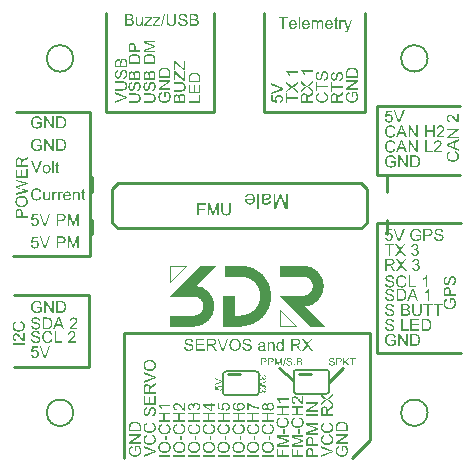
<source format=gto>
G04 Layer_Color=65535*
%FSLAX42Y42*%
%MOMM*%
G71*
G01*
G75*
%ADD14C,0.25*%
%ADD17C,0.15*%
%ADD41C,0.00*%
%ADD42C,0.13*%
G36*
X5501Y2618D02*
Y2604D01*
X5400Y2565D01*
Y2580D01*
X5474Y2606D01*
X5474Y2606D01*
X5474Y2606D01*
X5474Y2606D01*
X5475Y2607D01*
X5476Y2607D01*
X5477Y2607D01*
X5478Y2607D01*
X5479Y2608D01*
X5480Y2608D01*
X5481Y2609D01*
X5484Y2610D01*
X5487Y2611D01*
X5490Y2611D01*
X5490D01*
X5490Y2611D01*
X5489Y2612D01*
X5489Y2612D01*
X5488Y2612D01*
X5487Y2612D01*
X5486Y2613D01*
X5485Y2613D01*
X5484Y2613D01*
X5482Y2614D01*
X5481Y2614D01*
X5480Y2615D01*
X5477Y2616D01*
X5474Y2617D01*
X5400Y2644D01*
Y2658D01*
X5501Y2618D01*
D02*
G37*
G36*
X7079Y2863D02*
X7080D01*
X7081Y2863D01*
X7082Y2863D01*
X7084Y2863D01*
X7085Y2863D01*
X7087Y2863D01*
X7091Y2862D01*
X7094Y2862D01*
X7097Y2861D01*
X7098D01*
X7098Y2861D01*
X7098Y2861D01*
X7099Y2860D01*
X7100Y2860D01*
X7101Y2860D01*
X7102Y2859D01*
X7103Y2859D01*
X7105Y2858D01*
X7107Y2857D01*
X7110Y2855D01*
X7112Y2854D01*
X7112Y2854D01*
X7112Y2854D01*
X7113Y2853D01*
X7113Y2853D01*
X7114Y2853D01*
X7114Y2852D01*
X7115Y2851D01*
X7117Y2850D01*
X7118Y2848D01*
X7120Y2847D01*
X7121Y2845D01*
Y2845D01*
X7121Y2845D01*
X7122Y2844D01*
X7122Y2844D01*
X7122Y2843D01*
X7122Y2843D01*
X7123Y2842D01*
X7123Y2841D01*
X7124Y2841D01*
X7124Y2840D01*
X7124Y2839D01*
X7125Y2838D01*
X7126Y2835D01*
X7126Y2833D01*
Y2833D01*
X7126Y2832D01*
X7126Y2832D01*
X7127Y2831D01*
X7127Y2831D01*
X7127Y2830D01*
X7127Y2829D01*
X7127Y2828D01*
X7127Y2827D01*
X7128Y2826D01*
X7128Y2824D01*
X7128Y2823D01*
X7128Y2821D01*
X7128Y2820D01*
X7128Y2817D01*
Y2780D01*
X7027D01*
Y2815D01*
Y2815D01*
Y2815D01*
Y2816D01*
Y2817D01*
X7027Y2818D01*
Y2819D01*
X7027Y2820D01*
Y2822D01*
X7027Y2824D01*
X7028Y2827D01*
X7028Y2829D01*
X7028Y2830D01*
X7028Y2832D01*
X7029Y2833D01*
Y2833D01*
X7029Y2833D01*
X7029Y2834D01*
X7029Y2834D01*
X7029Y2835D01*
X7030Y2836D01*
X7030Y2837D01*
X7030Y2838D01*
X7031Y2840D01*
X7033Y2843D01*
X7034Y2845D01*
X7035Y2846D01*
X7036Y2848D01*
X7036Y2848D01*
X7036Y2848D01*
X7037Y2848D01*
X7037Y2849D01*
X7038Y2850D01*
X7038Y2850D01*
X7039Y2851D01*
X7040Y2852D01*
X7042Y2853D01*
X7043Y2854D01*
X7044Y2855D01*
X7046Y2856D01*
X7048Y2857D01*
X7049Y2858D01*
X7051Y2859D01*
X7053Y2860D01*
X7053Y2860D01*
X7054Y2860D01*
X7054Y2860D01*
X7055Y2860D01*
X7056Y2860D01*
X7057Y2861D01*
X7058Y2861D01*
X7060Y2862D01*
X7062Y2862D01*
X7064Y2862D01*
X7066Y2863D01*
X7068Y2863D01*
X7070Y2863D01*
X7072Y2863D01*
X7075Y2863D01*
X7077Y2864D01*
X7078D01*
X7079Y2863D01*
D02*
G37*
G36*
X5469Y2857D02*
X5470Y2857D01*
X5470Y2857D01*
X5470Y2856D01*
X5471Y2856D01*
X5472Y2856D01*
X5473Y2855D01*
X5475Y2855D01*
X5476Y2854D01*
X5478Y2853D01*
X5480Y2852D01*
X5482Y2851D01*
X5484Y2850D01*
X5487Y2849D01*
X5489Y2847D01*
X5491Y2845D01*
X5492Y2844D01*
X5494Y2842D01*
X5494Y2841D01*
X5495Y2841D01*
X5495Y2841D01*
X5495Y2840D01*
X5496Y2839D01*
X5497Y2837D01*
X5498Y2836D01*
X5498Y2834D01*
X5499Y2832D01*
X5500Y2830D01*
X5501Y2828D01*
X5501Y2826D01*
X5502Y2823D01*
X5502Y2821D01*
X5503Y2818D01*
X5503Y2815D01*
Y2815D01*
Y2815D01*
Y2814D01*
Y2814D01*
Y2814D01*
X5503Y2813D01*
Y2812D01*
X5503Y2811D01*
X5502Y2809D01*
X5502Y2807D01*
X5502Y2806D01*
X5502Y2803D01*
X5501Y2801D01*
X5501Y2799D01*
X5500Y2797D01*
X5499Y2795D01*
X5498Y2792D01*
X5497Y2790D01*
X5496Y2788D01*
X5496Y2788D01*
X5496Y2788D01*
X5495Y2787D01*
X5495Y2787D01*
X5494Y2786D01*
X5493Y2785D01*
X5492Y2784D01*
X5491Y2783D01*
X5490Y2781D01*
X5489Y2780D01*
X5487Y2779D01*
X5485Y2778D01*
X5483Y2776D01*
X5481Y2775D01*
X5479Y2774D01*
X5477Y2773D01*
X5477D01*
X5477Y2773D01*
X5476Y2773D01*
X5476Y2772D01*
X5475Y2772D01*
X5474Y2772D01*
X5472Y2771D01*
X5471Y2771D01*
X5469Y2770D01*
X5467Y2770D01*
X5465Y2769D01*
X5463Y2769D01*
X5460Y2768D01*
X5458Y2768D01*
X5455Y2768D01*
X5453Y2768D01*
X5450Y2768D01*
X5449D01*
X5448Y2768D01*
X5447D01*
X5446Y2768D01*
X5444Y2768D01*
X5442Y2768D01*
X5441Y2768D01*
X5438Y2769D01*
X5436Y2769D01*
X5434Y2770D01*
X5432Y2770D01*
X5429Y2771D01*
X5427Y2772D01*
X5425Y2773D01*
X5422Y2774D01*
X5422Y2774D01*
X5422Y2774D01*
X5421Y2774D01*
X5420Y2775D01*
X5420Y2775D01*
X5418Y2776D01*
X5417Y2777D01*
X5416Y2778D01*
X5414Y2779D01*
X5413Y2780D01*
X5411Y2782D01*
X5410Y2783D01*
X5409Y2785D01*
X5407Y2787D01*
X5406Y2789D01*
X5405Y2791D01*
X5405Y2791D01*
X5404Y2791D01*
X5404Y2792D01*
X5404Y2793D01*
X5403Y2794D01*
X5403Y2795D01*
X5402Y2796D01*
X5402Y2798D01*
X5401Y2800D01*
X5400Y2802D01*
X5400Y2804D01*
X5399Y2806D01*
X5399Y2808D01*
X5399Y2810D01*
X5399Y2813D01*
X5398Y2815D01*
Y2815D01*
Y2815D01*
Y2816D01*
Y2816D01*
Y2816D01*
X5399Y2817D01*
X5399Y2818D01*
X5399Y2819D01*
X5399Y2820D01*
X5399Y2822D01*
X5399Y2824D01*
X5400Y2826D01*
X5400Y2828D01*
X5401Y2830D01*
X5402Y2832D01*
X5403Y2834D01*
X5404Y2837D01*
X5405Y2839D01*
X5406Y2841D01*
X5406Y2841D01*
X5407Y2841D01*
X5407Y2842D01*
X5408Y2842D01*
X5408Y2843D01*
X5409Y2844D01*
X5410Y2845D01*
X5412Y2846D01*
X5413Y2847D01*
X5415Y2849D01*
X5417Y2850D01*
X5419Y2851D01*
X5421Y2852D01*
X5423Y2853D01*
X5425Y2854D01*
X5428Y2855D01*
X5431Y2842D01*
X5431Y2842D01*
X5430Y2842D01*
X5430Y2842D01*
X5429Y2841D01*
X5428Y2841D01*
X5427Y2840D01*
X5426Y2840D01*
X5425Y2839D01*
X5424Y2839D01*
X5422Y2838D01*
X5421Y2837D01*
X5420Y2836D01*
X5418Y2835D01*
X5417Y2834D01*
X5416Y2833D01*
X5415Y2832D01*
X5415Y2832D01*
X5415Y2831D01*
X5414Y2831D01*
X5414Y2830D01*
X5414Y2830D01*
X5413Y2829D01*
X5413Y2828D01*
X5412Y2827D01*
X5412Y2826D01*
X5412Y2825D01*
X5411Y2823D01*
X5411Y2822D01*
X5410Y2820D01*
X5410Y2819D01*
X5410Y2817D01*
X5410Y2815D01*
Y2815D01*
Y2814D01*
Y2814D01*
X5410Y2813D01*
X5410Y2812D01*
X5410Y2811D01*
X5410Y2809D01*
X5411Y2808D01*
X5411Y2807D01*
X5411Y2805D01*
X5412Y2803D01*
X5412Y2802D01*
X5413Y2800D01*
X5414Y2799D01*
X5414Y2797D01*
X5416Y2795D01*
X5416Y2795D01*
X5416Y2795D01*
X5416Y2795D01*
X5417Y2794D01*
X5417Y2793D01*
X5418Y2793D01*
X5419Y2792D01*
X5419Y2791D01*
X5420Y2790D01*
X5422Y2789D01*
X5423Y2788D01*
X5424Y2788D01*
X5426Y2787D01*
X5427Y2786D01*
X5429Y2785D01*
X5430Y2784D01*
X5431D01*
X5431Y2784D01*
X5431Y2784D01*
X5432Y2784D01*
X5433Y2784D01*
X5434Y2783D01*
X5435Y2783D01*
X5436Y2783D01*
X5438Y2783D01*
X5439Y2782D01*
X5441Y2782D01*
X5443Y2782D01*
X5446Y2781D01*
X5448Y2781D01*
X5450Y2781D01*
X5451D01*
X5452Y2781D01*
X5453Y2781D01*
X5454Y2782D01*
X5456Y2782D01*
X5457Y2782D01*
X5459Y2782D01*
X5461Y2782D01*
X5465Y2783D01*
X5467Y2783D01*
X5469Y2784D01*
X5470Y2784D01*
X5472Y2785D01*
X5472Y2785D01*
X5473Y2785D01*
X5473Y2785D01*
X5474Y2786D01*
X5475Y2786D01*
X5476Y2787D01*
X5477Y2787D01*
X5478Y2788D01*
X5479Y2789D01*
X5480Y2790D01*
X5481Y2791D01*
X5482Y2792D01*
X5484Y2793D01*
X5485Y2794D01*
X5486Y2795D01*
X5487Y2797D01*
X5487Y2797D01*
X5487Y2797D01*
X5487Y2798D01*
X5487Y2798D01*
X5488Y2799D01*
X5488Y2800D01*
X5488Y2801D01*
X5489Y2802D01*
X5489Y2803D01*
X5490Y2804D01*
X5490Y2806D01*
X5491Y2807D01*
X5491Y2809D01*
X5491Y2810D01*
X5491Y2812D01*
X5491Y2814D01*
Y2814D01*
Y2814D01*
X5491Y2815D01*
Y2816D01*
X5491Y2817D01*
X5491Y2818D01*
X5491Y2819D01*
X5491Y2820D01*
X5490Y2822D01*
X5490Y2823D01*
X5489Y2825D01*
X5489Y2827D01*
X5488Y2828D01*
X5487Y2830D01*
X5486Y2831D01*
X5485Y2833D01*
X5485Y2833D01*
X5485Y2833D01*
X5484Y2834D01*
X5484Y2834D01*
X5483Y2835D01*
X5482Y2835D01*
X5481Y2836D01*
X5480Y2837D01*
X5479Y2838D01*
X5477Y2839D01*
X5476Y2840D01*
X5474Y2841D01*
X5472Y2841D01*
X5470Y2842D01*
X5468Y2843D01*
X5466Y2843D01*
X5469Y2857D01*
X5469D01*
X5469Y2857D01*
D02*
G37*
G36*
Y2755D02*
X5470Y2755D01*
X5470Y2755D01*
X5470Y2755D01*
X5471Y2755D01*
X5472Y2754D01*
X5473Y2754D01*
X5475Y2753D01*
X5476Y2752D01*
X5478Y2752D01*
X5480Y2751D01*
X5482Y2749D01*
X5484Y2748D01*
X5487Y2747D01*
X5489Y2745D01*
X5491Y2744D01*
X5492Y2742D01*
X5494Y2740D01*
X5494Y2740D01*
X5495Y2739D01*
X5495Y2739D01*
X5495Y2738D01*
X5496Y2737D01*
X5497Y2736D01*
X5498Y2734D01*
X5498Y2732D01*
X5499Y2731D01*
X5500Y2729D01*
X5501Y2726D01*
X5501Y2724D01*
X5502Y2721D01*
X5502Y2719D01*
X5503Y2716D01*
X5503Y2713D01*
Y2713D01*
Y2713D01*
Y2713D01*
Y2712D01*
Y2712D01*
X5503Y2712D01*
Y2710D01*
X5503Y2709D01*
X5502Y2707D01*
X5502Y2706D01*
X5502Y2704D01*
X5502Y2702D01*
X5501Y2700D01*
X5501Y2697D01*
X5500Y2695D01*
X5499Y2693D01*
X5498Y2691D01*
X5497Y2689D01*
X5496Y2687D01*
X5496Y2686D01*
X5496Y2686D01*
X5495Y2686D01*
X5495Y2685D01*
X5494Y2684D01*
X5493Y2683D01*
X5492Y2682D01*
X5491Y2681D01*
X5490Y2680D01*
X5489Y2678D01*
X5487Y2677D01*
X5485Y2676D01*
X5483Y2675D01*
X5481Y2673D01*
X5479Y2672D01*
X5477Y2671D01*
X5477D01*
X5477Y2671D01*
X5476Y2671D01*
X5476Y2671D01*
X5475Y2670D01*
X5474Y2670D01*
X5472Y2669D01*
X5471Y2669D01*
X5469Y2668D01*
X5467Y2668D01*
X5465Y2667D01*
X5463Y2667D01*
X5460Y2667D01*
X5458Y2666D01*
X5455Y2666D01*
X5453Y2666D01*
X5450Y2666D01*
X5449D01*
X5448Y2666D01*
X5447D01*
X5446Y2666D01*
X5444Y2666D01*
X5442Y2666D01*
X5441Y2667D01*
X5438Y2667D01*
X5436Y2667D01*
X5434Y2668D01*
X5432Y2668D01*
X5429Y2669D01*
X5427Y2670D01*
X5425Y2671D01*
X5422Y2672D01*
X5422Y2672D01*
X5422Y2672D01*
X5421Y2672D01*
X5420Y2673D01*
X5420Y2674D01*
X5418Y2674D01*
X5417Y2675D01*
X5416Y2676D01*
X5414Y2677D01*
X5413Y2679D01*
X5411Y2680D01*
X5410Y2682D01*
X5409Y2683D01*
X5407Y2685D01*
X5406Y2687D01*
X5405Y2689D01*
X5405Y2689D01*
X5404Y2689D01*
X5404Y2690D01*
X5404Y2691D01*
X5403Y2692D01*
X5403Y2693D01*
X5402Y2695D01*
X5402Y2696D01*
X5401Y2698D01*
X5400Y2700D01*
X5400Y2702D01*
X5399Y2704D01*
X5399Y2706D01*
X5399Y2708D01*
X5399Y2711D01*
X5398Y2713D01*
Y2713D01*
Y2714D01*
Y2714D01*
Y2714D01*
Y2714D01*
X5399Y2715D01*
X5399Y2716D01*
X5399Y2717D01*
X5399Y2719D01*
X5399Y2720D01*
X5399Y2722D01*
X5400Y2724D01*
X5400Y2726D01*
X5401Y2728D01*
X5402Y2731D01*
X5403Y2733D01*
X5404Y2735D01*
X5405Y2737D01*
X5406Y2739D01*
X5406Y2739D01*
X5407Y2739D01*
X5407Y2740D01*
X5408Y2741D01*
X5408Y2741D01*
X5409Y2742D01*
X5410Y2743D01*
X5412Y2745D01*
X5413Y2746D01*
X5415Y2747D01*
X5417Y2748D01*
X5419Y2749D01*
X5421Y2750D01*
X5423Y2751D01*
X5425Y2752D01*
X5428Y2753D01*
X5431Y2740D01*
X5431Y2740D01*
X5430Y2740D01*
X5430Y2740D01*
X5429Y2739D01*
X5428Y2739D01*
X5427Y2739D01*
X5426Y2738D01*
X5425Y2738D01*
X5424Y2737D01*
X5422Y2736D01*
X5421Y2735D01*
X5420Y2734D01*
X5418Y2733D01*
X5417Y2732D01*
X5416Y2731D01*
X5415Y2730D01*
X5415Y2730D01*
X5415Y2730D01*
X5414Y2729D01*
X5414Y2729D01*
X5414Y2728D01*
X5413Y2727D01*
X5413Y2726D01*
X5412Y2725D01*
X5412Y2724D01*
X5412Y2723D01*
X5411Y2721D01*
X5411Y2720D01*
X5410Y2718D01*
X5410Y2717D01*
X5410Y2715D01*
X5410Y2713D01*
Y2713D01*
Y2713D01*
Y2712D01*
X5410Y2711D01*
X5410Y2710D01*
X5410Y2709D01*
X5410Y2708D01*
X5411Y2706D01*
X5411Y2705D01*
X5411Y2703D01*
X5412Y2702D01*
X5412Y2700D01*
X5413Y2698D01*
X5414Y2697D01*
X5414Y2695D01*
X5416Y2694D01*
X5416Y2694D01*
X5416Y2693D01*
X5416Y2693D01*
X5417Y2692D01*
X5417Y2692D01*
X5418Y2691D01*
X5419Y2690D01*
X5419Y2689D01*
X5420Y2688D01*
X5422Y2688D01*
X5423Y2687D01*
X5424Y2686D01*
X5426Y2685D01*
X5427Y2684D01*
X5429Y2683D01*
X5430Y2683D01*
X5431D01*
X5431Y2683D01*
X5431Y2682D01*
X5432Y2682D01*
X5433Y2682D01*
X5434Y2682D01*
X5435Y2681D01*
X5436Y2681D01*
X5438Y2681D01*
X5439Y2681D01*
X5441Y2680D01*
X5443Y2680D01*
X5446Y2680D01*
X5448Y2680D01*
X5450Y2680D01*
X5451D01*
X5452Y2680D01*
X5453Y2680D01*
X5454Y2680D01*
X5456Y2680D01*
X5457Y2680D01*
X5459Y2680D01*
X5461Y2680D01*
X5465Y2681D01*
X5467Y2682D01*
X5469Y2682D01*
X5470Y2683D01*
X5472Y2683D01*
X5472Y2683D01*
X5473Y2683D01*
X5473Y2684D01*
X5474Y2684D01*
X5475Y2684D01*
X5476Y2685D01*
X5477Y2685D01*
X5478Y2686D01*
X5479Y2687D01*
X5480Y2688D01*
X5481Y2689D01*
X5482Y2690D01*
X5484Y2691D01*
X5485Y2692D01*
X5486Y2693D01*
X5487Y2695D01*
X5487Y2695D01*
X5487Y2695D01*
X5487Y2696D01*
X5487Y2696D01*
X5488Y2697D01*
X5488Y2698D01*
X5488Y2699D01*
X5489Y2700D01*
X5489Y2701D01*
X5490Y2703D01*
X5490Y2704D01*
X5491Y2706D01*
X5491Y2707D01*
X5491Y2709D01*
X5491Y2710D01*
X5491Y2712D01*
Y2712D01*
Y2713D01*
X5491Y2713D01*
Y2714D01*
X5491Y2715D01*
X5491Y2716D01*
X5491Y2717D01*
X5491Y2719D01*
X5490Y2720D01*
X5490Y2722D01*
X5489Y2723D01*
X5489Y2725D01*
X5488Y2726D01*
X5487Y2728D01*
X5486Y2730D01*
X5485Y2731D01*
X5485Y2731D01*
X5485Y2731D01*
X5484Y2732D01*
X5484Y2732D01*
X5483Y2733D01*
X5482Y2734D01*
X5481Y2735D01*
X5480Y2735D01*
X5479Y2736D01*
X5477Y2737D01*
X5476Y2738D01*
X5474Y2739D01*
X5472Y2740D01*
X5470Y2740D01*
X5468Y2741D01*
X5466Y2742D01*
X5469Y2755D01*
X5469D01*
X5469Y2755D01*
D02*
G37*
G36*
X7128Y2744D02*
X7049Y2691D01*
X7128D01*
Y2678D01*
X7027D01*
Y2692D01*
X7106Y2745D01*
X7027D01*
Y2758D01*
X7128D01*
Y2744D01*
D02*
G37*
G36*
X7004Y2985D02*
X6983Y2971D01*
X6982Y2971D01*
X6982Y2971D01*
X6982Y2971D01*
X6981Y2970D01*
X6980Y2970D01*
X6979Y2969D01*
X6978Y2969D01*
X6977Y2968D01*
X6975Y2966D01*
X6973Y2965D01*
X6971Y2963D01*
X6970Y2962D01*
X6969Y2962D01*
X6969Y2962D01*
X6968Y2961D01*
X6968Y2961D01*
X6968Y2961D01*
X6967Y2960D01*
X6966Y2959D01*
X6965Y2958D01*
X6964Y2957D01*
X6963Y2956D01*
X6962Y2955D01*
X6962Y2955D01*
X6962Y2954D01*
X6961Y2954D01*
X6961Y2953D01*
X6960Y2952D01*
X6960Y2951D01*
X6960Y2950D01*
X6959Y2949D01*
Y2949D01*
X6959Y2948D01*
X6959Y2948D01*
X6959Y2947D01*
X6959Y2946D01*
X6959Y2945D01*
X6959Y2943D01*
Y2941D01*
Y2926D01*
X7004D01*
Y2913D01*
X6903D01*
Y2957D01*
Y2957D01*
Y2957D01*
Y2958D01*
Y2959D01*
X6903Y2959D01*
Y2961D01*
X6903Y2962D01*
X6903Y2963D01*
X6903Y2965D01*
X6903Y2966D01*
X6903Y2968D01*
X6904Y2972D01*
X6904Y2973D01*
X6904Y2975D01*
X6905Y2976D01*
X6905Y2978D01*
Y2978D01*
X6906Y2978D01*
X6906Y2978D01*
X6906Y2979D01*
X6906Y2979D01*
X6907Y2980D01*
X6907Y2981D01*
X6908Y2982D01*
X6908Y2983D01*
X6909Y2984D01*
X6910Y2984D01*
X6911Y2985D01*
X6912Y2986D01*
X6913Y2987D01*
X6914Y2988D01*
X6915Y2989D01*
X6915Y2989D01*
X6915Y2989D01*
X6916Y2989D01*
X6916Y2990D01*
X6917Y2990D01*
X6918Y2990D01*
X6919Y2991D01*
X6919Y2991D01*
X6921Y2991D01*
X6922Y2992D01*
X6923Y2992D01*
X6924Y2993D01*
X6926Y2993D01*
X6927Y2993D01*
X6929Y2993D01*
X6930Y2993D01*
X6931D01*
X6931Y2993D01*
X6932D01*
X6933Y2993D01*
X6934Y2993D01*
X6935Y2993D01*
X6936Y2992D01*
X6938Y2992D01*
X6939Y2991D01*
X6941Y2991D01*
X6942Y2990D01*
X6944Y2989D01*
X6945Y2989D01*
X6947Y2987D01*
X6948Y2986D01*
X6948Y2986D01*
X6949Y2986D01*
X6949Y2985D01*
X6949Y2985D01*
X6950Y2984D01*
X6951Y2983D01*
X6951Y2982D01*
X6952Y2981D01*
X6953Y2979D01*
X6954Y2978D01*
X6955Y2976D01*
X6955Y2974D01*
X6956Y2972D01*
X6957Y2970D01*
X6957Y2967D01*
X6958Y2965D01*
Y2965D01*
X6958Y2965D01*
X6958Y2965D01*
X6958Y2966D01*
X6958Y2966D01*
X6959Y2967D01*
X6959Y2968D01*
X6960Y2969D01*
X6961Y2970D01*
X6962Y2972D01*
X6963Y2973D01*
X6963Y2973D01*
X6963Y2973D01*
X6963Y2973D01*
X6964Y2974D01*
X6964Y2974D01*
X6965Y2975D01*
X6965Y2976D01*
X6966Y2976D01*
X6967Y2977D01*
X6968Y2978D01*
X6969Y2979D01*
X6971Y2980D01*
X6972Y2981D01*
X6973Y2982D01*
X6976Y2984D01*
X7004Y3001D01*
Y2985D01*
D02*
G37*
G36*
X6972Y2857D02*
X6972Y2857D01*
X6972Y2857D01*
X6973Y2856D01*
X6973Y2856D01*
X6974Y2856D01*
X6976Y2855D01*
X6977Y2855D01*
X6979Y2854D01*
X6981Y2853D01*
X6983Y2852D01*
X6985Y2851D01*
X6987Y2850D01*
X6989Y2849D01*
X6991Y2847D01*
X6993Y2845D01*
X6995Y2844D01*
X6997Y2842D01*
X6997Y2841D01*
X6997Y2841D01*
X6997Y2841D01*
X6998Y2840D01*
X6999Y2839D01*
X6999Y2837D01*
X7000Y2836D01*
X7001Y2834D01*
X7002Y2832D01*
X7003Y2830D01*
X7003Y2828D01*
X7004Y2826D01*
X7004Y2823D01*
X7005Y2821D01*
X7005Y2818D01*
X7005Y2815D01*
Y2815D01*
Y2815D01*
Y2814D01*
Y2814D01*
Y2814D01*
X7005Y2813D01*
Y2812D01*
X7005Y2811D01*
X7005Y2809D01*
X7005Y2807D01*
X7004Y2806D01*
X7004Y2803D01*
X7004Y2801D01*
X7003Y2799D01*
X7002Y2797D01*
X7002Y2795D01*
X7001Y2792D01*
X7000Y2790D01*
X6999Y2788D01*
X6999Y2788D01*
X6998Y2788D01*
X6998Y2787D01*
X6997Y2787D01*
X6997Y2786D01*
X6996Y2785D01*
X6995Y2784D01*
X6994Y2783D01*
X6992Y2781D01*
X6991Y2780D01*
X6989Y2779D01*
X6988Y2778D01*
X6986Y2776D01*
X6984Y2775D01*
X6982Y2774D01*
X6979Y2773D01*
X6979D01*
X6979Y2773D01*
X6979Y2773D01*
X6978Y2772D01*
X6977Y2772D01*
X6976Y2772D01*
X6975Y2771D01*
X6973Y2771D01*
X6971Y2770D01*
X6969Y2770D01*
X6967Y2769D01*
X6965Y2769D01*
X6963Y2768D01*
X6960Y2768D01*
X6958Y2768D01*
X6955Y2768D01*
X6952Y2768D01*
X6951D01*
X6951Y2768D01*
X6950D01*
X6948Y2768D01*
X6947Y2768D01*
X6945Y2768D01*
X6943Y2768D01*
X6941Y2769D01*
X6939Y2769D01*
X6936Y2770D01*
X6934Y2770D01*
X6932Y2771D01*
X6929Y2772D01*
X6927Y2773D01*
X6925Y2774D01*
X6925Y2774D01*
X6924Y2774D01*
X6924Y2774D01*
X6923Y2775D01*
X6922Y2775D01*
X6921Y2776D01*
X6920Y2777D01*
X6918Y2778D01*
X6917Y2779D01*
X6915Y2780D01*
X6914Y2782D01*
X6912Y2783D01*
X6911Y2785D01*
X6910Y2787D01*
X6908Y2789D01*
X6907Y2791D01*
X6907Y2791D01*
X6907Y2791D01*
X6906Y2792D01*
X6906Y2793D01*
X6906Y2794D01*
X6905Y2795D01*
X6905Y2796D01*
X6904Y2798D01*
X6903Y2800D01*
X6903Y2802D01*
X6902Y2804D01*
X6902Y2806D01*
X6901Y2808D01*
X6901Y2810D01*
X6901Y2813D01*
X6901Y2815D01*
Y2815D01*
Y2815D01*
Y2816D01*
Y2816D01*
Y2816D01*
X6901Y2817D01*
X6901Y2818D01*
X6901Y2819D01*
X6901Y2820D01*
X6902Y2822D01*
X6902Y2824D01*
X6902Y2826D01*
X6903Y2828D01*
X6903Y2830D01*
X6904Y2832D01*
X6905Y2834D01*
X6906Y2837D01*
X6907Y2839D01*
X6909Y2841D01*
X6909Y2841D01*
X6909Y2841D01*
X6909Y2842D01*
X6910Y2842D01*
X6911Y2843D01*
X6912Y2844D01*
X6913Y2845D01*
X6914Y2846D01*
X6916Y2847D01*
X6917Y2849D01*
X6919Y2850D01*
X6921Y2851D01*
X6923Y2852D01*
X6925Y2853D01*
X6928Y2854D01*
X6930Y2855D01*
X6933Y2842D01*
X6933Y2842D01*
X6933Y2842D01*
X6932Y2842D01*
X6932Y2841D01*
X6931Y2841D01*
X6930Y2840D01*
X6929Y2840D01*
X6927Y2839D01*
X6926Y2839D01*
X6925Y2838D01*
X6923Y2837D01*
X6922Y2836D01*
X6921Y2835D01*
X6919Y2834D01*
X6918Y2833D01*
X6917Y2832D01*
X6917Y2832D01*
X6917Y2831D01*
X6917Y2831D01*
X6917Y2830D01*
X6916Y2830D01*
X6916Y2829D01*
X6915Y2828D01*
X6915Y2827D01*
X6914Y2826D01*
X6914Y2825D01*
X6914Y2823D01*
X6913Y2822D01*
X6913Y2820D01*
X6913Y2819D01*
X6912Y2817D01*
X6912Y2815D01*
Y2815D01*
Y2814D01*
Y2814D01*
X6912Y2813D01*
X6913Y2812D01*
X6913Y2811D01*
X6913Y2809D01*
X6913Y2808D01*
X6913Y2807D01*
X6914Y2805D01*
X6914Y2803D01*
X6915Y2802D01*
X6915Y2800D01*
X6916Y2799D01*
X6917Y2797D01*
X6918Y2795D01*
X6918Y2795D01*
X6918Y2795D01*
X6919Y2795D01*
X6919Y2794D01*
X6920Y2793D01*
X6920Y2793D01*
X6921Y2792D01*
X6922Y2791D01*
X6923Y2790D01*
X6924Y2789D01*
X6925Y2788D01*
X6927Y2788D01*
X6928Y2787D01*
X6930Y2786D01*
X6931Y2785D01*
X6933Y2784D01*
X6933D01*
X6933Y2784D01*
X6934Y2784D01*
X6935Y2784D01*
X6935Y2784D01*
X6936Y2783D01*
X6938Y2783D01*
X6939Y2783D01*
X6940Y2783D01*
X6942Y2782D01*
X6943Y2782D01*
X6945Y2782D01*
X6949Y2781D01*
X6950Y2781D01*
X6952Y2781D01*
X6954D01*
X6954Y2781D01*
X6956Y2781D01*
X6957Y2782D01*
X6958Y2782D01*
X6960Y2782D01*
X6962Y2782D01*
X6963Y2782D01*
X6967Y2783D01*
X6969Y2783D01*
X6971Y2784D01*
X6973Y2784D01*
X6975Y2785D01*
X6975Y2785D01*
X6975Y2785D01*
X6976Y2785D01*
X6976Y2786D01*
X6977Y2786D01*
X6978Y2787D01*
X6979Y2787D01*
X6980Y2788D01*
X6981Y2789D01*
X6982Y2790D01*
X6984Y2791D01*
X6985Y2792D01*
X6986Y2793D01*
X6987Y2794D01*
X6988Y2795D01*
X6989Y2797D01*
X6989Y2797D01*
X6989Y2797D01*
X6989Y2798D01*
X6990Y2798D01*
X6990Y2799D01*
X6991Y2800D01*
X6991Y2801D01*
X6991Y2802D01*
X6992Y2803D01*
X6992Y2804D01*
X6993Y2806D01*
X6993Y2807D01*
X6993Y2809D01*
X6994Y2810D01*
X6994Y2812D01*
X6994Y2814D01*
Y2814D01*
Y2814D01*
X6994Y2815D01*
Y2816D01*
X6994Y2817D01*
X6993Y2818D01*
X6993Y2819D01*
X6993Y2820D01*
X6993Y2822D01*
X6992Y2823D01*
X6992Y2825D01*
X6991Y2827D01*
X6990Y2828D01*
X6989Y2830D01*
X6988Y2831D01*
X6987Y2833D01*
X6987Y2833D01*
X6987Y2833D01*
X6987Y2834D01*
X6986Y2834D01*
X6985Y2835D01*
X6985Y2835D01*
X6984Y2836D01*
X6983Y2837D01*
X6981Y2838D01*
X6980Y2839D01*
X6978Y2840D01*
X6977Y2841D01*
X6975Y2841D01*
X6973Y2842D01*
X6971Y2843D01*
X6968Y2843D01*
X6972Y2857D01*
X6972D01*
X6972Y2857D01*
D02*
G37*
G36*
X7114Y2659D02*
X7114Y2658D01*
X7115Y2658D01*
X7115Y2657D01*
X7116Y2656D01*
X7117Y2655D01*
X7118Y2654D01*
X7118Y2653D01*
X7119Y2651D01*
X7120Y2649D01*
X7121Y2648D01*
X7122Y2646D01*
X7124Y2642D01*
X7125Y2640D01*
X7126Y2638D01*
X7126Y2638D01*
X7126Y2638D01*
X7126Y2637D01*
X7126Y2637D01*
X7127Y2636D01*
X7127Y2635D01*
X7127Y2633D01*
X7128Y2632D01*
X7128Y2630D01*
X7128Y2629D01*
X7129Y2627D01*
X7129Y2625D01*
X7130Y2621D01*
X7130Y2619D01*
X7130Y2617D01*
Y2617D01*
Y2617D01*
Y2617D01*
Y2616D01*
Y2616D01*
X7130Y2615D01*
Y2614D01*
X7129Y2613D01*
X7129Y2612D01*
X7129Y2610D01*
X7129Y2608D01*
X7129Y2606D01*
X7128Y2604D01*
X7128Y2602D01*
X7127Y2599D01*
X7126Y2597D01*
X7125Y2595D01*
X7124Y2592D01*
X7123Y2590D01*
X7123Y2590D01*
X7123Y2589D01*
X7123Y2589D01*
X7122Y2588D01*
X7122Y2587D01*
X7121Y2586D01*
X7120Y2584D01*
X7119Y2583D01*
X7117Y2582D01*
X7116Y2580D01*
X7115Y2579D01*
X7113Y2577D01*
X7111Y2576D01*
X7109Y2574D01*
X7107Y2573D01*
X7105Y2572D01*
X7105Y2571D01*
X7104Y2571D01*
X7104Y2571D01*
X7103Y2571D01*
X7102Y2570D01*
X7100Y2570D01*
X7099Y2569D01*
X7097Y2568D01*
X7095Y2568D01*
X7093Y2567D01*
X7091Y2567D01*
X7089Y2566D01*
X7086Y2566D01*
X7083Y2566D01*
X7081Y2565D01*
X7078Y2565D01*
X7077D01*
X7077Y2565D01*
X7076D01*
X7074Y2566D01*
X7073Y2566D01*
X7071Y2566D01*
X7069Y2566D01*
X7067Y2566D01*
X7065Y2567D01*
X7063Y2567D01*
X7060Y2568D01*
X7058Y2569D01*
X7055Y2569D01*
X7053Y2570D01*
X7051Y2572D01*
X7051D01*
X7050Y2572D01*
X7050Y2572D01*
X7049Y2572D01*
X7048Y2573D01*
X7047Y2573D01*
X7046Y2574D01*
X7045Y2575D01*
X7043Y2576D01*
X7042Y2577D01*
X7040Y2579D01*
X7039Y2580D01*
X7037Y2582D01*
X7036Y2583D01*
X7034Y2585D01*
X7033Y2587D01*
X7032Y2589D01*
X7031Y2589D01*
X7031Y2590D01*
X7031Y2590D01*
X7031Y2591D01*
X7030Y2592D01*
X7030Y2594D01*
X7029Y2595D01*
X7028Y2597D01*
X7028Y2599D01*
X7027Y2601D01*
X7027Y2603D01*
X7026Y2605D01*
X7026Y2608D01*
X7026Y2610D01*
X7025Y2613D01*
X7025Y2616D01*
Y2616D01*
Y2616D01*
Y2617D01*
X7025Y2618D01*
Y2619D01*
X7026Y2620D01*
X7026Y2621D01*
X7026Y2622D01*
X7026Y2624D01*
X7026Y2625D01*
X7027Y2629D01*
X7027Y2630D01*
X7028Y2632D01*
X7028Y2634D01*
X7029Y2636D01*
X7029Y2636D01*
X7029Y2636D01*
X7029Y2636D01*
X7030Y2637D01*
X7030Y2638D01*
X7030Y2639D01*
X7031Y2640D01*
X7031Y2641D01*
X7032Y2642D01*
X7033Y2643D01*
X7035Y2645D01*
X7037Y2647D01*
X7038Y2649D01*
X7039Y2650D01*
X7039Y2650D01*
X7039Y2650D01*
X7040Y2650D01*
X7040Y2650D01*
X7041Y2651D01*
X7041Y2651D01*
X7042Y2652D01*
X7043Y2652D01*
X7044Y2653D01*
X7046Y2654D01*
X7047Y2654D01*
X7048Y2655D01*
X7050Y2656D01*
X7052Y2656D01*
X7054Y2657D01*
X7055Y2657D01*
X7059Y2645D01*
X7059D01*
X7058Y2645D01*
X7058Y2645D01*
X7057Y2645D01*
X7057Y2644D01*
X7056Y2644D01*
X7055Y2644D01*
X7054Y2644D01*
X7052Y2643D01*
X7050Y2642D01*
X7048Y2641D01*
X7047Y2640D01*
X7047Y2639D01*
X7047Y2639D01*
X7046Y2639D01*
X7046Y2639D01*
X7046Y2639D01*
X7045Y2639D01*
X7045Y2638D01*
X7045Y2638D01*
X7044Y2637D01*
X7043Y2636D01*
X7043Y2636D01*
X7042Y2634D01*
X7041Y2632D01*
X7040Y2630D01*
Y2630D01*
X7039Y2630D01*
X7039Y2629D01*
X7039Y2629D01*
X7039Y2628D01*
X7039Y2627D01*
X7038Y2627D01*
X7038Y2626D01*
X7038Y2625D01*
X7038Y2624D01*
X7037Y2623D01*
X7037Y2621D01*
X7037Y2619D01*
X7037Y2616D01*
Y2616D01*
Y2616D01*
Y2615D01*
X7037Y2614D01*
Y2614D01*
X7037Y2613D01*
X7037Y2612D01*
X7037Y2611D01*
X7037Y2609D01*
X7037Y2608D01*
X7038Y2605D01*
X7039Y2603D01*
X7040Y2600D01*
Y2600D01*
X7040Y2600D01*
X7040Y2599D01*
X7040Y2599D01*
X7040Y2598D01*
X7041Y2598D01*
X7041Y2597D01*
X7042Y2596D01*
X7043Y2595D01*
X7044Y2593D01*
X7045Y2591D01*
X7047Y2589D01*
X7047Y2589D01*
X7047Y2589D01*
X7047Y2589D01*
X7048Y2589D01*
X7048Y2588D01*
X7049Y2588D01*
X7049Y2588D01*
X7050Y2587D01*
X7051Y2586D01*
X7053Y2585D01*
X7055Y2584D01*
X7057Y2583D01*
X7057Y2583D01*
X7057Y2583D01*
X7058Y2583D01*
X7059Y2582D01*
X7059Y2582D01*
X7060Y2582D01*
X7062Y2581D01*
X7063Y2581D01*
X7064Y2581D01*
X7066Y2580D01*
X7068Y2580D01*
X7069Y2580D01*
X7071Y2580D01*
X7073Y2579D01*
X7075Y2579D01*
X7077Y2579D01*
X7079D01*
X7080Y2579D01*
X7081Y2579D01*
X7082Y2579D01*
X7084Y2580D01*
X7085Y2580D01*
X7087Y2580D01*
X7089Y2580D01*
X7091Y2581D01*
X7093Y2581D01*
X7094Y2582D01*
X7096Y2582D01*
X7098Y2583D01*
X7100Y2584D01*
X7100Y2584D01*
X7100Y2584D01*
X7101Y2584D01*
X7101Y2585D01*
X7102Y2585D01*
X7103Y2586D01*
X7104Y2586D01*
X7105Y2587D01*
X7106Y2588D01*
X7107Y2589D01*
X7108Y2590D01*
X7109Y2591D01*
X7110Y2593D01*
X7111Y2594D01*
X7112Y2596D01*
X7113Y2597D01*
X7113Y2597D01*
X7114Y2598D01*
X7114Y2598D01*
X7114Y2599D01*
X7114Y2600D01*
X7115Y2601D01*
X7115Y2602D01*
X7115Y2603D01*
X7116Y2604D01*
X7116Y2606D01*
X7117Y2607D01*
X7117Y2609D01*
X7117Y2611D01*
X7117Y2612D01*
X7118Y2614D01*
X7118Y2616D01*
Y2616D01*
Y2617D01*
Y2617D01*
X7118Y2618D01*
Y2618D01*
X7118Y2619D01*
X7117Y2620D01*
X7117Y2622D01*
X7117Y2623D01*
X7117Y2624D01*
X7116Y2627D01*
X7115Y2630D01*
X7115Y2632D01*
X7114Y2633D01*
X7114Y2633D01*
X7114Y2633D01*
X7114Y2634D01*
X7114Y2634D01*
X7114Y2635D01*
X7113Y2636D01*
X7113Y2637D01*
X7112Y2638D01*
X7111Y2640D01*
X7110Y2642D01*
X7109Y2644D01*
X7108Y2645D01*
X7107Y2646D01*
X7088D01*
Y2616D01*
X7077D01*
Y2659D01*
X7114D01*
X7114Y2659D01*
D02*
G37*
G36*
X7004Y3080D02*
X6968Y3054D01*
X6967Y3054D01*
X6967Y3054D01*
X6966Y3054D01*
X6966Y3053D01*
X6965Y3052D01*
X6964Y3052D01*
X6961Y3050D01*
X6962D01*
X6962Y3050D01*
X6962Y3050D01*
X6962Y3050D01*
X6963Y3049D01*
X6964Y3048D01*
X6965Y3048D01*
X6967Y3047D01*
X6968Y3046D01*
X6969Y3045D01*
X7004Y3020D01*
Y3004D01*
X6951Y3043D01*
X6903Y3008D01*
Y3024D01*
X6928Y3043D01*
X6929Y3043D01*
X6929Y3043D01*
X6929Y3043D01*
X6930Y3044D01*
X6930Y3044D01*
X6931Y3045D01*
X6932Y3045D01*
X6933Y3046D01*
X6935Y3047D01*
X6937Y3049D01*
X6939Y3050D01*
X6940Y3050D01*
X6941Y3051D01*
X6941Y3051D01*
X6941Y3051D01*
X6940Y3051D01*
X6940Y3051D01*
X6939Y3052D01*
X6939Y3052D01*
X6938Y3053D01*
X6937Y3053D01*
X6936Y3054D01*
X6934Y3056D01*
X6932Y3057D01*
X6930Y3059D01*
X6903Y3079D01*
Y3094D01*
X6951Y3059D01*
X7004Y3096D01*
Y3080D01*
D02*
G37*
G36*
X5474Y2988D02*
X5475Y2988D01*
X5476Y2988D01*
X5476Y2988D01*
X5478Y2987D01*
X5479Y2987D01*
X5480Y2987D01*
X5481Y2987D01*
X5482Y2986D01*
X5484Y2986D01*
X5485Y2985D01*
X5486Y2984D01*
X5488Y2983D01*
X5488Y2983D01*
X5488Y2983D01*
X5488Y2983D01*
X5489Y2983D01*
X5490Y2982D01*
X5490Y2982D01*
X5491Y2981D01*
X5492Y2980D01*
X5493Y2979D01*
X5494Y2978D01*
X5495Y2977D01*
X5495Y2976D01*
X5496Y2975D01*
X5497Y2973D01*
X5498Y2972D01*
X5499Y2970D01*
X5499Y2970D01*
X5499Y2970D01*
X5499Y2969D01*
X5499Y2969D01*
X5500Y2968D01*
X5500Y2967D01*
X5500Y2966D01*
X5501Y2965D01*
X5501Y2963D01*
X5502Y2962D01*
X5502Y2960D01*
X5502Y2958D01*
X5502Y2957D01*
X5503Y2955D01*
X5503Y2953D01*
X5503Y2951D01*
Y2951D01*
Y2951D01*
Y2950D01*
Y2950D01*
Y2950D01*
X5503Y2949D01*
X5503Y2947D01*
X5503Y2946D01*
X5502Y2944D01*
X5502Y2943D01*
X5502Y2941D01*
X5502Y2939D01*
X5501Y2935D01*
X5501Y2933D01*
X5500Y2931D01*
X5499Y2930D01*
X5499Y2928D01*
X5499Y2928D01*
X5499Y2927D01*
X5498Y2927D01*
X5498Y2926D01*
X5498Y2926D01*
X5497Y2925D01*
X5497Y2924D01*
X5496Y2923D01*
X5495Y2921D01*
X5494Y2920D01*
X5493Y2919D01*
X5492Y2918D01*
X5491Y2917D01*
X5490Y2915D01*
X5488Y2914D01*
X5487Y2913D01*
X5487Y2913D01*
X5486Y2913D01*
X5486Y2913D01*
X5485Y2913D01*
X5485Y2912D01*
X5484Y2912D01*
X5483Y2911D01*
X5482Y2911D01*
X5480Y2910D01*
X5479Y2910D01*
X5477Y2909D01*
X5476Y2909D01*
X5474Y2908D01*
X5472Y2908D01*
X5471Y2908D01*
X5469Y2908D01*
X5468Y2920D01*
X5468D01*
X5468Y2921D01*
X5468D01*
X5469Y2921D01*
X5469Y2921D01*
X5470Y2921D01*
X5471Y2921D01*
X5472Y2921D01*
X5474Y2922D01*
X5476Y2923D01*
X5478Y2923D01*
X5480Y2925D01*
X5480Y2925D01*
X5480Y2925D01*
X5481Y2925D01*
X5481Y2925D01*
X5481Y2926D01*
X5482Y2926D01*
X5482Y2926D01*
X5483Y2927D01*
X5483Y2928D01*
X5484Y2929D01*
X5485Y2929D01*
X5485Y2930D01*
X5486Y2931D01*
X5487Y2932D01*
X5487Y2933D01*
X5488Y2935D01*
Y2935D01*
X5488Y2935D01*
X5488Y2935D01*
X5488Y2936D01*
X5489Y2937D01*
X5489Y2937D01*
X5489Y2938D01*
X5489Y2939D01*
X5490Y2940D01*
X5490Y2942D01*
X5490Y2943D01*
X5490Y2944D01*
X5491Y2947D01*
X5491Y2950D01*
Y2950D01*
Y2951D01*
Y2951D01*
X5491Y2952D01*
Y2952D01*
X5491Y2953D01*
X5491Y2954D01*
X5491Y2955D01*
X5490Y2957D01*
X5490Y2959D01*
X5489Y2961D01*
X5489Y2964D01*
Y2964D01*
X5489Y2964D01*
X5488Y2964D01*
X5488Y2965D01*
X5488Y2965D01*
X5488Y2966D01*
X5487Y2967D01*
X5486Y2968D01*
X5485Y2970D01*
X5484Y2971D01*
X5482Y2972D01*
X5482D01*
X5482Y2972D01*
X5482Y2973D01*
X5482Y2973D01*
X5481Y2973D01*
X5481Y2973D01*
X5480Y2974D01*
X5479Y2974D01*
X5477Y2975D01*
X5475Y2975D01*
X5474Y2975D01*
X5473D01*
X5473Y2975D01*
X5473D01*
X5472Y2975D01*
X5471Y2975D01*
X5470Y2975D01*
X5468Y2974D01*
X5467Y2973D01*
X5466Y2972D01*
X5465D01*
X5465Y2972D01*
X5465Y2972D01*
X5464Y2971D01*
X5464Y2971D01*
X5463Y2970D01*
X5463Y2970D01*
X5462Y2969D01*
X5462Y2968D01*
X5461Y2967D01*
X5461Y2966D01*
X5460Y2965D01*
X5460Y2964D01*
X5459Y2963D01*
Y2963D01*
X5459Y2963D01*
X5459Y2963D01*
X5459Y2962D01*
X5459Y2962D01*
X5459Y2961D01*
X5459Y2961D01*
X5458Y2960D01*
X5458Y2958D01*
X5458Y2957D01*
X5457Y2956D01*
X5457Y2954D01*
X5456Y2952D01*
X5456Y2950D01*
X5455Y2948D01*
X5455Y2945D01*
Y2945D01*
X5455Y2945D01*
Y2945D01*
X5454Y2945D01*
X5454Y2944D01*
X5454Y2943D01*
X5454Y2942D01*
X5453Y2941D01*
X5453Y2939D01*
X5453Y2938D01*
X5452Y2935D01*
X5451Y2931D01*
X5450Y2930D01*
X5449Y2928D01*
X5449Y2927D01*
X5448Y2926D01*
X5448Y2926D01*
X5448Y2926D01*
X5448Y2925D01*
X5448Y2925D01*
X5447Y2924D01*
X5447Y2923D01*
X5446Y2923D01*
X5446Y2922D01*
X5444Y2920D01*
X5443Y2918D01*
X5441Y2917D01*
X5440Y2916D01*
X5439Y2915D01*
X5439Y2915D01*
X5439Y2915D01*
X5438Y2915D01*
X5438Y2915D01*
X5437Y2914D01*
X5437Y2914D01*
X5436Y2914D01*
X5435Y2913D01*
X5434Y2913D01*
X5433Y2913D01*
X5431Y2912D01*
X5429Y2912D01*
X5428Y2912D01*
X5426Y2912D01*
X5426D01*
X5425Y2912D01*
X5424Y2912D01*
X5424Y2912D01*
X5423Y2912D01*
X5422Y2912D01*
X5421Y2912D01*
X5419Y2913D01*
X5418Y2913D01*
X5417Y2913D01*
X5416Y2914D01*
X5415Y2915D01*
X5413Y2915D01*
X5412Y2916D01*
X5412Y2916D01*
X5412Y2916D01*
X5411Y2916D01*
X5411Y2917D01*
X5410Y2917D01*
X5410Y2918D01*
X5409Y2918D01*
X5408Y2919D01*
X5407Y2920D01*
X5407Y2921D01*
X5406Y2922D01*
X5405Y2923D01*
X5404Y2924D01*
X5403Y2926D01*
X5403Y2927D01*
X5402Y2929D01*
X5402Y2929D01*
X5402Y2929D01*
X5402Y2929D01*
X5401Y2930D01*
X5401Y2931D01*
X5401Y2932D01*
X5401Y2933D01*
X5400Y2934D01*
X5400Y2935D01*
X5400Y2937D01*
X5399Y2938D01*
X5399Y2940D01*
X5399Y2942D01*
X5399Y2943D01*
X5399Y2945D01*
X5398Y2947D01*
Y2947D01*
Y2948D01*
Y2948D01*
X5399Y2949D01*
Y2950D01*
X5399Y2951D01*
X5399Y2952D01*
X5399Y2954D01*
X5399Y2955D01*
X5399Y2957D01*
X5400Y2960D01*
X5400Y2962D01*
X5401Y2964D01*
X5401Y2965D01*
X5402Y2967D01*
X5402Y2967D01*
X5402Y2967D01*
X5402Y2968D01*
X5403Y2968D01*
X5403Y2969D01*
X5404Y2970D01*
X5404Y2971D01*
X5405Y2972D01*
X5405Y2973D01*
X5406Y2974D01*
X5407Y2975D01*
X5408Y2976D01*
X5409Y2977D01*
X5410Y2978D01*
X5411Y2979D01*
X5413Y2980D01*
X5413Y2980D01*
X5413Y2980D01*
X5413Y2980D01*
X5414Y2981D01*
X5415Y2981D01*
X5415Y2982D01*
X5416Y2982D01*
X5417Y2982D01*
X5418Y2983D01*
X5420Y2983D01*
X5421Y2984D01*
X5422Y2984D01*
X5424Y2984D01*
X5425Y2985D01*
X5427Y2985D01*
X5429Y2985D01*
X5430Y2972D01*
X5429D01*
X5429Y2972D01*
X5429Y2972D01*
X5428Y2972D01*
X5427Y2972D01*
X5426Y2972D01*
X5425Y2971D01*
X5424Y2971D01*
X5423Y2970D01*
X5422Y2970D01*
X5421Y2969D01*
X5419Y2969D01*
X5418Y2968D01*
X5417Y2967D01*
X5416Y2966D01*
X5415Y2965D01*
X5415Y2965D01*
X5415Y2965D01*
X5415Y2965D01*
X5414Y2964D01*
X5414Y2963D01*
X5414Y2963D01*
X5413Y2962D01*
X5413Y2961D01*
X5412Y2960D01*
X5412Y2958D01*
X5411Y2957D01*
X5411Y2955D01*
X5411Y2954D01*
X5410Y2952D01*
X5410Y2950D01*
X5410Y2948D01*
Y2948D01*
Y2947D01*
Y2947D01*
X5410Y2946D01*
X5410Y2945D01*
X5410Y2944D01*
X5411Y2942D01*
X5411Y2941D01*
X5411Y2938D01*
X5412Y2937D01*
X5412Y2935D01*
X5413Y2934D01*
X5413Y2932D01*
X5414Y2931D01*
X5415Y2930D01*
X5415Y2930D01*
X5415Y2930D01*
X5415Y2930D01*
X5415Y2929D01*
X5416Y2929D01*
X5416Y2928D01*
X5417Y2928D01*
X5418Y2927D01*
X5418Y2927D01*
X5419Y2926D01*
X5421Y2925D01*
X5422Y2925D01*
X5423Y2925D01*
X5424Y2925D01*
X5425Y2925D01*
X5426D01*
X5426Y2925D01*
X5427Y2925D01*
X5427Y2925D01*
X5428Y2925D01*
X5430Y2926D01*
X5431Y2926D01*
X5432Y2927D01*
X5433Y2927D01*
X5434Y2928D01*
X5434Y2928D01*
X5434Y2929D01*
X5434Y2929D01*
X5435Y2929D01*
X5435Y2929D01*
X5435Y2930D01*
X5436Y2931D01*
X5436Y2931D01*
X5437Y2932D01*
X5437Y2934D01*
X5438Y2935D01*
X5438Y2937D01*
X5439Y2938D01*
X5440Y2941D01*
X5440Y2943D01*
X5441Y2946D01*
X5442Y2948D01*
Y2949D01*
X5442Y2949D01*
Y2949D01*
X5442Y2949D01*
X5442Y2950D01*
X5442Y2950D01*
X5442Y2951D01*
X5443Y2952D01*
X5443Y2954D01*
X5443Y2956D01*
X5444Y2957D01*
X5445Y2961D01*
X5445Y2963D01*
X5446Y2965D01*
X5446Y2966D01*
X5447Y2968D01*
X5447Y2970D01*
X5448Y2971D01*
X5448Y2971D01*
X5448Y2971D01*
X5448Y2972D01*
X5449Y2972D01*
X5449Y2973D01*
X5450Y2974D01*
X5450Y2975D01*
X5451Y2976D01*
X5451Y2977D01*
X5452Y2978D01*
X5454Y2980D01*
X5456Y2982D01*
X5457Y2983D01*
X5458Y2984D01*
X5458Y2984D01*
X5459Y2984D01*
X5459Y2984D01*
X5459Y2984D01*
X5460Y2985D01*
X5461Y2985D01*
X5462Y2986D01*
X5462Y2986D01*
X5463Y2986D01*
X5465Y2987D01*
X5466Y2987D01*
X5467Y2987D01*
X5468Y2988D01*
X5470Y2988D01*
X5471Y2988D01*
X5473Y2988D01*
X5473D01*
X5474Y2988D01*
D02*
G37*
G36*
X5327Y2863D02*
X5328D01*
X5329Y2863D01*
X5331Y2863D01*
X5332Y2863D01*
X5334Y2863D01*
X5335Y2863D01*
X5339Y2862D01*
X5342Y2862D01*
X5346Y2861D01*
X5346D01*
X5346Y2861D01*
X5346Y2861D01*
X5347Y2860D01*
X5348Y2860D01*
X5349Y2860D01*
X5350Y2859D01*
X5351Y2859D01*
X5353Y2858D01*
X5355Y2857D01*
X5358Y2855D01*
X5360Y2854D01*
X5360Y2854D01*
X5360Y2854D01*
X5361Y2853D01*
X5361Y2853D01*
X5362Y2853D01*
X5362Y2852D01*
X5364Y2851D01*
X5365Y2850D01*
X5367Y2848D01*
X5368Y2847D01*
X5369Y2845D01*
Y2845D01*
X5370Y2845D01*
X5370Y2844D01*
X5370Y2844D01*
X5370Y2843D01*
X5370Y2843D01*
X5371Y2842D01*
X5371Y2841D01*
X5372Y2841D01*
X5372Y2840D01*
X5372Y2839D01*
X5373Y2838D01*
X5374Y2835D01*
X5374Y2833D01*
Y2833D01*
X5374Y2832D01*
X5375Y2832D01*
X5375Y2831D01*
X5375Y2831D01*
X5375Y2830D01*
X5375Y2829D01*
X5375Y2828D01*
X5375Y2827D01*
X5376Y2826D01*
X5376Y2824D01*
X5376Y2823D01*
X5376Y2821D01*
X5376Y2820D01*
X5376Y2817D01*
Y2780D01*
X5275D01*
Y2815D01*
Y2815D01*
Y2815D01*
Y2816D01*
Y2817D01*
X5275Y2818D01*
Y2819D01*
X5275Y2820D01*
Y2822D01*
X5276Y2824D01*
X5276Y2827D01*
X5276Y2829D01*
X5276Y2830D01*
X5276Y2832D01*
X5277Y2833D01*
Y2833D01*
X5277Y2833D01*
X5277Y2834D01*
X5277Y2834D01*
X5277Y2835D01*
X5278Y2836D01*
X5278Y2837D01*
X5278Y2838D01*
X5279Y2840D01*
X5281Y2843D01*
X5282Y2845D01*
X5283Y2846D01*
X5284Y2848D01*
X5284Y2848D01*
X5284Y2848D01*
X5285Y2848D01*
X5285Y2849D01*
X5286Y2850D01*
X5287Y2850D01*
X5288Y2851D01*
X5289Y2852D01*
X5290Y2853D01*
X5291Y2854D01*
X5292Y2855D01*
X5294Y2856D01*
X5296Y2857D01*
X5297Y2858D01*
X5299Y2859D01*
X5301Y2860D01*
X5301Y2860D01*
X5302Y2860D01*
X5302Y2860D01*
X5303Y2860D01*
X5304Y2860D01*
X5305Y2861D01*
X5307Y2861D01*
X5308Y2862D01*
X5310Y2862D01*
X5312Y2862D01*
X5314Y2863D01*
X5316Y2863D01*
X5318Y2863D01*
X5320Y2863D01*
X5323Y2863D01*
X5325Y2864D01*
X5326D01*
X5327Y2863D01*
D02*
G37*
G36*
X5376Y2744D02*
X5297Y2691D01*
X5376D01*
Y2678D01*
X5275D01*
Y2692D01*
X5354Y2745D01*
X5275D01*
Y2758D01*
X5376D01*
Y2744D01*
D02*
G37*
G36*
X7635Y3505D02*
X7621D01*
X7568Y3584D01*
Y3505D01*
X7555D01*
Y3606D01*
X7569D01*
X7622Y3527D01*
Y3606D01*
X7635D01*
Y3505D01*
D02*
G37*
G36*
X7695Y3606D02*
X7696D01*
X7697Y3606D01*
X7698D01*
X7701Y3606D01*
X7704Y3606D01*
X7706Y3605D01*
X7707Y3605D01*
X7708Y3605D01*
X7710Y3605D01*
X7710D01*
X7710Y3605D01*
X7710Y3604D01*
X7711Y3604D01*
X7712Y3604D01*
X7713Y3604D01*
X7714Y3603D01*
X7715Y3603D01*
X7717Y3602D01*
X7720Y3601D01*
X7722Y3599D01*
X7723Y3598D01*
X7724Y3597D01*
X7724Y3597D01*
X7725Y3597D01*
X7725Y3597D01*
X7726Y3596D01*
X7726Y3596D01*
X7727Y3595D01*
X7728Y3594D01*
X7729Y3593D01*
X7730Y3592D01*
X7731Y3590D01*
X7732Y3589D01*
X7733Y3587D01*
X7734Y3586D01*
X7735Y3584D01*
X7736Y3582D01*
X7736Y3580D01*
X7736Y3580D01*
X7736Y3580D01*
X7737Y3579D01*
X7737Y3578D01*
X7737Y3577D01*
X7738Y3576D01*
X7738Y3575D01*
X7738Y3573D01*
X7739Y3572D01*
X7739Y3570D01*
X7739Y3568D01*
X7740Y3566D01*
X7740Y3563D01*
X7740Y3561D01*
X7740Y3559D01*
X7740Y3556D01*
Y3556D01*
Y3556D01*
Y3555D01*
X7740Y3554D01*
Y3553D01*
X7740Y3552D01*
X7740Y3551D01*
X7740Y3549D01*
X7740Y3548D01*
X7740Y3546D01*
X7739Y3543D01*
X7739Y3539D01*
X7738Y3536D01*
Y3536D01*
X7738Y3535D01*
X7737Y3535D01*
X7737Y3534D01*
X7737Y3534D01*
X7737Y3533D01*
X7736Y3532D01*
X7736Y3531D01*
X7735Y3528D01*
X7734Y3526D01*
X7732Y3523D01*
X7731Y3521D01*
X7731Y3521D01*
X7731Y3521D01*
X7730Y3521D01*
X7730Y3520D01*
X7730Y3520D01*
X7729Y3519D01*
X7728Y3518D01*
X7727Y3516D01*
X7725Y3515D01*
X7723Y3513D01*
X7722Y3512D01*
X7721D01*
X7721Y3512D01*
X7721Y3512D01*
X7721Y3511D01*
X7720Y3511D01*
X7720Y3511D01*
X7719Y3510D01*
X7718Y3510D01*
X7717Y3510D01*
X7716Y3509D01*
X7715Y3509D01*
X7714Y3508D01*
X7712Y3508D01*
X7710Y3507D01*
X7709D01*
X7709Y3507D01*
X7709Y3507D01*
X7708Y3507D01*
X7708Y3507D01*
X7707Y3506D01*
X7706Y3506D01*
X7705Y3506D01*
X7704Y3506D01*
X7702Y3506D01*
X7701Y3506D01*
X7700Y3505D01*
X7698Y3505D01*
X7697Y3505D01*
X7693Y3505D01*
X7657D01*
Y3606D01*
X7694D01*
X7695Y3606D01*
D02*
G37*
G36*
X5362Y2659D02*
X5362Y2658D01*
X5363Y2658D01*
X5363Y2657D01*
X5364Y2656D01*
X5365Y2655D01*
X5366Y2654D01*
X5366Y2653D01*
X5367Y2651D01*
X5368Y2649D01*
X5369Y2648D01*
X5370Y2646D01*
X5372Y2642D01*
X5373Y2640D01*
X5374Y2638D01*
X5374Y2638D01*
X5374Y2638D01*
X5374Y2637D01*
X5374Y2637D01*
X5375Y2636D01*
X5375Y2635D01*
X5375Y2633D01*
X5376Y2632D01*
X5376Y2630D01*
X5377Y2629D01*
X5377Y2627D01*
X5377Y2625D01*
X5378Y2621D01*
X5378Y2619D01*
X5378Y2617D01*
Y2617D01*
Y2617D01*
Y2617D01*
Y2616D01*
Y2616D01*
X5378Y2615D01*
Y2614D01*
X5378Y2613D01*
X5377Y2612D01*
X5377Y2610D01*
X5377Y2608D01*
X5377Y2606D01*
X5376Y2604D01*
X5376Y2602D01*
X5375Y2599D01*
X5374Y2597D01*
X5374Y2595D01*
X5373Y2592D01*
X5371Y2590D01*
X5371Y2590D01*
X5371Y2589D01*
X5371Y2589D01*
X5370Y2588D01*
X5370Y2587D01*
X5369Y2586D01*
X5368Y2584D01*
X5367Y2583D01*
X5366Y2582D01*
X5364Y2580D01*
X5363Y2579D01*
X5361Y2577D01*
X5359Y2576D01*
X5357Y2574D01*
X5355Y2573D01*
X5353Y2572D01*
X5353Y2571D01*
X5352Y2571D01*
X5352Y2571D01*
X5351Y2571D01*
X5350Y2570D01*
X5348Y2570D01*
X5347Y2569D01*
X5345Y2568D01*
X5343Y2568D01*
X5341Y2567D01*
X5339Y2567D01*
X5337Y2566D01*
X5334Y2566D01*
X5332Y2566D01*
X5329Y2565D01*
X5326Y2565D01*
X5325D01*
X5325Y2565D01*
X5324D01*
X5322Y2566D01*
X5321Y2566D01*
X5319Y2566D01*
X5317Y2566D01*
X5315Y2566D01*
X5313Y2567D01*
X5311Y2567D01*
X5308Y2568D01*
X5306Y2569D01*
X5303Y2569D01*
X5301Y2570D01*
X5299Y2572D01*
X5299D01*
X5299Y2572D01*
X5298Y2572D01*
X5297Y2572D01*
X5297Y2573D01*
X5296Y2573D01*
X5294Y2574D01*
X5293Y2575D01*
X5291Y2576D01*
X5290Y2577D01*
X5288Y2579D01*
X5287Y2580D01*
X5285Y2582D01*
X5284Y2583D01*
X5282Y2585D01*
X5281Y2587D01*
X5280Y2589D01*
X5280Y2589D01*
X5279Y2590D01*
X5279Y2590D01*
X5279Y2591D01*
X5278Y2592D01*
X5278Y2594D01*
X5277Y2595D01*
X5277Y2597D01*
X5276Y2599D01*
X5275Y2601D01*
X5275Y2603D01*
X5274Y2605D01*
X5274Y2608D01*
X5274Y2610D01*
X5274Y2613D01*
X5273Y2616D01*
Y2616D01*
Y2616D01*
Y2617D01*
X5274Y2618D01*
Y2619D01*
X5274Y2620D01*
X5274Y2621D01*
X5274Y2622D01*
X5274Y2624D01*
X5274Y2625D01*
X5275Y2629D01*
X5275Y2630D01*
X5276Y2632D01*
X5276Y2634D01*
X5277Y2636D01*
X5277Y2636D01*
X5277Y2636D01*
X5277Y2636D01*
X5278Y2637D01*
X5278Y2638D01*
X5278Y2639D01*
X5279Y2640D01*
X5280Y2641D01*
X5280Y2642D01*
X5281Y2643D01*
X5283Y2645D01*
X5285Y2647D01*
X5286Y2649D01*
X5287Y2650D01*
X5287Y2650D01*
X5287Y2650D01*
X5288Y2650D01*
X5288Y2650D01*
X5289Y2651D01*
X5289Y2651D01*
X5290Y2652D01*
X5291Y2652D01*
X5292Y2653D01*
X5294Y2654D01*
X5295Y2654D01*
X5297Y2655D01*
X5298Y2656D01*
X5300Y2656D01*
X5302Y2657D01*
X5303Y2657D01*
X5307Y2645D01*
X5307D01*
X5306Y2645D01*
X5306Y2645D01*
X5305Y2645D01*
X5305Y2644D01*
X5304Y2644D01*
X5303Y2644D01*
X5302Y2644D01*
X5300Y2643D01*
X5298Y2642D01*
X5296Y2641D01*
X5296Y2640D01*
X5295Y2639D01*
X5295Y2639D01*
X5294Y2639D01*
X5294Y2639D01*
X5294Y2639D01*
X5294Y2639D01*
X5293Y2638D01*
X5293Y2638D01*
X5292Y2637D01*
X5292Y2636D01*
X5291Y2636D01*
X5290Y2634D01*
X5289Y2632D01*
X5288Y2630D01*
Y2630D01*
X5287Y2630D01*
X5287Y2629D01*
X5287Y2629D01*
X5287Y2628D01*
X5287Y2627D01*
X5287Y2627D01*
X5286Y2626D01*
X5286Y2625D01*
X5286Y2624D01*
X5286Y2623D01*
X5285Y2621D01*
X5285Y2619D01*
X5285Y2616D01*
Y2616D01*
Y2616D01*
Y2615D01*
X5285Y2614D01*
Y2614D01*
X5285Y2613D01*
X5285Y2612D01*
X5285Y2611D01*
X5285Y2609D01*
X5286Y2608D01*
X5286Y2605D01*
X5287Y2603D01*
X5288Y2600D01*
Y2600D01*
X5288Y2600D01*
X5288Y2599D01*
X5288Y2599D01*
X5289Y2598D01*
X5289Y2598D01*
X5289Y2597D01*
X5290Y2596D01*
X5291Y2595D01*
X5292Y2593D01*
X5294Y2591D01*
X5295Y2589D01*
X5295Y2589D01*
X5295Y2589D01*
X5296Y2589D01*
X5296Y2589D01*
X5296Y2588D01*
X5297Y2588D01*
X5297Y2588D01*
X5298Y2587D01*
X5299Y2586D01*
X5301Y2585D01*
X5303Y2584D01*
X5305Y2583D01*
X5305Y2583D01*
X5305Y2583D01*
X5306Y2583D01*
X5307Y2582D01*
X5308Y2582D01*
X5309Y2582D01*
X5310Y2581D01*
X5311Y2581D01*
X5313Y2581D01*
X5314Y2580D01*
X5316Y2580D01*
X5318Y2580D01*
X5319Y2580D01*
X5321Y2579D01*
X5323Y2579D01*
X5325Y2579D01*
X5327D01*
X5328Y2579D01*
X5329Y2579D01*
X5330Y2579D01*
X5332Y2580D01*
X5333Y2580D01*
X5335Y2580D01*
X5337Y2580D01*
X5339Y2581D01*
X5341Y2581D01*
X5342Y2582D01*
X5344Y2582D01*
X5346Y2583D01*
X5348Y2584D01*
X5348Y2584D01*
X5348Y2584D01*
X5349Y2584D01*
X5349Y2585D01*
X5350Y2585D01*
X5351Y2586D01*
X5352Y2586D01*
X5353Y2587D01*
X5354Y2588D01*
X5355Y2589D01*
X5356Y2590D01*
X5357Y2591D01*
X5359Y2593D01*
X5360Y2594D01*
X5360Y2596D01*
X5361Y2597D01*
X5361Y2597D01*
X5362Y2598D01*
X5362Y2598D01*
X5362Y2599D01*
X5362Y2600D01*
X5363Y2601D01*
X5363Y2602D01*
X5364Y2603D01*
X5364Y2604D01*
X5364Y2606D01*
X5365Y2607D01*
X5365Y2609D01*
X5365Y2611D01*
X5366Y2612D01*
X5366Y2614D01*
X5366Y2616D01*
Y2616D01*
Y2617D01*
Y2617D01*
X5366Y2618D01*
Y2618D01*
X5366Y2619D01*
X5365Y2620D01*
X5365Y2622D01*
X5365Y2623D01*
X5365Y2624D01*
X5364Y2627D01*
X5364Y2630D01*
X5363Y2632D01*
X5362Y2633D01*
X5362Y2633D01*
X5362Y2633D01*
X5362Y2634D01*
X5362Y2634D01*
X5362Y2635D01*
X5361Y2636D01*
X5361Y2637D01*
X5360Y2638D01*
X5359Y2640D01*
X5358Y2642D01*
X5357Y2644D01*
X5356Y2645D01*
X5355Y2646D01*
X5337D01*
Y2616D01*
X5325D01*
Y2659D01*
X5362D01*
X5362Y2659D01*
D02*
G37*
G36*
X5501Y3172D02*
X5480Y3159D01*
X5480Y3159D01*
X5480Y3159D01*
X5479Y3159D01*
X5479Y3158D01*
X5478Y3158D01*
X5477Y3157D01*
X5476Y3156D01*
X5475Y3156D01*
X5473Y3154D01*
X5470Y3153D01*
X5468Y3151D01*
X5467Y3150D01*
X5466Y3150D01*
X5466Y3149D01*
X5466Y3149D01*
X5466Y3149D01*
X5465Y3149D01*
X5465Y3148D01*
X5464Y3147D01*
X5462Y3146D01*
X5461Y3145D01*
X5460Y3144D01*
X5459Y3143D01*
X5459Y3143D01*
X5459Y3142D01*
X5459Y3142D01*
X5458Y3141D01*
X5458Y3140D01*
X5458Y3139D01*
X5457Y3138D01*
X5457Y3137D01*
Y3137D01*
X5457Y3136D01*
X5457Y3136D01*
X5456Y3135D01*
X5456Y3134D01*
X5456Y3133D01*
X5456Y3131D01*
Y3129D01*
Y3114D01*
X5501D01*
Y3100D01*
X5400D01*
Y3145D01*
Y3145D01*
Y3145D01*
Y3146D01*
Y3146D01*
X5400Y3147D01*
Y3149D01*
X5400Y3150D01*
X5400Y3151D01*
X5401Y3153D01*
X5401Y3154D01*
X5401Y3156D01*
X5401Y3160D01*
X5402Y3161D01*
X5402Y3163D01*
X5402Y3164D01*
X5403Y3166D01*
Y3166D01*
X5403Y3166D01*
X5403Y3166D01*
X5403Y3167D01*
X5404Y3167D01*
X5404Y3168D01*
X5405Y3169D01*
X5405Y3170D01*
X5406Y3171D01*
X5406Y3171D01*
X5407Y3172D01*
X5408Y3173D01*
X5409Y3174D01*
X5410Y3175D01*
X5411Y3176D01*
X5413Y3177D01*
X5413Y3177D01*
X5413Y3177D01*
X5413Y3177D01*
X5414Y3178D01*
X5414Y3178D01*
X5415Y3178D01*
X5416Y3179D01*
X5417Y3179D01*
X5418Y3179D01*
X5419Y3180D01*
X5421Y3180D01*
X5422Y3180D01*
X5423Y3181D01*
X5425Y3181D01*
X5426Y3181D01*
X5428Y3181D01*
X5428D01*
X5429Y3181D01*
X5430D01*
X5430Y3181D01*
X5432Y3181D01*
X5433Y3181D01*
X5434Y3180D01*
X5435Y3180D01*
X5437Y3179D01*
X5438Y3179D01*
X5440Y3178D01*
X5441Y3177D01*
X5443Y3176D01*
X5444Y3175D01*
X5446Y3174D01*
X5446Y3174D01*
X5446Y3174D01*
X5446Y3173D01*
X5447Y3173D01*
X5448Y3172D01*
X5448Y3171D01*
X5449Y3170D01*
X5450Y3169D01*
X5451Y3167D01*
X5451Y3166D01*
X5452Y3164D01*
X5453Y3162D01*
X5454Y3160D01*
X5454Y3158D01*
X5455Y3155D01*
X5455Y3153D01*
Y3153D01*
X5455Y3153D01*
X5455Y3153D01*
X5456Y3154D01*
X5456Y3154D01*
X5456Y3154D01*
X5457Y3156D01*
X5458Y3157D01*
X5458Y3158D01*
X5459Y3160D01*
X5460Y3161D01*
X5460Y3161D01*
X5460Y3161D01*
X5461Y3161D01*
X5461Y3162D01*
X5462Y3162D01*
X5462Y3163D01*
X5463Y3164D01*
X5464Y3164D01*
X5465Y3165D01*
X5466Y3166D01*
X5467Y3167D01*
X5468Y3168D01*
X5469Y3169D01*
X5471Y3170D01*
X5474Y3172D01*
X5501Y3189D01*
Y3172D01*
D02*
G37*
G36*
Y3007D02*
X5400D01*
Y3079D01*
X5412D01*
Y3020D01*
X5443D01*
Y3076D01*
X5455D01*
Y3020D01*
X5489D01*
Y3082D01*
X5501D01*
Y3007D01*
D02*
G37*
G36*
X5452Y3388D02*
X5453D01*
X5455Y3388D01*
X5456Y3388D01*
X5458Y3388D01*
X5460Y3388D01*
X5462Y3387D01*
X5464Y3387D01*
X5467Y3386D01*
X5469Y3386D01*
X5471Y3385D01*
X5474Y3384D01*
X5476Y3383D01*
X5478Y3382D01*
X5478Y3382D01*
X5479Y3382D01*
X5479Y3382D01*
X5480Y3381D01*
X5481Y3380D01*
X5482Y3380D01*
X5484Y3379D01*
X5485Y3378D01*
X5487Y3377D01*
X5488Y3375D01*
X5490Y3374D01*
X5491Y3372D01*
X5493Y3370D01*
X5494Y3369D01*
X5495Y3367D01*
X5497Y3365D01*
X5497Y3365D01*
X5497Y3364D01*
X5497Y3363D01*
X5498Y3363D01*
X5498Y3362D01*
X5499Y3360D01*
X5499Y3359D01*
X5500Y3357D01*
X5500Y3356D01*
X5501Y3354D01*
X5501Y3352D01*
X5502Y3349D01*
X5502Y3347D01*
X5502Y3345D01*
X5503Y3343D01*
X5503Y3340D01*
Y3340D01*
Y3340D01*
Y3340D01*
Y3340D01*
X5503Y3339D01*
X5503Y3338D01*
X5503Y3337D01*
X5502Y3335D01*
X5502Y3333D01*
X5502Y3332D01*
X5502Y3330D01*
X5501Y3328D01*
X5501Y3326D01*
X5500Y3323D01*
X5499Y3321D01*
X5498Y3319D01*
X5497Y3317D01*
X5496Y3315D01*
X5496Y3315D01*
X5496Y3314D01*
X5495Y3314D01*
X5495Y3313D01*
X5494Y3312D01*
X5493Y3311D01*
X5492Y3310D01*
X5491Y3308D01*
X5490Y3307D01*
X5488Y3306D01*
X5487Y3304D01*
X5485Y3303D01*
X5483Y3301D01*
X5481Y3300D01*
X5479Y3299D01*
X5477Y3298D01*
X5477Y3298D01*
X5477Y3297D01*
X5476Y3297D01*
X5475Y3297D01*
X5474Y3296D01*
X5473Y3296D01*
X5471Y3295D01*
X5470Y3295D01*
X5468Y3294D01*
X5466Y3294D01*
X5464Y3293D01*
X5462Y3293D01*
X5459Y3292D01*
X5457Y3292D01*
X5454Y3292D01*
X5452Y3292D01*
X5451D01*
X5450Y3292D01*
X5450D01*
X5449Y3292D01*
X5448Y3292D01*
X5447Y3292D01*
X5446Y3292D01*
X5445Y3292D01*
X5443Y3293D01*
X5441Y3293D01*
X5438Y3294D01*
X5435Y3294D01*
X5431Y3295D01*
X5428Y3296D01*
X5425Y3298D01*
X5422Y3299D01*
X5418Y3301D01*
X5417Y3302D01*
X5415Y3303D01*
X5414Y3304D01*
X5413Y3305D01*
X5413Y3305D01*
X5413Y3306D01*
X5412Y3306D01*
X5412Y3306D01*
X5412Y3306D01*
X5411Y3307D01*
X5410Y3308D01*
X5409Y3309D01*
X5408Y3311D01*
X5407Y3313D01*
X5406Y3315D01*
X5404Y3317D01*
X5403Y3320D01*
X5402Y3323D01*
X5401Y3326D01*
X5400Y3329D01*
X5399Y3333D01*
X5399Y3334D01*
X5399Y3336D01*
X5399Y3338D01*
X5398Y3340D01*
Y3340D01*
Y3340D01*
Y3341D01*
Y3341D01*
X5399Y3342D01*
Y3342D01*
X5399Y3344D01*
X5399Y3345D01*
X5399Y3347D01*
X5399Y3349D01*
X5400Y3350D01*
X5400Y3352D01*
X5401Y3355D01*
X5401Y3357D01*
X5402Y3359D01*
X5403Y3361D01*
X5404Y3363D01*
X5405Y3365D01*
X5405Y3366D01*
X5405Y3366D01*
X5406Y3366D01*
X5406Y3367D01*
X5407Y3368D01*
X5408Y3369D01*
X5409Y3370D01*
X5410Y3372D01*
X5411Y3373D01*
X5413Y3374D01*
X5414Y3376D01*
X5416Y3377D01*
X5418Y3379D01*
X5420Y3380D01*
X5422Y3381D01*
X5424Y3383D01*
X5424Y3383D01*
X5424Y3383D01*
X5425Y3383D01*
X5426Y3383D01*
X5427Y3384D01*
X5428Y3384D01*
X5430Y3385D01*
X5432Y3386D01*
X5434Y3386D01*
X5436Y3387D01*
X5438Y3387D01*
X5440Y3387D01*
X5443Y3388D01*
X5445Y3388D01*
X5448Y3388D01*
X5451Y3388D01*
X5452D01*
X5452Y3388D01*
D02*
G37*
G36*
X5501Y3245D02*
Y3231D01*
X5400Y3192D01*
Y3206D01*
X5474Y3232D01*
X5474Y3232D01*
X5474Y3232D01*
X5474Y3233D01*
X5475Y3233D01*
X5476Y3233D01*
X5477Y3233D01*
X5478Y3234D01*
X5479Y3234D01*
X5480Y3235D01*
X5481Y3235D01*
X5484Y3236D01*
X5487Y3237D01*
X5490Y3238D01*
X5490D01*
X5490Y3238D01*
X5489Y3238D01*
X5489Y3238D01*
X5488Y3238D01*
X5487Y3239D01*
X5486Y3239D01*
X5485Y3239D01*
X5484Y3240D01*
X5482Y3240D01*
X5481Y3241D01*
X5480Y3241D01*
X5477Y3242D01*
X5474Y3243D01*
X5400Y3270D01*
Y3284D01*
X5501Y3245D01*
D02*
G37*
G36*
X6972Y2755D02*
X6972Y2755D01*
X6972Y2755D01*
X6973Y2755D01*
X6973Y2755D01*
X6974Y2754D01*
X6976Y2754D01*
X6977Y2753D01*
X6979Y2752D01*
X6981Y2752D01*
X6983Y2751D01*
X6985Y2749D01*
X6987Y2748D01*
X6989Y2747D01*
X6991Y2745D01*
X6993Y2744D01*
X6995Y2742D01*
X6997Y2740D01*
X6997Y2740D01*
X6997Y2739D01*
X6997Y2739D01*
X6998Y2738D01*
X6999Y2737D01*
X6999Y2736D01*
X7000Y2734D01*
X7001Y2732D01*
X7002Y2731D01*
X7003Y2729D01*
X7003Y2726D01*
X7004Y2724D01*
X7004Y2721D01*
X7005Y2719D01*
X7005Y2716D01*
X7005Y2713D01*
Y2713D01*
Y2713D01*
Y2713D01*
Y2712D01*
Y2712D01*
X7005Y2712D01*
Y2710D01*
X7005Y2709D01*
X7005Y2707D01*
X7005Y2706D01*
X7004Y2704D01*
X7004Y2702D01*
X7004Y2700D01*
X7003Y2697D01*
X7002Y2695D01*
X7002Y2693D01*
X7001Y2691D01*
X7000Y2689D01*
X6999Y2687D01*
X6999Y2686D01*
X6998Y2686D01*
X6998Y2686D01*
X6997Y2685D01*
X6997Y2684D01*
X6996Y2683D01*
X6995Y2682D01*
X6994Y2681D01*
X6992Y2680D01*
X6991Y2678D01*
X6989Y2677D01*
X6988Y2676D01*
X6986Y2675D01*
X6984Y2673D01*
X6982Y2672D01*
X6979Y2671D01*
X6979D01*
X6979Y2671D01*
X6979Y2671D01*
X6978Y2671D01*
X6977Y2670D01*
X6976Y2670D01*
X6975Y2669D01*
X6973Y2669D01*
X6971Y2668D01*
X6969Y2668D01*
X6967Y2667D01*
X6965Y2667D01*
X6963Y2667D01*
X6960Y2666D01*
X6958Y2666D01*
X6955Y2666D01*
X6952Y2666D01*
X6951D01*
X6951Y2666D01*
X6950D01*
X6948Y2666D01*
X6947Y2666D01*
X6945Y2666D01*
X6943Y2667D01*
X6941Y2667D01*
X6939Y2667D01*
X6936Y2668D01*
X6934Y2668D01*
X6932Y2669D01*
X6929Y2670D01*
X6927Y2671D01*
X6925Y2672D01*
X6925Y2672D01*
X6924Y2672D01*
X6924Y2672D01*
X6923Y2673D01*
X6922Y2674D01*
X6921Y2674D01*
X6920Y2675D01*
X6918Y2676D01*
X6917Y2677D01*
X6915Y2679D01*
X6914Y2680D01*
X6912Y2682D01*
X6911Y2683D01*
X6910Y2685D01*
X6908Y2687D01*
X6907Y2689D01*
X6907Y2689D01*
X6907Y2689D01*
X6906Y2690D01*
X6906Y2691D01*
X6906Y2692D01*
X6905Y2693D01*
X6905Y2695D01*
X6904Y2696D01*
X6903Y2698D01*
X6903Y2700D01*
X6902Y2702D01*
X6902Y2704D01*
X6901Y2706D01*
X6901Y2708D01*
X6901Y2711D01*
X6901Y2713D01*
Y2713D01*
Y2714D01*
Y2714D01*
Y2714D01*
Y2714D01*
X6901Y2715D01*
X6901Y2716D01*
X6901Y2717D01*
X6901Y2719D01*
X6902Y2720D01*
X6902Y2722D01*
X6902Y2724D01*
X6903Y2726D01*
X6903Y2728D01*
X6904Y2731D01*
X6905Y2733D01*
X6906Y2735D01*
X6907Y2737D01*
X6909Y2739D01*
X6909Y2739D01*
X6909Y2739D01*
X6909Y2740D01*
X6910Y2741D01*
X6911Y2741D01*
X6912Y2742D01*
X6913Y2743D01*
X6914Y2745D01*
X6916Y2746D01*
X6917Y2747D01*
X6919Y2748D01*
X6921Y2749D01*
X6923Y2750D01*
X6925Y2751D01*
X6928Y2752D01*
X6930Y2753D01*
X6933Y2740D01*
X6933Y2740D01*
X6933Y2740D01*
X6932Y2740D01*
X6932Y2739D01*
X6931Y2739D01*
X6930Y2739D01*
X6929Y2738D01*
X6927Y2738D01*
X6926Y2737D01*
X6925Y2736D01*
X6923Y2735D01*
X6922Y2734D01*
X6921Y2733D01*
X6919Y2732D01*
X6918Y2731D01*
X6917Y2730D01*
X6917Y2730D01*
X6917Y2730D01*
X6917Y2729D01*
X6917Y2729D01*
X6916Y2728D01*
X6916Y2727D01*
X6915Y2726D01*
X6915Y2725D01*
X6914Y2724D01*
X6914Y2723D01*
X6914Y2721D01*
X6913Y2720D01*
X6913Y2718D01*
X6913Y2717D01*
X6912Y2715D01*
X6912Y2713D01*
Y2713D01*
Y2713D01*
Y2712D01*
X6912Y2711D01*
X6913Y2710D01*
X6913Y2709D01*
X6913Y2708D01*
X6913Y2706D01*
X6913Y2705D01*
X6914Y2703D01*
X6914Y2702D01*
X6915Y2700D01*
X6915Y2698D01*
X6916Y2697D01*
X6917Y2695D01*
X6918Y2694D01*
X6918Y2694D01*
X6918Y2693D01*
X6919Y2693D01*
X6919Y2692D01*
X6920Y2692D01*
X6920Y2691D01*
X6921Y2690D01*
X6922Y2689D01*
X6923Y2688D01*
X6924Y2688D01*
X6925Y2687D01*
X6927Y2686D01*
X6928Y2685D01*
X6930Y2684D01*
X6931Y2683D01*
X6933Y2683D01*
X6933D01*
X6933Y2683D01*
X6934Y2682D01*
X6935Y2682D01*
X6935Y2682D01*
X6936Y2682D01*
X6938Y2681D01*
X6939Y2681D01*
X6940Y2681D01*
X6942Y2681D01*
X6943Y2680D01*
X6945Y2680D01*
X6949Y2680D01*
X6950Y2680D01*
X6952Y2680D01*
X6954D01*
X6954Y2680D01*
X6956Y2680D01*
X6957Y2680D01*
X6958Y2680D01*
X6960Y2680D01*
X6962Y2680D01*
X6963Y2680D01*
X6967Y2681D01*
X6969Y2682D01*
X6971Y2682D01*
X6973Y2683D01*
X6975Y2683D01*
X6975Y2683D01*
X6975Y2683D01*
X6976Y2684D01*
X6976Y2684D01*
X6977Y2684D01*
X6978Y2685D01*
X6979Y2685D01*
X6980Y2686D01*
X6981Y2687D01*
X6982Y2688D01*
X6984Y2689D01*
X6985Y2690D01*
X6986Y2691D01*
X6987Y2692D01*
X6988Y2693D01*
X6989Y2695D01*
X6989Y2695D01*
X6989Y2695D01*
X6989Y2696D01*
X6990Y2696D01*
X6990Y2697D01*
X6991Y2698D01*
X6991Y2699D01*
X6991Y2700D01*
X6992Y2701D01*
X6992Y2703D01*
X6993Y2704D01*
X6993Y2706D01*
X6993Y2707D01*
X6994Y2709D01*
X6994Y2710D01*
X6994Y2712D01*
Y2712D01*
Y2713D01*
X6994Y2713D01*
Y2714D01*
X6994Y2715D01*
X6993Y2716D01*
X6993Y2717D01*
X6993Y2719D01*
X6993Y2720D01*
X6992Y2722D01*
X6992Y2723D01*
X6991Y2725D01*
X6990Y2726D01*
X6989Y2728D01*
X6988Y2730D01*
X6987Y2731D01*
X6987Y2731D01*
X6987Y2731D01*
X6987Y2732D01*
X6986Y2732D01*
X6985Y2733D01*
X6985Y2734D01*
X6984Y2735D01*
X6983Y2735D01*
X6981Y2736D01*
X6980Y2737D01*
X6978Y2738D01*
X6977Y2739D01*
X6975Y2740D01*
X6973Y2740D01*
X6971Y2741D01*
X6968Y2742D01*
X6972Y2755D01*
X6972D01*
X6972Y2755D01*
D02*
G37*
G36*
X6626Y3048D02*
X6547D01*
X6547Y3048D01*
X6547Y3048D01*
X6548Y3047D01*
X6548Y3047D01*
X6548Y3047D01*
X6549Y3046D01*
X6549Y3045D01*
X6550Y3045D01*
X6550Y3044D01*
X6551Y3043D01*
X6552Y3042D01*
X6553Y3041D01*
X6553Y3040D01*
X6554Y3039D01*
X6556Y3036D01*
X6556Y3036D01*
X6556Y3036D01*
X6556Y3035D01*
X6556Y3035D01*
X6557Y3034D01*
X6557Y3033D01*
X6558Y3033D01*
X6558Y3032D01*
X6559Y3030D01*
X6560Y3027D01*
X6561Y3025D01*
X6562Y3023D01*
X6550D01*
X6550Y3023D01*
X6550Y3023D01*
X6550Y3024D01*
X6549Y3025D01*
X6549Y3026D01*
X6548Y3027D01*
X6548Y3028D01*
X6547Y3029D01*
X6546Y3031D01*
X6545Y3032D01*
X6543Y3035D01*
X6541Y3038D01*
X6538Y3041D01*
X6538Y3041D01*
X6538Y3042D01*
X6538Y3042D01*
X6537Y3042D01*
X6537Y3043D01*
X6536Y3044D01*
X6535Y3045D01*
X6534Y3046D01*
X6533Y3046D01*
X6532Y3047D01*
X6530Y3049D01*
X6527Y3051D01*
X6526Y3052D01*
X6525Y3052D01*
Y3060D01*
X6626D01*
Y3048D01*
D02*
G37*
G36*
Y2983D02*
X6579D01*
Y2931D01*
X6626D01*
Y2917D01*
X6525D01*
Y2931D01*
X6567D01*
Y2983D01*
X6525D01*
Y2996D01*
X6626D01*
Y2983D01*
D02*
G37*
G36*
X6752Y2734D02*
X6668D01*
X6752Y2704D01*
Y2692D01*
X6666Y2663D01*
X6752D01*
Y2650D01*
X6651D01*
Y2670D01*
X6723Y2694D01*
X6723Y2694D01*
X6723Y2694D01*
X6724Y2695D01*
X6724Y2695D01*
X6725Y2695D01*
X6726Y2695D01*
X6727Y2696D01*
X6728Y2696D01*
X6731Y2697D01*
X6733Y2698D01*
X6734Y2698D01*
X6736Y2698D01*
X6737Y2699D01*
X6738Y2699D01*
X6738D01*
X6737Y2699D01*
X6737Y2699D01*
X6737Y2699D01*
X6736Y2700D01*
X6735Y2700D01*
X6734Y2700D01*
X6734Y2700D01*
X6732Y2701D01*
X6731Y2701D01*
X6730Y2702D01*
X6728Y2702D01*
X6727Y2703D01*
X6725Y2703D01*
X6723Y2704D01*
X6721Y2704D01*
X6651Y2729D01*
Y2747D01*
X6752D01*
Y2734D01*
D02*
G37*
G36*
X6663Y2579D02*
X6694D01*
Y2626D01*
X6706D01*
Y2579D01*
X6752D01*
Y2565D01*
X6651D01*
Y2633D01*
X6663D01*
Y2579D01*
D02*
G37*
G36*
X6594Y2900D02*
X6595Y2900D01*
X6595Y2900D01*
X6595Y2900D01*
X6596Y2900D01*
X6597Y2900D01*
X6598Y2899D01*
X6600Y2899D01*
X6601Y2898D01*
X6603Y2897D01*
X6605Y2896D01*
X6607Y2895D01*
X6609Y2894D01*
X6612Y2892D01*
X6614Y2891D01*
X6616Y2889D01*
X6617Y2887D01*
X6619Y2885D01*
X6619Y2885D01*
X6620Y2885D01*
X6620Y2884D01*
X6620Y2883D01*
X6621Y2882D01*
X6622Y2881D01*
X6623Y2880D01*
X6623Y2878D01*
X6624Y2876D01*
X6625Y2874D01*
X6626Y2872D01*
X6626Y2869D01*
X6627Y2867D01*
X6627Y2864D01*
X6628Y2862D01*
X6628Y2859D01*
Y2859D01*
Y2858D01*
Y2858D01*
Y2858D01*
Y2858D01*
X6628Y2857D01*
Y2856D01*
X6628Y2855D01*
X6627Y2853D01*
X6627Y2851D01*
X6627Y2849D01*
X6627Y2847D01*
X6626Y2845D01*
X6626Y2843D01*
X6625Y2841D01*
X6624Y2838D01*
X6623Y2836D01*
X6622Y2834D01*
X6621Y2832D01*
X6621Y2832D01*
X6621Y2832D01*
X6620Y2831D01*
X6620Y2830D01*
X6619Y2830D01*
X6618Y2829D01*
X6617Y2827D01*
X6616Y2826D01*
X6615Y2825D01*
X6614Y2824D01*
X6612Y2823D01*
X6610Y2821D01*
X6608Y2820D01*
X6606Y2819D01*
X6604Y2818D01*
X6602Y2817D01*
X6602D01*
X6602Y2816D01*
X6601Y2816D01*
X6601Y2816D01*
X6600Y2816D01*
X6599Y2815D01*
X6597Y2815D01*
X6596Y2814D01*
X6594Y2814D01*
X6592Y2813D01*
X6590Y2813D01*
X6588Y2812D01*
X6585Y2812D01*
X6583Y2812D01*
X6580Y2811D01*
X6578Y2811D01*
X6575Y2811D01*
X6574D01*
X6573Y2811D01*
X6572D01*
X6571Y2811D01*
X6569Y2812D01*
X6567Y2812D01*
X6566Y2812D01*
X6563Y2812D01*
X6561Y2813D01*
X6559Y2813D01*
X6557Y2814D01*
X6554Y2814D01*
X6552Y2815D01*
X6550Y2816D01*
X6547Y2817D01*
X6547Y2817D01*
X6547Y2817D01*
X6546Y2818D01*
X6545Y2818D01*
X6545Y2819D01*
X6543Y2820D01*
X6542Y2821D01*
X6541Y2822D01*
X6539Y2823D01*
X6538Y2824D01*
X6536Y2825D01*
X6535Y2827D01*
X6534Y2829D01*
X6532Y2830D01*
X6531Y2832D01*
X6530Y2834D01*
X6530Y2834D01*
X6529Y2835D01*
X6529Y2835D01*
X6529Y2836D01*
X6528Y2837D01*
X6528Y2839D01*
X6527Y2840D01*
X6527Y2842D01*
X6526Y2843D01*
X6525Y2845D01*
X6525Y2847D01*
X6524Y2849D01*
X6524Y2852D01*
X6524Y2854D01*
X6524Y2856D01*
X6523Y2859D01*
Y2859D01*
Y2859D01*
Y2859D01*
Y2859D01*
Y2860D01*
X6524Y2860D01*
X6524Y2861D01*
X6524Y2863D01*
X6524Y2864D01*
X6524Y2866D01*
X6524Y2868D01*
X6525Y2870D01*
X6525Y2872D01*
X6526Y2874D01*
X6527Y2876D01*
X6528Y2878D01*
X6529Y2880D01*
X6530Y2882D01*
X6531Y2884D01*
X6531Y2884D01*
X6532Y2885D01*
X6532Y2885D01*
X6533Y2886D01*
X6533Y2887D01*
X6534Y2888D01*
X6535Y2889D01*
X6537Y2890D01*
X6538Y2891D01*
X6540Y2892D01*
X6542Y2894D01*
X6544Y2895D01*
X6546Y2896D01*
X6548Y2897D01*
X6550Y2898D01*
X6553Y2899D01*
X6556Y2886D01*
X6556Y2885D01*
X6555Y2885D01*
X6555Y2885D01*
X6554Y2885D01*
X6553Y2885D01*
X6552Y2884D01*
X6551Y2884D01*
X6550Y2883D01*
X6549Y2882D01*
X6547Y2881D01*
X6546Y2881D01*
X6545Y2880D01*
X6543Y2879D01*
X6542Y2878D01*
X6541Y2877D01*
X6540Y2875D01*
X6540Y2875D01*
X6540Y2875D01*
X6539Y2875D01*
X6539Y2874D01*
X6539Y2873D01*
X6538Y2873D01*
X6538Y2872D01*
X6537Y2871D01*
X6537Y2870D01*
X6536Y2868D01*
X6536Y2867D01*
X6536Y2865D01*
X6535Y2864D01*
X6535Y2862D01*
X6535Y2860D01*
X6535Y2859D01*
Y2858D01*
Y2858D01*
Y2857D01*
X6535Y2857D01*
X6535Y2856D01*
X6535Y2854D01*
X6535Y2853D01*
X6536Y2852D01*
X6536Y2850D01*
X6536Y2849D01*
X6537Y2847D01*
X6537Y2845D01*
X6538Y2844D01*
X6539Y2842D01*
X6539Y2841D01*
X6541Y2839D01*
X6541Y2839D01*
X6541Y2839D01*
X6541Y2838D01*
X6542Y2838D01*
X6542Y2837D01*
X6543Y2836D01*
X6544Y2836D01*
X6544Y2835D01*
X6545Y2834D01*
X6547Y2833D01*
X6548Y2832D01*
X6549Y2831D01*
X6551Y2830D01*
X6552Y2830D01*
X6554Y2829D01*
X6555Y2828D01*
X6556D01*
X6556Y2828D01*
X6556Y2828D01*
X6557Y2828D01*
X6558Y2827D01*
X6559Y2827D01*
X6560Y2827D01*
X6561Y2827D01*
X6563Y2826D01*
X6564Y2826D01*
X6566Y2826D01*
X6568Y2825D01*
X6571Y2825D01*
X6573Y2825D01*
X6575Y2825D01*
X6576D01*
X6577Y2825D01*
X6578Y2825D01*
X6579Y2825D01*
X6581Y2825D01*
X6582Y2825D01*
X6584Y2826D01*
X6586Y2826D01*
X6590Y2827D01*
X6592Y2827D01*
X6594Y2827D01*
X6595Y2828D01*
X6597Y2829D01*
X6597Y2829D01*
X6598Y2829D01*
X6598Y2829D01*
X6599Y2829D01*
X6600Y2830D01*
X6601Y2830D01*
X6602Y2831D01*
X6603Y2832D01*
X6604Y2832D01*
X6605Y2833D01*
X6606Y2834D01*
X6607Y2835D01*
X6609Y2836D01*
X6610Y2838D01*
X6611Y2839D01*
X6612Y2840D01*
X6612Y2840D01*
X6612Y2841D01*
X6612Y2841D01*
X6612Y2842D01*
X6613Y2842D01*
X6613Y2843D01*
X6613Y2844D01*
X6614Y2845D01*
X6614Y2847D01*
X6615Y2848D01*
X6615Y2849D01*
X6616Y2851D01*
X6616Y2853D01*
X6616Y2854D01*
X6616Y2856D01*
X6616Y2858D01*
Y2858D01*
Y2858D01*
X6616Y2859D01*
Y2859D01*
X6616Y2860D01*
X6616Y2861D01*
X6616Y2863D01*
X6616Y2864D01*
X6615Y2866D01*
X6615Y2867D01*
X6614Y2869D01*
X6614Y2870D01*
X6613Y2872D01*
X6612Y2873D01*
X6611Y2875D01*
X6610Y2877D01*
X6610Y2877D01*
X6610Y2877D01*
X6609Y2877D01*
X6609Y2878D01*
X6608Y2878D01*
X6607Y2879D01*
X6606Y2880D01*
X6605Y2881D01*
X6604Y2882D01*
X6602Y2883D01*
X6601Y2883D01*
X6599Y2884D01*
X6597Y2885D01*
X6595Y2886D01*
X6593Y2887D01*
X6591Y2887D01*
X6594Y2900D01*
X6594D01*
X6594Y2900D01*
D02*
G37*
G36*
X6537Y2579D02*
X6568D01*
Y2626D01*
X6580D01*
Y2579D01*
X6626D01*
Y2565D01*
X6525D01*
Y2633D01*
X6537D01*
Y2579D01*
D02*
G37*
G36*
X6474Y3024D02*
X6474Y3024D01*
X6476Y3023D01*
X6477Y3023D01*
X6478Y3023D01*
X6480Y3023D01*
X6482Y3022D01*
X6483Y3021D01*
X6485Y3021D01*
X6487Y3020D01*
X6489Y3019D01*
X6491Y3018D01*
X6492Y3016D01*
X6494Y3015D01*
X6494Y3014D01*
X6494Y3014D01*
X6495Y3014D01*
X6495Y3013D01*
X6496Y3012D01*
X6497Y3011D01*
X6498Y3010D01*
X6498Y3008D01*
X6499Y3006D01*
X6500Y3005D01*
X6501Y3003D01*
X6501Y3001D01*
X6502Y2998D01*
X6502Y2996D01*
X6503Y2993D01*
X6503Y2990D01*
Y2990D01*
Y2990D01*
Y2990D01*
Y2990D01*
X6503Y2989D01*
X6503Y2988D01*
X6502Y2987D01*
X6502Y2985D01*
X6502Y2984D01*
X6502Y2982D01*
X6501Y2980D01*
X6501Y2978D01*
X6500Y2976D01*
X6499Y2974D01*
X6498Y2972D01*
X6497Y2970D01*
X6495Y2968D01*
X6494Y2966D01*
X6494Y2966D01*
X6494Y2966D01*
X6493Y2965D01*
X6492Y2965D01*
X6491Y2964D01*
X6490Y2963D01*
X6489Y2963D01*
X6488Y2962D01*
X6486Y2961D01*
X6485Y2960D01*
X6483Y2959D01*
X6481Y2959D01*
X6479Y2958D01*
X6477Y2958D01*
X6474Y2957D01*
X6472Y2957D01*
X6471D01*
X6470Y2957D01*
X6469Y2957D01*
X6468Y2958D01*
X6467Y2958D01*
X6466Y2958D01*
X6465Y2958D01*
X6464Y2958D01*
X6462Y2959D01*
X6461Y2959D01*
X6459Y2960D01*
X6458Y2961D01*
X6457Y2961D01*
X6455Y2962D01*
X6455Y2962D01*
X6455Y2962D01*
X6455Y2963D01*
X6454Y2963D01*
X6454Y2964D01*
X6453Y2964D01*
X6453Y2965D01*
X6452Y2966D01*
X6451Y2967D01*
X6450Y2968D01*
X6450Y2969D01*
X6449Y2970D01*
X6448Y2972D01*
X6448Y2973D01*
X6447Y2975D01*
X6446Y2976D01*
Y2976D01*
X6446Y2976D01*
X6446Y2976D01*
X6446Y2975D01*
X6446Y2975D01*
X6445Y2974D01*
X6445Y2973D01*
X6444Y2972D01*
X6443Y2970D01*
X6442Y2968D01*
X6440Y2967D01*
X6439Y2966D01*
X6438Y2965D01*
X6438Y2965D01*
X6438Y2965D01*
X6438Y2965D01*
X6437Y2964D01*
X6437Y2964D01*
X6436Y2964D01*
X6436Y2963D01*
X6435Y2963D01*
X6434Y2963D01*
X6433Y2962D01*
X6432Y2962D01*
X6431Y2962D01*
X6428Y2961D01*
X6427Y2961D01*
X6426Y2961D01*
X6425D01*
X6425Y2961D01*
X6424Y2961D01*
X6423Y2962D01*
X6422Y2962D01*
X6421Y2962D01*
X6419Y2962D01*
X6418Y2963D01*
X6417Y2963D01*
X6415Y2964D01*
X6413Y2965D01*
X6412Y2966D01*
X6410Y2967D01*
X6409Y2968D01*
X6407Y2969D01*
X6407Y2969D01*
X6407Y2970D01*
X6407Y2970D01*
X6406Y2971D01*
X6406Y2971D01*
X6405Y2972D01*
X6404Y2973D01*
X6404Y2975D01*
X6403Y2976D01*
X6402Y2978D01*
X6402Y2980D01*
X6401Y2981D01*
X6400Y2983D01*
X6400Y2986D01*
X6400Y2988D01*
X6400Y2990D01*
Y2990D01*
Y2990D01*
Y2991D01*
X6400Y2991D01*
X6400Y2992D01*
X6400Y2994D01*
X6400Y2995D01*
X6400Y2996D01*
X6401Y2998D01*
X6401Y3000D01*
X6402Y3001D01*
X6402Y3003D01*
X6403Y3005D01*
X6404Y3007D01*
X6405Y3008D01*
X6406Y3010D01*
X6408Y3011D01*
X6408Y3012D01*
X6408Y3012D01*
X6408Y3012D01*
X6409Y3013D01*
X6410Y3013D01*
X6411Y3014D01*
X6412Y3015D01*
X6413Y3016D01*
X6414Y3016D01*
X6416Y3017D01*
X6417Y3018D01*
X6419Y3018D01*
X6420Y3019D01*
X6422Y3019D01*
X6424Y3019D01*
X6426Y3020D01*
X6427D01*
X6427Y3019D01*
X6428Y3019D01*
X6429Y3019D01*
X6430Y3019D01*
X6430Y3019D01*
X6432Y3019D01*
X6434Y3018D01*
X6435Y3018D01*
X6436Y3017D01*
X6437Y3016D01*
X6438Y3016D01*
X6438Y3016D01*
X6439Y3016D01*
X6439Y3015D01*
X6439Y3015D01*
X6440Y3015D01*
X6440Y3014D01*
X6441Y3014D01*
X6441Y3013D01*
X6442Y3012D01*
X6443Y3011D01*
X6443Y3011D01*
X6444Y3010D01*
X6445Y3008D01*
X6445Y3007D01*
X6446Y3006D01*
X6446Y3005D01*
Y3005D01*
X6447Y3005D01*
X6447Y3005D01*
X6447Y3006D01*
X6447Y3007D01*
X6448Y3008D01*
X6448Y3009D01*
X6449Y3010D01*
X6449Y3011D01*
X6450Y3012D01*
X6451Y3013D01*
X6452Y3015D01*
X6453Y3016D01*
X6454Y3017D01*
X6455Y3018D01*
X6456Y3019D01*
X6456Y3019D01*
X6456Y3019D01*
X6457Y3019D01*
X6457Y3020D01*
X6458Y3020D01*
X6459Y3020D01*
X6460Y3021D01*
X6461Y3021D01*
X6462Y3022D01*
X6463Y3022D01*
X6464Y3023D01*
X6466Y3023D01*
X6467Y3023D01*
X6469Y3023D01*
X6471Y3024D01*
X6472Y3024D01*
X6473D01*
X6474Y3024D01*
D02*
G37*
G36*
X6596Y2762D02*
X6583D01*
Y2800D01*
X6596D01*
Y2762D01*
D02*
G37*
G36*
X6626Y2734D02*
X6542D01*
X6626Y2704D01*
Y2692D01*
X6540Y2663D01*
X6626D01*
Y2650D01*
X6525D01*
Y2670D01*
X6597Y2694D01*
X6597Y2694D01*
X6597Y2694D01*
X6598Y2695D01*
X6598Y2695D01*
X6599Y2695D01*
X6600Y2695D01*
X6601Y2696D01*
X6602Y2696D01*
X6605Y2697D01*
X6607Y2698D01*
X6608Y2698D01*
X6610Y2698D01*
X6611Y2699D01*
X6612Y2699D01*
X6612D01*
X6611Y2699D01*
X6611Y2699D01*
X6611Y2699D01*
X6610Y2700D01*
X6609Y2700D01*
X6608Y2700D01*
X6608Y2700D01*
X6606Y2701D01*
X6605Y2701D01*
X6604Y2702D01*
X6602Y2702D01*
X6601Y2703D01*
X6599Y2703D01*
X6597Y2704D01*
X6595Y2704D01*
X6525Y2729D01*
Y2747D01*
X6626D01*
Y2734D01*
D02*
G37*
G36*
X6722Y2762D02*
X6709D01*
Y2800D01*
X6722D01*
Y2762D01*
D02*
G37*
G36*
X6877Y2912D02*
X6776D01*
Y2925D01*
X6877D01*
Y2912D01*
D02*
G37*
G36*
Y2836D02*
X6792D01*
X6877Y2807D01*
Y2795D01*
X6791Y2766D01*
X6877D01*
Y2753D01*
X6776D01*
Y2773D01*
X6847Y2797D01*
X6847Y2797D01*
X6848Y2797D01*
X6848Y2797D01*
X6849Y2797D01*
X6850Y2798D01*
X6851Y2798D01*
X6852Y2798D01*
X6853Y2799D01*
X6855Y2799D01*
X6858Y2800D01*
X6859Y2801D01*
X6860Y2801D01*
X6861Y2801D01*
X6862Y2802D01*
X6862D01*
X6862Y2802D01*
X6861Y2802D01*
X6861Y2802D01*
X6860Y2802D01*
X6860Y2802D01*
X6859Y2803D01*
X6858Y2803D01*
X6857Y2803D01*
X6856Y2804D01*
X6854Y2804D01*
X6853Y2805D01*
X6851Y2805D01*
X6850Y2806D01*
X6848Y2806D01*
X6846Y2807D01*
X6776Y2831D01*
Y2849D01*
X6877D01*
Y2836D01*
D02*
G37*
G36*
X7004Y2618D02*
Y2604D01*
X6903Y2565D01*
Y2580D01*
X6976Y2606D01*
X6976Y2606D01*
X6976Y2606D01*
X6977Y2606D01*
X6978Y2607D01*
X6978Y2607D01*
X6979Y2607D01*
X6980Y2607D01*
X6981Y2608D01*
X6983Y2608D01*
X6984Y2609D01*
X6987Y2610D01*
X6990Y2611D01*
X6993Y2611D01*
X6992D01*
X6992Y2611D01*
X6992Y2612D01*
X6991Y2612D01*
X6990Y2612D01*
X6989Y2612D01*
X6988Y2613D01*
X6987Y2613D01*
X6986Y2613D01*
X6985Y2614D01*
X6984Y2614D01*
X6982Y2615D01*
X6979Y2616D01*
X6976Y2617D01*
X6903Y2644D01*
Y2658D01*
X7004Y2618D01*
D02*
G37*
G36*
X6877Y3015D02*
X6797Y2962D01*
X6877D01*
Y2949D01*
X6776D01*
Y2963D01*
X6855Y3015D01*
X6776D01*
Y3028D01*
X6877D01*
Y3015D01*
D02*
G37*
G36*
X6806Y2736D02*
X6807Y2736D01*
X6808Y2736D01*
X6809Y2736D01*
X6811Y2736D01*
X6812Y2735D01*
X6814Y2735D01*
X6816Y2734D01*
X6818Y2734D01*
X6819Y2733D01*
X6821Y2732D01*
X6823Y2731D01*
X6825Y2730D01*
X6827Y2728D01*
X6827Y2728D01*
X6827Y2728D01*
X6827Y2727D01*
X6828Y2727D01*
X6829Y2726D01*
X6829Y2724D01*
X6830Y2723D01*
X6831Y2721D01*
X6832Y2719D01*
X6833Y2717D01*
X6833Y2715D01*
X6834Y2712D01*
X6835Y2709D01*
X6835Y2708D01*
X6835Y2706D01*
X6835Y2704D01*
X6835Y2702D01*
X6836Y2700D01*
Y2699D01*
Y2673D01*
X6877D01*
Y2659D01*
X6776D01*
Y2697D01*
Y2697D01*
Y2698D01*
Y2698D01*
Y2699D01*
Y2700D01*
X6776Y2701D01*
Y2702D01*
X6776Y2703D01*
X6776Y2706D01*
X6776Y2708D01*
X6776Y2711D01*
X6777Y2712D01*
X6777Y2713D01*
Y2713D01*
X6777Y2713D01*
X6777Y2713D01*
X6777Y2714D01*
X6777Y2715D01*
X6777Y2715D01*
X6777Y2716D01*
X6778Y2717D01*
X6778Y2719D01*
X6779Y2721D01*
X6780Y2723D01*
X6781Y2725D01*
X6781Y2725D01*
X6782Y2725D01*
X6782Y2726D01*
X6782Y2726D01*
X6782Y2726D01*
X6783Y2727D01*
X6783Y2728D01*
X6784Y2728D01*
X6785Y2729D01*
X6785Y2729D01*
X6787Y2731D01*
X6789Y2732D01*
X6791Y2733D01*
X6791Y2733D01*
X6791Y2733D01*
X6792Y2734D01*
X6792Y2734D01*
X6793Y2734D01*
X6794Y2734D01*
X6794Y2735D01*
X6795Y2735D01*
X6796Y2735D01*
X6797Y2735D01*
X6798Y2736D01*
X6800Y2736D01*
X6802Y2736D01*
X6805Y2736D01*
X6805D01*
X6806Y2736D01*
D02*
G37*
G36*
X6752Y2983D02*
X6705D01*
Y2931D01*
X6752D01*
Y2917D01*
X6651D01*
Y2931D01*
X6693D01*
Y2983D01*
X6651D01*
Y2996D01*
X6752D01*
Y2983D01*
D02*
G37*
G36*
X6720Y2900D02*
X6721Y2900D01*
X6721Y2900D01*
X6721Y2900D01*
X6722Y2900D01*
X6723Y2900D01*
X6724Y2899D01*
X6726Y2899D01*
X6727Y2898D01*
X6729Y2897D01*
X6731Y2896D01*
X6733Y2895D01*
X6735Y2894D01*
X6738Y2892D01*
X6740Y2891D01*
X6742Y2889D01*
X6743Y2887D01*
X6745Y2885D01*
X6745Y2885D01*
X6746Y2885D01*
X6746Y2884D01*
X6746Y2883D01*
X6747Y2882D01*
X6748Y2881D01*
X6749Y2880D01*
X6749Y2878D01*
X6750Y2876D01*
X6751Y2874D01*
X6752Y2872D01*
X6752Y2869D01*
X6753Y2867D01*
X6753Y2864D01*
X6754Y2862D01*
X6754Y2859D01*
Y2859D01*
Y2858D01*
Y2858D01*
Y2858D01*
Y2858D01*
X6754Y2857D01*
Y2856D01*
X6754Y2855D01*
X6753Y2853D01*
X6753Y2851D01*
X6753Y2849D01*
X6753Y2847D01*
X6752Y2845D01*
X6752Y2843D01*
X6751Y2841D01*
X6750Y2838D01*
X6749Y2836D01*
X6748Y2834D01*
X6747Y2832D01*
X6747Y2832D01*
X6747Y2832D01*
X6746Y2831D01*
X6746Y2830D01*
X6745Y2830D01*
X6744Y2829D01*
X6743Y2827D01*
X6742Y2826D01*
X6741Y2825D01*
X6740Y2824D01*
X6738Y2823D01*
X6736Y2821D01*
X6734Y2820D01*
X6732Y2819D01*
X6730Y2818D01*
X6728Y2817D01*
X6728D01*
X6728Y2816D01*
X6727Y2816D01*
X6727Y2816D01*
X6726Y2816D01*
X6725Y2815D01*
X6723Y2815D01*
X6722Y2814D01*
X6720Y2814D01*
X6718Y2813D01*
X6716Y2813D01*
X6714Y2812D01*
X6711Y2812D01*
X6709Y2812D01*
X6706Y2811D01*
X6704Y2811D01*
X6701Y2811D01*
X6700D01*
X6699Y2811D01*
X6698D01*
X6697Y2811D01*
X6695Y2812D01*
X6693Y2812D01*
X6692Y2812D01*
X6689Y2812D01*
X6687Y2813D01*
X6685Y2813D01*
X6683Y2814D01*
X6680Y2814D01*
X6678Y2815D01*
X6676Y2816D01*
X6673Y2817D01*
X6673Y2817D01*
X6673Y2817D01*
X6672Y2818D01*
X6671Y2818D01*
X6671Y2819D01*
X6669Y2820D01*
X6668Y2821D01*
X6667Y2822D01*
X6665Y2823D01*
X6664Y2824D01*
X6662Y2825D01*
X6661Y2827D01*
X6660Y2829D01*
X6658Y2830D01*
X6657Y2832D01*
X6656Y2834D01*
X6656Y2834D01*
X6655Y2835D01*
X6655Y2835D01*
X6655Y2836D01*
X6654Y2837D01*
X6654Y2839D01*
X6653Y2840D01*
X6653Y2842D01*
X6652Y2843D01*
X6651Y2845D01*
X6651Y2847D01*
X6650Y2849D01*
X6650Y2852D01*
X6650Y2854D01*
X6650Y2856D01*
X6649Y2859D01*
Y2859D01*
Y2859D01*
Y2859D01*
Y2859D01*
Y2860D01*
X6650Y2860D01*
X6650Y2861D01*
X6650Y2863D01*
X6650Y2864D01*
X6650Y2866D01*
X6650Y2868D01*
X6651Y2870D01*
X6651Y2872D01*
X6652Y2874D01*
X6653Y2876D01*
X6654Y2878D01*
X6655Y2880D01*
X6656Y2882D01*
X6657Y2884D01*
X6657Y2884D01*
X6658Y2885D01*
X6658Y2885D01*
X6659Y2886D01*
X6659Y2887D01*
X6660Y2888D01*
X6661Y2889D01*
X6663Y2890D01*
X6664Y2891D01*
X6666Y2892D01*
X6668Y2894D01*
X6670Y2895D01*
X6672Y2896D01*
X6674Y2897D01*
X6676Y2898D01*
X6679Y2899D01*
X6682Y2886D01*
X6682Y2885D01*
X6681Y2885D01*
X6681Y2885D01*
X6680Y2885D01*
X6679Y2885D01*
X6678Y2884D01*
X6677Y2884D01*
X6676Y2883D01*
X6675Y2882D01*
X6673Y2881D01*
X6672Y2881D01*
X6671Y2880D01*
X6669Y2879D01*
X6668Y2878D01*
X6667Y2877D01*
X6666Y2875D01*
X6666Y2875D01*
X6666Y2875D01*
X6665Y2875D01*
X6665Y2874D01*
X6665Y2873D01*
X6664Y2873D01*
X6664Y2872D01*
X6663Y2871D01*
X6663Y2870D01*
X6662Y2868D01*
X6662Y2867D01*
X6662Y2865D01*
X6661Y2864D01*
X6661Y2862D01*
X6661Y2860D01*
X6661Y2859D01*
Y2858D01*
Y2858D01*
Y2857D01*
X6661Y2857D01*
X6661Y2856D01*
X6661Y2854D01*
X6661Y2853D01*
X6662Y2852D01*
X6662Y2850D01*
X6662Y2849D01*
X6663Y2847D01*
X6663Y2845D01*
X6664Y2844D01*
X6665Y2842D01*
X6665Y2841D01*
X6667Y2839D01*
X6667Y2839D01*
X6667Y2839D01*
X6667Y2838D01*
X6668Y2838D01*
X6668Y2837D01*
X6669Y2836D01*
X6670Y2836D01*
X6670Y2835D01*
X6671Y2834D01*
X6673Y2833D01*
X6674Y2832D01*
X6675Y2831D01*
X6677Y2830D01*
X6678Y2830D01*
X6680Y2829D01*
X6681Y2828D01*
X6682D01*
X6682Y2828D01*
X6682Y2828D01*
X6683Y2828D01*
X6684Y2827D01*
X6685Y2827D01*
X6686Y2827D01*
X6687Y2827D01*
X6689Y2826D01*
X6690Y2826D01*
X6692Y2826D01*
X6694Y2825D01*
X6697Y2825D01*
X6699Y2825D01*
X6701Y2825D01*
X6702D01*
X6703Y2825D01*
X6704Y2825D01*
X6705Y2825D01*
X6707Y2825D01*
X6708Y2825D01*
X6710Y2826D01*
X6712Y2826D01*
X6716Y2827D01*
X6718Y2827D01*
X6720Y2827D01*
X6721Y2828D01*
X6723Y2829D01*
X6723Y2829D01*
X6724Y2829D01*
X6724Y2829D01*
X6725Y2829D01*
X6726Y2830D01*
X6727Y2830D01*
X6728Y2831D01*
X6729Y2832D01*
X6730Y2832D01*
X6731Y2833D01*
X6732Y2834D01*
X6733Y2835D01*
X6735Y2836D01*
X6736Y2838D01*
X6737Y2839D01*
X6738Y2840D01*
X6738Y2840D01*
X6738Y2841D01*
X6738Y2841D01*
X6738Y2842D01*
X6739Y2842D01*
X6739Y2843D01*
X6739Y2844D01*
X6740Y2845D01*
X6740Y2847D01*
X6741Y2848D01*
X6741Y2849D01*
X6742Y2851D01*
X6742Y2853D01*
X6742Y2854D01*
X6742Y2856D01*
X6742Y2858D01*
Y2858D01*
Y2858D01*
X6742Y2859D01*
Y2859D01*
X6742Y2860D01*
X6742Y2861D01*
X6742Y2863D01*
X6742Y2864D01*
X6741Y2866D01*
X6741Y2867D01*
X6740Y2869D01*
X6740Y2870D01*
X6739Y2872D01*
X6738Y2873D01*
X6737Y2875D01*
X6736Y2877D01*
X6736Y2877D01*
X6736Y2877D01*
X6735Y2877D01*
X6735Y2878D01*
X6734Y2878D01*
X6733Y2879D01*
X6732Y2880D01*
X6731Y2881D01*
X6730Y2882D01*
X6728Y2883D01*
X6727Y2883D01*
X6725Y2884D01*
X6723Y2885D01*
X6721Y2886D01*
X6719Y2887D01*
X6717Y2887D01*
X6720Y2900D01*
X6720D01*
X6720Y2900D01*
D02*
G37*
G36*
X6806Y2642D02*
X6807Y2642D01*
X6808Y2642D01*
X6809Y2642D01*
X6811Y2642D01*
X6812Y2641D01*
X6814Y2641D01*
X6816Y2640D01*
X6818Y2640D01*
X6819Y2639D01*
X6821Y2638D01*
X6823Y2637D01*
X6825Y2636D01*
X6827Y2634D01*
X6827Y2634D01*
X6827Y2634D01*
X6827Y2633D01*
X6828Y2633D01*
X6829Y2632D01*
X6829Y2630D01*
X6830Y2629D01*
X6831Y2627D01*
X6832Y2625D01*
X6833Y2623D01*
X6833Y2621D01*
X6834Y2618D01*
X6835Y2615D01*
X6835Y2614D01*
X6835Y2612D01*
X6835Y2610D01*
X6835Y2608D01*
X6836Y2607D01*
Y2605D01*
Y2579D01*
X6877D01*
Y2565D01*
X6776D01*
Y2603D01*
Y2604D01*
Y2604D01*
Y2604D01*
Y2605D01*
Y2606D01*
X6776Y2607D01*
Y2608D01*
X6776Y2609D01*
X6776Y2612D01*
X6776Y2614D01*
X6776Y2617D01*
X6777Y2618D01*
X6777Y2619D01*
Y2619D01*
X6777Y2619D01*
X6777Y2619D01*
X6777Y2620D01*
X6777Y2621D01*
X6777Y2621D01*
X6777Y2622D01*
X6778Y2623D01*
X6778Y2625D01*
X6779Y2627D01*
X6780Y2629D01*
X6781Y2631D01*
X6781Y2631D01*
X6782Y2631D01*
X6782Y2632D01*
X6782Y2632D01*
X6782Y2632D01*
X6783Y2633D01*
X6783Y2634D01*
X6784Y2634D01*
X6785Y2635D01*
X6785Y2635D01*
X6787Y2637D01*
X6789Y2638D01*
X6791Y2639D01*
X6791Y2639D01*
X6791Y2639D01*
X6792Y2640D01*
X6792Y2640D01*
X6793Y2640D01*
X6794Y2640D01*
X6794Y2641D01*
X6795Y2641D01*
X6796Y2641D01*
X6797Y2641D01*
X6798Y2642D01*
X6800Y2642D01*
X6802Y2642D01*
X6805Y2642D01*
X6805D01*
X6806Y2642D01*
D02*
G37*
G36*
X6752Y3012D02*
X6751D01*
X6750Y3012D01*
X6749Y3012D01*
X6748Y3012D01*
X6747Y3013D01*
X6745Y3013D01*
X6744Y3013D01*
X6743D01*
X6743Y3014D01*
X6743Y3014D01*
X6742Y3014D01*
X6742Y3014D01*
X6741Y3015D01*
X6740Y3015D01*
X6739Y3015D01*
X6738Y3016D01*
X6737Y3017D01*
X6735Y3018D01*
X6733Y3020D01*
X6730Y3022D01*
X6730Y3022D01*
X6730Y3022D01*
X6729Y3022D01*
X6729Y3023D01*
X6728Y3023D01*
X6728Y3024D01*
X6727Y3025D01*
X6726Y3026D01*
X6725Y3027D01*
X6724Y3028D01*
X6722Y3029D01*
X6721Y3031D01*
X6720Y3032D01*
X6718Y3034D01*
X6717Y3036D01*
X6715Y3038D01*
X6715Y3038D01*
X6715Y3038D01*
X6715Y3038D01*
X6714Y3039D01*
X6714Y3039D01*
X6714Y3039D01*
X6713Y3040D01*
X6712Y3042D01*
X6710Y3043D01*
X6709Y3045D01*
X6707Y3047D01*
X6705Y3049D01*
X6704Y3050D01*
X6702Y3052D01*
X6700Y3054D01*
X6698Y3056D01*
X6697Y3057D01*
X6695Y3059D01*
X6693Y3060D01*
X6693Y3060D01*
X6693Y3060D01*
X6693Y3060D01*
X6692Y3061D01*
X6691Y3061D01*
X6691Y3062D01*
X6690Y3062D01*
X6689Y3063D01*
X6688Y3063D01*
X6686Y3064D01*
X6684Y3065D01*
X6683Y3065D01*
X6681Y3066D01*
X6680Y3066D01*
X6679Y3066D01*
X6678D01*
X6677Y3066D01*
X6677Y3066D01*
X6676Y3065D01*
X6675Y3065D01*
X6674Y3065D01*
X6673Y3065D01*
X6672Y3064D01*
X6671Y3064D01*
X6670Y3064D01*
X6669Y3063D01*
X6668Y3062D01*
X6667Y3061D01*
X6666Y3060D01*
X6666Y3060D01*
X6666Y3060D01*
X6666Y3060D01*
X6665Y3060D01*
X6665Y3059D01*
X6665Y3058D01*
X6664Y3058D01*
X6664Y3057D01*
X6663Y3056D01*
X6663Y3055D01*
X6662Y3054D01*
X6662Y3053D01*
X6662Y3051D01*
X6661Y3050D01*
X6661Y3048D01*
X6661Y3047D01*
Y3047D01*
Y3046D01*
Y3046D01*
X6661Y3045D01*
X6661Y3045D01*
X6661Y3044D01*
X6662Y3043D01*
X6662Y3042D01*
X6662Y3041D01*
X6662Y3039D01*
X6663Y3038D01*
X6663Y3037D01*
X6664Y3036D01*
X6665Y3035D01*
X6666Y3033D01*
X6667Y3032D01*
X6667Y3032D01*
X6667Y3032D01*
X6667Y3032D01*
X6667Y3032D01*
X6668Y3031D01*
X6669Y3031D01*
X6669Y3030D01*
X6670Y3030D01*
X6671Y3029D01*
X6672Y3029D01*
X6674Y3028D01*
X6675Y3028D01*
X6676Y3028D01*
X6678Y3027D01*
X6680Y3027D01*
X6681Y3027D01*
X6680Y3014D01*
X6680D01*
X6680Y3014D01*
X6679D01*
X6679Y3015D01*
X6678Y3015D01*
X6676Y3015D01*
X6675Y3015D01*
X6674Y3016D01*
X6672Y3016D01*
X6670Y3017D01*
X6668Y3017D01*
X6667Y3018D01*
X6665Y3019D01*
X6663Y3020D01*
X6661Y3021D01*
X6660Y3023D01*
X6658Y3024D01*
X6658Y3024D01*
X6658Y3025D01*
X6658Y3025D01*
X6657Y3026D01*
X6657Y3027D01*
X6656Y3028D01*
X6655Y3029D01*
X6655Y3030D01*
X6654Y3032D01*
X6653Y3033D01*
X6653Y3035D01*
X6652Y3037D01*
X6651Y3040D01*
X6651Y3042D01*
X6651Y3044D01*
X6651Y3047D01*
Y3047D01*
Y3047D01*
Y3047D01*
Y3048D01*
X6651Y3048D01*
X6651Y3049D01*
X6651Y3051D01*
X6651Y3052D01*
X6651Y3054D01*
X6652Y3055D01*
X6652Y3057D01*
X6653Y3059D01*
X6653Y3061D01*
X6654Y3063D01*
X6655Y3065D01*
X6656Y3067D01*
X6657Y3068D01*
X6659Y3070D01*
X6659Y3070D01*
X6659Y3070D01*
X6660Y3071D01*
X6660Y3071D01*
X6661Y3072D01*
X6662Y3073D01*
X6663Y3073D01*
X6664Y3074D01*
X6666Y3075D01*
X6667Y3076D01*
X6669Y3077D01*
X6671Y3077D01*
X6673Y3078D01*
X6675Y3078D01*
X6677Y3078D01*
X6679Y3079D01*
X6680D01*
X6681Y3078D01*
X6681Y3078D01*
X6682Y3078D01*
X6683Y3078D01*
X6684Y3078D01*
X6686Y3078D01*
X6689Y3077D01*
X6691Y3076D01*
X6691D01*
X6691Y3076D01*
X6691Y3076D01*
X6692Y3076D01*
X6692Y3075D01*
X6693Y3075D01*
X6694Y3075D01*
X6695Y3074D01*
X6695Y3074D01*
X6696Y3073D01*
X6698Y3072D01*
X6700Y3071D01*
X6701Y3070D01*
X6702Y3069D01*
X6703Y3068D01*
X6703Y3068D01*
X6703Y3068D01*
X6704Y3067D01*
X6704Y3067D01*
X6705Y3066D01*
X6706Y3065D01*
X6707Y3064D01*
X6708Y3063D01*
X6709Y3062D01*
X6710Y3061D01*
X6712Y3059D01*
X6713Y3057D01*
X6715Y3055D01*
X6717Y3053D01*
X6719Y3051D01*
X6721Y3049D01*
X6721Y3049D01*
X6721Y3048D01*
X6722Y3048D01*
X6722Y3047D01*
X6723Y3046D01*
X6724Y3045D01*
X6725Y3044D01*
X6726Y3043D01*
X6728Y3040D01*
X6729Y3039D01*
X6730Y3038D01*
X6731Y3037D01*
X6732Y3036D01*
X6733Y3035D01*
X6734Y3034D01*
X6734Y3034D01*
X6734Y3034D01*
X6735Y3033D01*
X6736Y3033D01*
X6737Y3032D01*
X6738Y3031D01*
X6739Y3030D01*
X6740Y3029D01*
Y3079D01*
X6752D01*
Y3012D01*
D02*
G37*
G36*
X7494Y3608D02*
X7495D01*
X7497Y3608D01*
X7498Y3608D01*
X7499Y3607D01*
X7501Y3607D01*
X7502Y3607D01*
X7506Y3606D01*
X7507Y3606D01*
X7509Y3605D01*
X7511Y3605D01*
X7512Y3604D01*
X7512Y3604D01*
X7513Y3604D01*
X7513Y3604D01*
X7514Y3604D01*
X7515Y3603D01*
X7515Y3603D01*
X7516Y3602D01*
X7518Y3602D01*
X7519Y3601D01*
X7520Y3600D01*
X7522Y3599D01*
X7524Y3597D01*
X7525Y3596D01*
X7526Y3594D01*
X7526Y3594D01*
X7527Y3594D01*
X7527Y3594D01*
X7527Y3593D01*
X7528Y3593D01*
X7528Y3592D01*
X7529Y3591D01*
X7529Y3590D01*
X7530Y3589D01*
X7530Y3588D01*
X7531Y3586D01*
X7532Y3585D01*
X7532Y3583D01*
X7533Y3581D01*
X7533Y3580D01*
X7534Y3578D01*
X7522Y3575D01*
Y3575D01*
X7522Y3575D01*
X7522Y3575D01*
X7522Y3576D01*
X7521Y3576D01*
X7521Y3577D01*
X7521Y3578D01*
X7520Y3579D01*
X7520Y3581D01*
X7519Y3583D01*
X7518Y3585D01*
X7517Y3586D01*
X7516Y3587D01*
X7516Y3587D01*
X7516Y3587D01*
X7516Y3587D01*
X7516Y3587D01*
X7515Y3588D01*
X7515Y3588D01*
X7514Y3589D01*
X7514Y3589D01*
X7513Y3590D01*
X7512Y3590D01*
X7511Y3592D01*
X7509Y3593D01*
X7507Y3594D01*
X7507D01*
X7506Y3594D01*
X7506Y3594D01*
X7506Y3594D01*
X7505Y3594D01*
X7504Y3595D01*
X7503Y3595D01*
X7503Y3595D01*
X7502Y3595D01*
X7501Y3596D01*
X7499Y3596D01*
X7498Y3596D01*
X7496Y3596D01*
X7493Y3596D01*
X7492D01*
X7491Y3596D01*
X7490D01*
X7490Y3596D01*
X7488Y3596D01*
X7487Y3596D01*
X7486Y3596D01*
X7485Y3596D01*
X7482Y3595D01*
X7480Y3594D01*
X7477Y3594D01*
X7477D01*
X7477Y3593D01*
X7476Y3593D01*
X7476Y3593D01*
X7475Y3593D01*
X7475Y3592D01*
X7474Y3592D01*
X7473Y3592D01*
X7471Y3591D01*
X7470Y3589D01*
X7468Y3588D01*
X7466Y3586D01*
X7466Y3586D01*
X7466Y3586D01*
X7466Y3586D01*
X7466Y3585D01*
X7465Y3585D01*
X7465Y3585D01*
X7464Y3584D01*
X7464Y3583D01*
X7463Y3582D01*
X7462Y3580D01*
X7461Y3578D01*
X7460Y3576D01*
X7460Y3576D01*
X7460Y3576D01*
X7459Y3575D01*
X7459Y3575D01*
X7459Y3574D01*
X7459Y3573D01*
X7458Y3572D01*
X7458Y3570D01*
X7458Y3569D01*
X7457Y3567D01*
X7457Y3566D01*
X7457Y3564D01*
X7456Y3562D01*
X7456Y3560D01*
X7456Y3558D01*
X7456Y3556D01*
Y3556D01*
Y3556D01*
Y3555D01*
Y3555D01*
X7456Y3554D01*
X7456Y3553D01*
X7456Y3551D01*
X7456Y3550D01*
X7457Y3548D01*
X7457Y3546D01*
X7457Y3544D01*
X7458Y3543D01*
X7458Y3541D01*
X7458Y3539D01*
X7459Y3537D01*
X7460Y3535D01*
X7461Y3533D01*
X7461Y3533D01*
X7461Y3533D01*
X7461Y3532D01*
X7461Y3532D01*
X7462Y3531D01*
X7463Y3530D01*
X7463Y3529D01*
X7464Y3528D01*
X7465Y3527D01*
X7466Y3526D01*
X7467Y3525D01*
X7468Y3524D01*
X7470Y3523D01*
X7471Y3522D01*
X7473Y3521D01*
X7474Y3520D01*
X7474Y3520D01*
X7475Y3520D01*
X7475Y3519D01*
X7476Y3519D01*
X7476Y3519D01*
X7477Y3519D01*
X7479Y3518D01*
X7480Y3518D01*
X7481Y3517D01*
X7483Y3517D01*
X7484Y3517D01*
X7486Y3516D01*
X7488Y3516D01*
X7489Y3516D01*
X7491Y3516D01*
X7493Y3516D01*
X7494D01*
X7494Y3516D01*
X7495D01*
X7496Y3516D01*
X7497Y3516D01*
X7498Y3516D01*
X7500Y3516D01*
X7501Y3516D01*
X7504Y3517D01*
X7507Y3518D01*
X7508Y3518D01*
X7510Y3519D01*
X7510Y3519D01*
X7510Y3519D01*
X7511Y3519D01*
X7511Y3519D01*
X7512Y3520D01*
X7513Y3520D01*
X7514Y3521D01*
X7515Y3521D01*
X7517Y3522D01*
X7519Y3523D01*
X7521Y3525D01*
X7522Y3525D01*
X7522Y3526D01*
Y3545D01*
X7493D01*
Y3557D01*
X7536D01*
Y3519D01*
X7535Y3519D01*
X7535Y3519D01*
X7535Y3518D01*
X7534Y3518D01*
X7533Y3517D01*
X7532Y3516D01*
X7531Y3516D01*
X7529Y3515D01*
X7528Y3514D01*
X7526Y3513D01*
X7525Y3512D01*
X7523Y3511D01*
X7519Y3509D01*
X7517Y3508D01*
X7515Y3507D01*
X7515Y3507D01*
X7515Y3507D01*
X7514Y3507D01*
X7513Y3507D01*
X7512Y3507D01*
X7511Y3506D01*
X7510Y3506D01*
X7509Y3505D01*
X7507Y3505D01*
X7505Y3505D01*
X7504Y3504D01*
X7502Y3504D01*
X7498Y3504D01*
X7496Y3504D01*
X7494Y3504D01*
X7493D01*
X7492Y3504D01*
X7491D01*
X7490Y3504D01*
X7488Y3504D01*
X7487Y3504D01*
X7485Y3504D01*
X7483Y3505D01*
X7481Y3505D01*
X7478Y3506D01*
X7476Y3506D01*
X7474Y3507D01*
X7471Y3508D01*
X7469Y3509D01*
X7467Y3510D01*
X7467Y3510D01*
X7466Y3510D01*
X7466Y3511D01*
X7465Y3511D01*
X7464Y3512D01*
X7463Y3512D01*
X7461Y3513D01*
X7460Y3515D01*
X7458Y3516D01*
X7457Y3517D01*
X7455Y3519D01*
X7454Y3520D01*
X7452Y3522D01*
X7451Y3524D01*
X7450Y3526D01*
X7448Y3528D01*
X7448Y3528D01*
X7448Y3529D01*
X7448Y3529D01*
X7447Y3530D01*
X7447Y3532D01*
X7446Y3533D01*
X7446Y3534D01*
X7445Y3536D01*
X7445Y3538D01*
X7444Y3540D01*
X7444Y3542D01*
X7443Y3545D01*
X7443Y3547D01*
X7442Y3550D01*
X7442Y3552D01*
X7442Y3555D01*
Y3555D01*
Y3555D01*
Y3556D01*
Y3556D01*
Y3556D01*
X7442Y3557D01*
Y3558D01*
X7442Y3559D01*
X7442Y3560D01*
X7443Y3562D01*
X7443Y3564D01*
X7443Y3566D01*
X7444Y3568D01*
X7444Y3571D01*
X7445Y3573D01*
X7445Y3575D01*
X7446Y3578D01*
X7447Y3580D01*
X7448Y3583D01*
Y3583D01*
X7448Y3583D01*
X7449Y3583D01*
X7449Y3584D01*
X7449Y3585D01*
X7450Y3586D01*
X7451Y3587D01*
X7452Y3588D01*
X7453Y3590D01*
X7454Y3591D01*
X7455Y3593D01*
X7457Y3594D01*
X7458Y3596D01*
X7460Y3598D01*
X7462Y3599D01*
X7464Y3600D01*
X7466Y3602D01*
X7466Y3602D01*
X7467Y3602D01*
X7467Y3602D01*
X7468Y3603D01*
X7469Y3603D01*
X7470Y3604D01*
X7472Y3604D01*
X7474Y3605D01*
X7476Y3605D01*
X7478Y3606D01*
X7480Y3606D01*
X7482Y3607D01*
X7485Y3607D01*
X7487Y3608D01*
X7490Y3608D01*
X7493Y3608D01*
X7494D01*
X7494Y3608D01*
D02*
G37*
G36*
X7708Y4497D02*
X7709D01*
X7710Y4497D01*
X7711Y4497D01*
X7712Y4496D01*
X7714Y4496D01*
X7715Y4496D01*
X7719Y4495D01*
X7720Y4495D01*
X7722Y4494D01*
X7724Y4494D01*
X7726Y4493D01*
X7726Y4493D01*
X7726Y4493D01*
X7726Y4493D01*
X7727Y4493D01*
X7728Y4492D01*
X7729Y4492D01*
X7730Y4491D01*
X7731Y4491D01*
X7732Y4490D01*
X7733Y4489D01*
X7735Y4488D01*
X7737Y4486D01*
X7739Y4485D01*
X7739Y4483D01*
X7740Y4483D01*
X7740Y4483D01*
X7740Y4483D01*
X7740Y4482D01*
X7741Y4482D01*
X7741Y4481D01*
X7742Y4480D01*
X7742Y4479D01*
X7743Y4478D01*
X7744Y4477D01*
X7744Y4475D01*
X7745Y4474D01*
X7745Y4472D01*
X7746Y4470D01*
X7747Y4469D01*
X7747Y4467D01*
X7735Y4464D01*
Y4464D01*
X7735Y4464D01*
X7735Y4464D01*
X7735Y4465D01*
X7734Y4465D01*
X7734Y4466D01*
X7734Y4467D01*
X7734Y4468D01*
X7733Y4470D01*
X7732Y4472D01*
X7731Y4474D01*
X7730Y4475D01*
X7729Y4476D01*
X7729Y4476D01*
X7729Y4476D01*
X7729Y4476D01*
X7729Y4476D01*
X7728Y4477D01*
X7728Y4477D01*
X7728Y4478D01*
X7727Y4478D01*
X7726Y4479D01*
X7726Y4479D01*
X7724Y4481D01*
X7722Y4482D01*
X7720Y4483D01*
X7720D01*
X7720Y4483D01*
X7719Y4483D01*
X7719Y4483D01*
X7718Y4483D01*
X7717Y4484D01*
X7717Y4484D01*
X7716Y4484D01*
X7715Y4484D01*
X7714Y4485D01*
X7713Y4485D01*
X7711Y4485D01*
X7709Y4485D01*
X7706Y4485D01*
X7705D01*
X7704Y4485D01*
X7704D01*
X7703Y4485D01*
X7702Y4485D01*
X7701Y4485D01*
X7699Y4485D01*
X7698Y4485D01*
X7695Y4484D01*
X7693Y4483D01*
X7690Y4483D01*
X7690D01*
X7690Y4482D01*
X7689Y4482D01*
X7689Y4482D01*
X7688Y4482D01*
X7688Y4481D01*
X7687Y4481D01*
X7686Y4481D01*
X7685Y4480D01*
X7683Y4478D01*
X7681Y4477D01*
X7679Y4475D01*
X7679Y4475D01*
X7679Y4475D01*
X7679Y4475D01*
X7679Y4474D01*
X7678Y4474D01*
X7678Y4474D01*
X7678Y4473D01*
X7677Y4472D01*
X7676Y4471D01*
X7675Y4469D01*
X7674Y4467D01*
X7673Y4465D01*
X7673Y4465D01*
X7673Y4465D01*
X7673Y4464D01*
X7672Y4464D01*
X7672Y4463D01*
X7672Y4462D01*
X7671Y4461D01*
X7671Y4459D01*
X7671Y4458D01*
X7670Y4456D01*
X7670Y4455D01*
X7670Y4453D01*
X7669Y4451D01*
X7669Y4449D01*
X7669Y4447D01*
X7669Y4445D01*
Y4445D01*
Y4445D01*
Y4444D01*
Y4444D01*
X7669Y4443D01*
X7669Y4442D01*
X7669Y4440D01*
X7669Y4439D01*
X7670Y4437D01*
X7670Y4435D01*
X7670Y4433D01*
X7671Y4432D01*
X7671Y4430D01*
X7672Y4428D01*
X7672Y4426D01*
X7673Y4424D01*
X7674Y4422D01*
X7674Y4422D01*
X7674Y4422D01*
X7674Y4421D01*
X7675Y4421D01*
X7675Y4420D01*
X7676Y4419D01*
X7676Y4418D01*
X7677Y4417D01*
X7678Y4416D01*
X7679Y4415D01*
X7680Y4414D01*
X7681Y4413D01*
X7683Y4412D01*
X7684Y4411D01*
X7686Y4410D01*
X7687Y4409D01*
X7687Y4409D01*
X7688Y4409D01*
X7688Y4408D01*
X7689Y4408D01*
X7690Y4408D01*
X7691Y4408D01*
X7692Y4407D01*
X7693Y4407D01*
X7694Y4406D01*
X7696Y4406D01*
X7697Y4406D01*
X7699Y4405D01*
X7701Y4405D01*
X7702Y4405D01*
X7704Y4405D01*
X7706Y4405D01*
X7707D01*
X7708Y4405D01*
X7708D01*
X7709Y4405D01*
X7710Y4405D01*
X7711Y4405D01*
X7713Y4405D01*
X7714Y4405D01*
X7717Y4406D01*
X7720Y4407D01*
X7721Y4407D01*
X7723Y4408D01*
X7723Y4408D01*
X7723Y4408D01*
X7724Y4408D01*
X7724Y4408D01*
X7725Y4409D01*
X7726Y4409D01*
X7727Y4410D01*
X7728Y4410D01*
X7730Y4411D01*
X7732Y4412D01*
X7734Y4414D01*
X7735Y4414D01*
X7736Y4415D01*
Y4434D01*
X7706D01*
Y4446D01*
X7749D01*
Y4408D01*
X7749Y4408D01*
X7748Y4408D01*
X7748Y4407D01*
X7747Y4407D01*
X7746Y4406D01*
X7745Y4405D01*
X7744Y4405D01*
X7742Y4404D01*
X7741Y4403D01*
X7739Y4402D01*
X7738Y4401D01*
X7736Y4400D01*
X7732Y4398D01*
X7730Y4397D01*
X7728Y4396D01*
X7728Y4396D01*
X7728Y4396D01*
X7727Y4396D01*
X7727Y4396D01*
X7726Y4396D01*
X7724Y4395D01*
X7723Y4395D01*
X7722Y4394D01*
X7720Y4394D01*
X7718Y4394D01*
X7717Y4393D01*
X7715Y4393D01*
X7711Y4393D01*
X7709Y4393D01*
X7707Y4393D01*
X7706D01*
X7705Y4393D01*
X7704D01*
X7703Y4393D01*
X7702Y4393D01*
X7700Y4393D01*
X7698Y4393D01*
X7696Y4394D01*
X7694Y4394D01*
X7692Y4395D01*
X7689Y4395D01*
X7687Y4396D01*
X7685Y4397D01*
X7682Y4398D01*
X7680Y4399D01*
X7680Y4399D01*
X7679Y4399D01*
X7679Y4400D01*
X7678Y4400D01*
X7677Y4401D01*
X7676Y4401D01*
X7674Y4402D01*
X7673Y4404D01*
X7672Y4405D01*
X7670Y4406D01*
X7668Y4408D01*
X7667Y4409D01*
X7665Y4411D01*
X7664Y4413D01*
X7663Y4415D01*
X7661Y4417D01*
X7661Y4417D01*
X7661Y4418D01*
X7661Y4418D01*
X7661Y4419D01*
X7660Y4421D01*
X7660Y4422D01*
X7659Y4423D01*
X7658Y4425D01*
X7658Y4427D01*
X7657Y4429D01*
X7657Y4431D01*
X7656Y4434D01*
X7656Y4436D01*
X7656Y4439D01*
X7655Y4441D01*
X7655Y4444D01*
Y4444D01*
Y4444D01*
Y4444D01*
Y4445D01*
Y4445D01*
X7655Y4446D01*
Y4447D01*
X7656Y4448D01*
X7656Y4449D01*
X7656Y4451D01*
X7656Y4453D01*
X7656Y4455D01*
X7657Y4457D01*
X7657Y4460D01*
X7658Y4462D01*
X7659Y4464D01*
X7659Y4467D01*
X7660Y4469D01*
X7661Y4472D01*
Y4472D01*
X7662Y4472D01*
X7662Y4472D01*
X7662Y4473D01*
X7663Y4474D01*
X7663Y4475D01*
X7664Y4476D01*
X7665Y4477D01*
X7666Y4479D01*
X7667Y4480D01*
X7668Y4482D01*
X7670Y4483D01*
X7672Y4485D01*
X7673Y4487D01*
X7675Y4488D01*
X7677Y4489D01*
X7679Y4491D01*
X7679Y4491D01*
X7680Y4491D01*
X7680Y4491D01*
X7681Y4492D01*
X7682Y4492D01*
X7684Y4493D01*
X7685Y4493D01*
X7687Y4494D01*
X7689Y4494D01*
X7691Y4495D01*
X7693Y4495D01*
X7695Y4496D01*
X7698Y4496D01*
X7700Y4497D01*
X7703Y4497D01*
X7706Y4497D01*
X7707D01*
X7708Y4497D01*
D02*
G37*
G36*
X7568Y4394D02*
X7554D01*
X7515Y4495D01*
X7530D01*
X7556Y4422D01*
X7556Y4422D01*
X7556Y4421D01*
X7556Y4421D01*
X7556Y4420D01*
X7557Y4419D01*
X7557Y4419D01*
X7557Y4418D01*
X7558Y4416D01*
X7558Y4415D01*
X7559Y4414D01*
X7559Y4411D01*
X7560Y4408D01*
X7561Y4405D01*
Y4405D01*
X7561Y4406D01*
X7561Y4406D01*
X7562Y4407D01*
X7562Y4407D01*
X7562Y4408D01*
X7562Y4409D01*
X7563Y4410D01*
X7563Y4412D01*
X7564Y4413D01*
X7564Y4414D01*
X7565Y4416D01*
X7566Y4419D01*
X7567Y4422D01*
X7594Y4495D01*
X7608D01*
X7568Y4394D01*
D02*
G37*
G36*
X7695Y5117D02*
X7696D01*
X7697Y5117D01*
X7698D01*
X7701Y5117D01*
X7704Y5117D01*
X7706Y5117D01*
X7707Y5116D01*
X7708Y5116D01*
X7710Y5116D01*
X7710D01*
X7710Y5116D01*
X7710Y5116D01*
X7711Y5116D01*
X7712Y5115D01*
X7713Y5115D01*
X7714Y5115D01*
X7715Y5114D01*
X7717Y5113D01*
X7720Y5112D01*
X7722Y5111D01*
X7723Y5110D01*
X7724Y5109D01*
X7724Y5109D01*
X7725Y5108D01*
X7725Y5108D01*
X7726Y5107D01*
X7726Y5107D01*
X7727Y5106D01*
X7728Y5105D01*
X7729Y5104D01*
X7730Y5103D01*
X7731Y5101D01*
X7732Y5100D01*
X7733Y5099D01*
X7734Y5097D01*
X7735Y5095D01*
X7736Y5093D01*
X7736Y5091D01*
X7736Y5091D01*
X7736Y5091D01*
X7737Y5090D01*
X7737Y5090D01*
X7737Y5089D01*
X7738Y5087D01*
X7738Y5086D01*
X7738Y5085D01*
X7739Y5083D01*
X7739Y5081D01*
X7739Y5079D01*
X7740Y5077D01*
X7740Y5075D01*
X7740Y5072D01*
X7740Y5070D01*
X7740Y5067D01*
Y5067D01*
Y5067D01*
Y5066D01*
X7740Y5065D01*
Y5065D01*
X7740Y5063D01*
X7740Y5062D01*
X7740Y5061D01*
X7740Y5059D01*
X7740Y5057D01*
X7739Y5054D01*
X7739Y5050D01*
X7738Y5047D01*
Y5047D01*
X7738Y5047D01*
X7737Y5046D01*
X7737Y5046D01*
X7737Y5045D01*
X7737Y5044D01*
X7736Y5043D01*
X7736Y5042D01*
X7735Y5040D01*
X7734Y5037D01*
X7732Y5035D01*
X7731Y5032D01*
X7731Y5032D01*
X7731Y5032D01*
X7730Y5032D01*
X7730Y5031D01*
X7730Y5031D01*
X7729Y5030D01*
X7728Y5029D01*
X7727Y5028D01*
X7725Y5026D01*
X7723Y5025D01*
X7722Y5023D01*
X7721D01*
X7721Y5023D01*
X7721Y5023D01*
X7721Y5023D01*
X7720Y5022D01*
X7720Y5022D01*
X7719Y5022D01*
X7718Y5021D01*
X7717Y5021D01*
X7716Y5021D01*
X7715Y5020D01*
X7714Y5020D01*
X7712Y5019D01*
X7710Y5018D01*
X7709D01*
X7709Y5018D01*
X7709Y5018D01*
X7708Y5018D01*
X7708Y5018D01*
X7707Y5018D01*
X7706Y5018D01*
X7705Y5017D01*
X7704Y5017D01*
X7702Y5017D01*
X7701Y5017D01*
X7700Y5017D01*
X7698Y5017D01*
X7697Y5017D01*
X7693Y5017D01*
X7657D01*
Y5117D01*
X7694D01*
X7695Y5117D01*
D02*
G37*
G36*
X7899Y4497D02*
X7900D01*
X7901Y4497D01*
X7902Y4497D01*
X7904Y4496D01*
X7905Y4496D01*
X7907Y4496D01*
X7910Y4495D01*
X7912Y4495D01*
X7914Y4494D01*
X7915Y4494D01*
X7917Y4493D01*
X7917Y4493D01*
X7917Y4493D01*
X7918Y4493D01*
X7918Y4493D01*
X7919Y4492D01*
X7920Y4492D01*
X7921Y4491D01*
X7922Y4490D01*
X7923Y4490D01*
X7924Y4489D01*
X7925Y4488D01*
X7926Y4487D01*
X7927Y4486D01*
X7928Y4485D01*
X7929Y4484D01*
X7930Y4483D01*
X7930Y4482D01*
X7930Y4482D01*
X7930Y4482D01*
X7931Y4481D01*
X7931Y4481D01*
X7931Y4480D01*
X7932Y4479D01*
X7932Y4478D01*
X7933Y4477D01*
X7933Y4476D01*
X7934Y4474D01*
X7934Y4473D01*
X7934Y4471D01*
X7935Y4470D01*
X7935Y4468D01*
X7935Y4467D01*
X7922Y4466D01*
Y4466D01*
X7922Y4466D01*
X7922Y4467D01*
X7922Y4467D01*
X7922Y4468D01*
X7922Y4469D01*
X7921Y4470D01*
X7921Y4471D01*
X7920Y4472D01*
X7920Y4474D01*
X7919Y4475D01*
X7919Y4476D01*
X7918Y4477D01*
X7917Y4478D01*
X7916Y4479D01*
X7915Y4480D01*
X7915Y4480D01*
X7915Y4480D01*
X7915Y4481D01*
X7914Y4481D01*
X7913Y4481D01*
X7913Y4482D01*
X7912Y4482D01*
X7911Y4483D01*
X7910Y4483D01*
X7908Y4484D01*
X7907Y4484D01*
X7905Y4484D01*
X7904Y4485D01*
X7902Y4485D01*
X7900Y4485D01*
X7898Y4485D01*
X7896D01*
X7896Y4485D01*
X7895Y4485D01*
X7894Y4485D01*
X7892Y4485D01*
X7891Y4485D01*
X7888Y4484D01*
X7887Y4484D01*
X7885Y4483D01*
X7884Y4483D01*
X7882Y4482D01*
X7881Y4481D01*
X7880Y4481D01*
X7880Y4481D01*
X7880Y4480D01*
X7880Y4480D01*
X7879Y4480D01*
X7879Y4479D01*
X7878Y4479D01*
X7878Y4478D01*
X7877Y4478D01*
X7877Y4477D01*
X7876Y4476D01*
X7875Y4474D01*
X7875Y4473D01*
X7875Y4472D01*
X7875Y4471D01*
X7875Y4470D01*
Y4470D01*
Y4470D01*
Y4469D01*
X7875Y4469D01*
X7875Y4469D01*
X7875Y4468D01*
X7875Y4467D01*
X7876Y4465D01*
X7876Y4464D01*
X7877Y4463D01*
X7877Y4462D01*
X7878Y4462D01*
X7878Y4461D01*
X7878Y4461D01*
X7879Y4461D01*
X7879Y4461D01*
X7879Y4460D01*
X7880Y4460D01*
X7881Y4460D01*
X7881Y4459D01*
X7882Y4459D01*
X7884Y4458D01*
X7885Y4458D01*
X7887Y4457D01*
X7888Y4456D01*
X7891Y4456D01*
X7893Y4455D01*
X7896Y4454D01*
X7898Y4454D01*
X7899D01*
X7899Y4454D01*
X7899D01*
X7899Y4454D01*
X7900Y4453D01*
X7900Y4453D01*
X7901Y4453D01*
X7902Y4453D01*
X7904Y4452D01*
X7906Y4452D01*
X7907Y4451D01*
X7911Y4451D01*
X7913Y4450D01*
X7915Y4449D01*
X7916Y4449D01*
X7918Y4448D01*
X7920Y4448D01*
X7921Y4447D01*
X7921Y4447D01*
X7921Y4447D01*
X7922Y4447D01*
X7922Y4447D01*
X7923Y4446D01*
X7924Y4446D01*
X7925Y4445D01*
X7926Y4444D01*
X7927Y4444D01*
X7928Y4443D01*
X7930Y4441D01*
X7932Y4439D01*
X7933Y4438D01*
X7934Y4437D01*
X7934Y4437D01*
X7934Y4437D01*
X7934Y4436D01*
X7934Y4436D01*
X7935Y4435D01*
X7935Y4435D01*
X7936Y4434D01*
X7936Y4433D01*
X7936Y4432D01*
X7937Y4431D01*
X7937Y4430D01*
X7937Y4428D01*
X7938Y4427D01*
X7938Y4426D01*
X7938Y4424D01*
X7938Y4423D01*
Y4423D01*
Y4422D01*
Y4422D01*
X7938Y4421D01*
X7938Y4421D01*
X7938Y4420D01*
X7938Y4419D01*
X7937Y4418D01*
X7937Y4417D01*
X7937Y4415D01*
X7937Y4414D01*
X7936Y4413D01*
X7936Y4412D01*
X7935Y4410D01*
X7934Y4409D01*
X7933Y4407D01*
X7933Y4407D01*
X7933Y4407D01*
X7933Y4407D01*
X7933Y4406D01*
X7932Y4406D01*
X7931Y4405D01*
X7931Y4404D01*
X7930Y4403D01*
X7929Y4403D01*
X7928Y4402D01*
X7927Y4401D01*
X7926Y4400D01*
X7925Y4399D01*
X7923Y4398D01*
X7922Y4397D01*
X7920Y4396D01*
X7920Y4396D01*
X7920Y4396D01*
X7919Y4396D01*
X7919Y4396D01*
X7918Y4396D01*
X7917Y4395D01*
X7916Y4395D01*
X7915Y4394D01*
X7913Y4394D01*
X7912Y4394D01*
X7910Y4393D01*
X7908Y4393D01*
X7907Y4393D01*
X7905Y4393D01*
X7903Y4393D01*
X7901Y4393D01*
X7899D01*
X7899Y4393D01*
X7897Y4393D01*
X7896Y4393D01*
X7894Y4393D01*
X7893Y4393D01*
X7891Y4393D01*
X7889Y4393D01*
X7885Y4394D01*
X7883Y4395D01*
X7881Y4395D01*
X7880Y4396D01*
X7878Y4396D01*
X7878Y4397D01*
X7877Y4397D01*
X7877Y4397D01*
X7876Y4397D01*
X7876Y4398D01*
X7875Y4398D01*
X7874Y4399D01*
X7873Y4399D01*
X7871Y4400D01*
X7870Y4401D01*
X7869Y4402D01*
X7868Y4403D01*
X7867Y4404D01*
X7865Y4406D01*
X7864Y4407D01*
X7863Y4408D01*
X7863Y4409D01*
X7863Y4409D01*
X7863Y4409D01*
X7863Y4410D01*
X7862Y4411D01*
X7862Y4412D01*
X7861Y4413D01*
X7861Y4414D01*
X7860Y4415D01*
X7860Y4416D01*
X7859Y4418D01*
X7859Y4419D01*
X7858Y4421D01*
X7858Y4423D01*
X7858Y4425D01*
X7858Y4427D01*
X7870Y4428D01*
Y4428D01*
X7871Y4427D01*
Y4427D01*
X7871Y4426D01*
X7871Y4426D01*
X7871Y4425D01*
X7871Y4424D01*
X7871Y4423D01*
X7872Y4421D01*
X7873Y4419D01*
X7873Y4417D01*
X7875Y4415D01*
X7875Y4415D01*
X7875Y4415D01*
X7875Y4415D01*
X7875Y4414D01*
X7876Y4414D01*
X7876Y4414D01*
X7876Y4413D01*
X7877Y4412D01*
X7878Y4412D01*
X7878Y4411D01*
X7879Y4411D01*
X7880Y4410D01*
X7881Y4409D01*
X7882Y4409D01*
X7883Y4408D01*
X7885Y4407D01*
X7885D01*
X7885Y4407D01*
X7885Y4407D01*
X7886Y4407D01*
X7887Y4407D01*
X7887Y4406D01*
X7888Y4406D01*
X7889Y4406D01*
X7890Y4406D01*
X7892Y4405D01*
X7893Y4405D01*
X7894Y4405D01*
X7897Y4405D01*
X7900Y4404D01*
X7901D01*
X7902Y4404D01*
X7902D01*
X7903Y4405D01*
X7904Y4405D01*
X7905Y4405D01*
X7907Y4405D01*
X7909Y4405D01*
X7911Y4406D01*
X7914Y4407D01*
X7914D01*
X7914Y4407D01*
X7914Y4407D01*
X7915Y4407D01*
X7915Y4407D01*
X7916Y4408D01*
X7917Y4408D01*
X7918Y4409D01*
X7920Y4410D01*
X7921Y4411D01*
X7922Y4413D01*
Y4413D01*
X7922Y4413D01*
X7923Y4413D01*
X7923Y4414D01*
X7923Y4414D01*
X7923Y4414D01*
X7924Y4415D01*
X7924Y4417D01*
X7925Y4418D01*
X7925Y4420D01*
X7925Y4422D01*
Y4422D01*
Y4422D01*
Y4422D01*
X7925Y4422D01*
Y4423D01*
X7925Y4423D01*
X7925Y4424D01*
X7925Y4426D01*
X7924Y4427D01*
X7923Y4428D01*
X7922Y4430D01*
Y4430D01*
X7922Y4430D01*
X7922Y4430D01*
X7921Y4431D01*
X7921Y4431D01*
X7920Y4432D01*
X7920Y4432D01*
X7919Y4433D01*
X7918Y4433D01*
X7917Y4434D01*
X7916Y4434D01*
X7915Y4435D01*
X7914Y4435D01*
X7913Y4436D01*
X7913D01*
X7913Y4436D01*
X7913Y4436D01*
X7912Y4436D01*
X7912Y4436D01*
X7911Y4436D01*
X7910Y4437D01*
X7910Y4437D01*
X7908Y4437D01*
X7907Y4438D01*
X7906Y4438D01*
X7904Y4439D01*
X7902Y4439D01*
X7900Y4440D01*
X7898Y4440D01*
X7895Y4441D01*
X7895D01*
X7895Y4441D01*
X7895D01*
X7895Y4441D01*
X7894Y4441D01*
X7893Y4441D01*
X7892Y4442D01*
X7891Y4442D01*
X7889Y4442D01*
X7888Y4443D01*
X7885Y4444D01*
X7881Y4445D01*
X7880Y4445D01*
X7878Y4446D01*
X7877Y4446D01*
X7876Y4447D01*
X7876Y4447D01*
X7876Y4447D01*
X7875Y4447D01*
X7875Y4448D01*
X7874Y4448D01*
X7873Y4449D01*
X7873Y4449D01*
X7872Y4450D01*
X7870Y4451D01*
X7868Y4453D01*
X7867Y4454D01*
X7866Y4455D01*
X7865Y4456D01*
X7865Y4457D01*
X7865Y4457D01*
X7865Y4457D01*
X7865Y4457D01*
X7864Y4458D01*
X7864Y4459D01*
X7864Y4459D01*
X7863Y4460D01*
X7863Y4461D01*
X7863Y4462D01*
X7862Y4464D01*
X7862Y4466D01*
X7862Y4468D01*
X7862Y4469D01*
Y4469D01*
Y4469D01*
Y4470D01*
X7862Y4470D01*
X7862Y4471D01*
X7862Y4472D01*
X7862Y4473D01*
X7862Y4474D01*
X7862Y4475D01*
X7863Y4476D01*
X7863Y4477D01*
X7863Y4478D01*
X7864Y4479D01*
X7865Y4481D01*
X7865Y4482D01*
X7866Y4483D01*
X7866Y4483D01*
X7866Y4484D01*
X7866Y4484D01*
X7867Y4484D01*
X7867Y4485D01*
X7868Y4486D01*
X7868Y4486D01*
X7869Y4487D01*
X7870Y4488D01*
X7871Y4489D01*
X7872Y4489D01*
X7873Y4490D01*
X7874Y4491D01*
X7876Y4492D01*
X7877Y4493D01*
X7879Y4493D01*
X7879Y4493D01*
X7879Y4493D01*
X7879Y4494D01*
X7880Y4494D01*
X7881Y4494D01*
X7882Y4494D01*
X7883Y4495D01*
X7884Y4495D01*
X7885Y4495D01*
X7887Y4496D01*
X7888Y4496D01*
X7890Y4496D01*
X7892Y4497D01*
X7893Y4497D01*
X7895Y4497D01*
X7897Y4497D01*
X7898D01*
X7899Y4497D01*
D02*
G37*
G36*
X7504Y4482D02*
X7464D01*
X7459Y4455D01*
X7459Y4455D01*
X7459Y4455D01*
X7459Y4455D01*
X7460Y4456D01*
X7461Y4456D01*
X7462Y4457D01*
X7463Y4457D01*
X7464Y4458D01*
X7466Y4459D01*
X7467Y4459D01*
X7469Y4460D01*
X7470Y4460D01*
X7472Y4461D01*
X7474Y4461D01*
X7476Y4461D01*
X7478Y4461D01*
X7478D01*
X7479Y4461D01*
X7480Y4461D01*
X7481Y4461D01*
X7482Y4461D01*
X7484Y4460D01*
X7485Y4460D01*
X7487Y4460D01*
X7489Y4459D01*
X7491Y4458D01*
X7493Y4457D01*
X7495Y4456D01*
X7496Y4455D01*
X7498Y4454D01*
X7500Y4452D01*
X7500Y4452D01*
X7500Y4451D01*
X7501Y4451D01*
X7501Y4450D01*
X7502Y4449D01*
X7503Y4448D01*
X7504Y4447D01*
X7505Y4446D01*
X7505Y4444D01*
X7506Y4442D01*
X7507Y4440D01*
X7508Y4438D01*
X7508Y4436D01*
X7509Y4433D01*
X7509Y4431D01*
X7509Y4428D01*
Y4428D01*
Y4428D01*
Y4428D01*
Y4428D01*
X7509Y4427D01*
X7509Y4426D01*
X7509Y4425D01*
X7509Y4424D01*
X7508Y4422D01*
X7508Y4420D01*
X7508Y4418D01*
X7507Y4417D01*
X7506Y4415D01*
X7506Y4413D01*
X7505Y4411D01*
X7504Y4409D01*
X7502Y4407D01*
X7501Y4405D01*
X7501Y4405D01*
X7501Y4404D01*
X7500Y4404D01*
X7499Y4403D01*
X7498Y4402D01*
X7497Y4401D01*
X7496Y4400D01*
X7494Y4399D01*
X7492Y4397D01*
X7490Y4396D01*
X7488Y4395D01*
X7486Y4394D01*
X7483Y4394D01*
X7481Y4393D01*
X7478Y4393D01*
X7475Y4393D01*
X7474D01*
X7473Y4393D01*
X7472Y4393D01*
X7471Y4393D01*
X7470Y4393D01*
X7468Y4393D01*
X7467Y4393D01*
X7465Y4394D01*
X7463Y4394D01*
X7461Y4395D01*
X7459Y4396D01*
X7457Y4397D01*
X7456Y4398D01*
X7454Y4399D01*
X7452Y4400D01*
X7452Y4400D01*
X7452Y4401D01*
X7451Y4401D01*
X7451Y4402D01*
X7450Y4402D01*
X7449Y4403D01*
X7448Y4404D01*
X7448Y4406D01*
X7447Y4407D01*
X7446Y4409D01*
X7445Y4410D01*
X7444Y4412D01*
X7444Y4414D01*
X7443Y4416D01*
X7442Y4418D01*
X7442Y4421D01*
X7455Y4422D01*
Y4422D01*
X7455Y4421D01*
X7455Y4421D01*
X7455Y4420D01*
X7456Y4419D01*
X7456Y4418D01*
X7456Y4417D01*
X7457Y4416D01*
X7457Y4414D01*
X7458Y4413D01*
X7459Y4412D01*
X7459Y4411D01*
X7460Y4409D01*
X7461Y4408D01*
X7462Y4407D01*
X7462Y4407D01*
X7462Y4407D01*
X7462Y4407D01*
X7463Y4407D01*
X7463Y4406D01*
X7464Y4406D01*
X7465Y4406D01*
X7465Y4405D01*
X7466Y4405D01*
X7467Y4404D01*
X7468Y4404D01*
X7469Y4403D01*
X7471Y4403D01*
X7472Y4403D01*
X7473Y4403D01*
X7475Y4403D01*
X7475D01*
X7475Y4403D01*
X7476D01*
X7477Y4403D01*
X7478Y4403D01*
X7479Y4403D01*
X7480Y4404D01*
X7481Y4404D01*
X7482Y4404D01*
X7484Y4405D01*
X7485Y4406D01*
X7486Y4406D01*
X7487Y4407D01*
X7489Y4408D01*
X7490Y4409D01*
X7490Y4410D01*
X7490Y4410D01*
X7490Y4410D01*
X7491Y4411D01*
X7491Y4411D01*
X7492Y4412D01*
X7492Y4413D01*
X7493Y4414D01*
X7493Y4415D01*
X7494Y4417D01*
X7495Y4418D01*
X7495Y4420D01*
X7495Y4422D01*
X7496Y4423D01*
X7496Y4425D01*
X7496Y4427D01*
Y4427D01*
Y4428D01*
X7496Y4428D01*
Y4429D01*
X7496Y4430D01*
X7496Y4431D01*
X7495Y4432D01*
X7495Y4433D01*
X7495Y4435D01*
X7495Y4436D01*
X7494Y4437D01*
X7493Y4439D01*
X7493Y4440D01*
X7492Y4442D01*
X7491Y4443D01*
X7490Y4444D01*
X7490Y4444D01*
X7490Y4444D01*
X7489Y4445D01*
X7489Y4445D01*
X7488Y4446D01*
X7488Y4446D01*
X7487Y4447D01*
X7486Y4447D01*
X7485Y4448D01*
X7484Y4448D01*
X7482Y4449D01*
X7481Y4449D01*
X7479Y4450D01*
X7478Y4450D01*
X7476Y4450D01*
X7474Y4450D01*
X7474D01*
X7473Y4450D01*
X7473D01*
X7472Y4450D01*
X7472Y4450D01*
X7471Y4450D01*
X7469Y4450D01*
X7467Y4449D01*
X7465Y4448D01*
X7464Y4447D01*
X7463D01*
X7463Y4447D01*
X7463Y4447D01*
X7463Y4447D01*
X7462Y4446D01*
X7461Y4446D01*
X7460Y4444D01*
X7458Y4443D01*
X7457Y4442D01*
X7456Y4440D01*
X7444Y4442D01*
X7454Y4494D01*
X7504D01*
Y4482D01*
D02*
G37*
G36*
X7697Y4368D02*
X7698D01*
X7699Y4368D01*
X7700Y4368D01*
X7701Y4368D01*
X7702Y4368D01*
X7703Y4368D01*
X7705Y4367D01*
X7707Y4367D01*
X7708Y4366D01*
X7709Y4366D01*
X7711Y4365D01*
X7711Y4365D01*
X7711Y4365D01*
X7711Y4365D01*
X7712Y4364D01*
X7713Y4364D01*
X7713Y4363D01*
X7714Y4363D01*
X7715Y4362D01*
X7716Y4361D01*
X7718Y4359D01*
X7720Y4357D01*
X7721Y4356D01*
X7721Y4355D01*
X7721Y4355D01*
X7722Y4355D01*
X7722Y4355D01*
X7722Y4354D01*
X7722Y4354D01*
X7723Y4353D01*
X7723Y4352D01*
X7723Y4351D01*
X7724Y4350D01*
X7724Y4349D01*
X7725Y4347D01*
X7725Y4345D01*
X7725Y4344D01*
X7725Y4342D01*
Y4342D01*
Y4342D01*
Y4342D01*
X7725Y4341D01*
Y4341D01*
X7725Y4340D01*
X7725Y4339D01*
X7725Y4338D01*
X7724Y4336D01*
X7724Y4334D01*
X7723Y4333D01*
X7723Y4332D01*
X7722Y4331D01*
X7722Y4330D01*
X7721Y4330D01*
X7721Y4330D01*
X7721Y4330D01*
X7721Y4329D01*
X7721Y4329D01*
X7720Y4328D01*
X7720Y4328D01*
X7719Y4327D01*
X7718Y4327D01*
X7717Y4326D01*
X7717Y4325D01*
X7716Y4324D01*
X7715Y4324D01*
X7714Y4323D01*
X7712Y4322D01*
X7711Y4322D01*
X7711D01*
X7712Y4322D01*
X7712Y4322D01*
X7713Y4321D01*
X7713Y4321D01*
X7714Y4321D01*
X7715Y4320D01*
X7716Y4320D01*
X7717Y4319D01*
X7719Y4319D01*
X7720Y4318D01*
X7721Y4317D01*
X7722Y4316D01*
X7723Y4315D01*
X7724Y4314D01*
X7725Y4313D01*
X7725Y4313D01*
X7725Y4313D01*
X7726Y4313D01*
X7726Y4312D01*
X7726Y4311D01*
X7727Y4311D01*
X7727Y4310D01*
X7728Y4309D01*
X7728Y4308D01*
X7729Y4306D01*
X7729Y4305D01*
X7729Y4304D01*
X7730Y4302D01*
X7730Y4300D01*
X7730Y4299D01*
X7730Y4297D01*
Y4297D01*
Y4296D01*
X7730Y4296D01*
X7730Y4295D01*
X7730Y4294D01*
X7730Y4292D01*
X7729Y4291D01*
X7729Y4289D01*
X7728Y4287D01*
X7728Y4286D01*
X7727Y4284D01*
X7726Y4282D01*
X7725Y4280D01*
X7724Y4278D01*
X7722Y4276D01*
X7720Y4275D01*
X7720Y4274D01*
X7720Y4274D01*
X7719Y4274D01*
X7719Y4273D01*
X7718Y4272D01*
X7717Y4272D01*
X7715Y4271D01*
X7714Y4270D01*
X7712Y4269D01*
X7710Y4268D01*
X7708Y4267D01*
X7706Y4267D01*
X7704Y4266D01*
X7701Y4266D01*
X7699Y4265D01*
X7696Y4265D01*
X7695D01*
X7695Y4265D01*
X7694Y4266D01*
X7693Y4266D01*
X7691Y4266D01*
X7690Y4266D01*
X7688Y4266D01*
X7687Y4267D01*
X7685Y4267D01*
X7683Y4268D01*
X7681Y4269D01*
X7679Y4270D01*
X7677Y4271D01*
X7676Y4272D01*
X7674Y4273D01*
X7674Y4273D01*
X7674Y4274D01*
X7673Y4274D01*
X7673Y4275D01*
X7672Y4276D01*
X7671Y4276D01*
X7670Y4278D01*
X7669Y4279D01*
X7669Y4280D01*
X7668Y4282D01*
X7667Y4283D01*
X7666Y4285D01*
X7665Y4287D01*
X7665Y4289D01*
X7664Y4291D01*
X7664Y4294D01*
X7676Y4295D01*
Y4295D01*
X7676Y4295D01*
X7677Y4294D01*
X7677Y4294D01*
X7677Y4293D01*
X7677Y4292D01*
X7678Y4291D01*
X7678Y4290D01*
X7679Y4287D01*
X7680Y4285D01*
X7681Y4283D01*
X7682Y4282D01*
X7683Y4281D01*
X7684Y4280D01*
X7684Y4280D01*
X7684Y4280D01*
X7684Y4280D01*
X7685Y4280D01*
X7685Y4279D01*
X7686Y4279D01*
X7686Y4278D01*
X7687Y4278D01*
X7688Y4278D01*
X7689Y4277D01*
X7690Y4277D01*
X7691Y4276D01*
X7692Y4276D01*
X7693Y4276D01*
X7695Y4276D01*
X7696Y4276D01*
X7696D01*
X7697Y4276D01*
X7698D01*
X7698Y4276D01*
X7699Y4276D01*
X7700Y4276D01*
X7701Y4276D01*
X7702Y4277D01*
X7704Y4277D01*
X7705Y4278D01*
X7706Y4278D01*
X7707Y4279D01*
X7709Y4280D01*
X7710Y4281D01*
X7711Y4282D01*
X7711Y4282D01*
X7711Y4282D01*
X7711Y4282D01*
X7712Y4283D01*
X7712Y4283D01*
X7713Y4284D01*
X7713Y4285D01*
X7714Y4286D01*
X7714Y4287D01*
X7715Y4288D01*
X7716Y4289D01*
X7716Y4291D01*
X7716Y4292D01*
X7717Y4293D01*
X7717Y4295D01*
X7717Y4297D01*
Y4297D01*
Y4297D01*
Y4297D01*
X7717Y4298D01*
X7717Y4299D01*
X7717Y4300D01*
X7717Y4301D01*
X7716Y4302D01*
X7716Y4303D01*
X7716Y4304D01*
X7715Y4305D01*
X7715Y4306D01*
X7714Y4307D01*
X7713Y4309D01*
X7712Y4310D01*
X7711Y4311D01*
X7711Y4311D01*
X7711Y4311D01*
X7711Y4311D01*
X7710Y4312D01*
X7710Y4312D01*
X7709Y4312D01*
X7708Y4313D01*
X7707Y4313D01*
X7707Y4314D01*
X7705Y4315D01*
X7704Y4315D01*
X7703Y4315D01*
X7702Y4316D01*
X7700Y4316D01*
X7699Y4316D01*
X7697Y4316D01*
X7697D01*
X7696Y4316D01*
X7695Y4316D01*
X7693Y4316D01*
X7692Y4316D01*
X7690Y4315D01*
X7688Y4315D01*
X7690Y4326D01*
X7690D01*
X7690Y4326D01*
X7691D01*
X7691Y4326D01*
X7693D01*
X7693Y4326D01*
X7694Y4326D01*
X7695Y4326D01*
X7696Y4326D01*
X7697Y4326D01*
X7698Y4326D01*
X7699Y4327D01*
X7701Y4327D01*
X7702Y4328D01*
X7704Y4328D01*
X7705Y4329D01*
X7706Y4330D01*
X7706Y4330D01*
X7706Y4330D01*
X7707Y4330D01*
X7707Y4331D01*
X7707Y4331D01*
X7708Y4331D01*
X7709Y4332D01*
X7709Y4333D01*
X7710Y4334D01*
X7710Y4335D01*
X7711Y4336D01*
X7711Y4337D01*
X7712Y4338D01*
X7712Y4340D01*
X7712Y4341D01*
X7712Y4343D01*
Y4343D01*
Y4343D01*
Y4343D01*
X7712Y4344D01*
X7712Y4344D01*
X7712Y4345D01*
X7712Y4346D01*
X7712Y4346D01*
X7711Y4348D01*
X7711Y4349D01*
X7710Y4350D01*
X7710Y4351D01*
X7709Y4352D01*
X7708Y4353D01*
X7708Y4354D01*
X7708Y4354D01*
X7707Y4354D01*
X7707Y4354D01*
X7707Y4354D01*
X7706Y4355D01*
X7706Y4355D01*
X7705Y4356D01*
X7704Y4356D01*
X7704Y4356D01*
X7703Y4357D01*
X7702Y4357D01*
X7701Y4358D01*
X7700Y4358D01*
X7698Y4358D01*
X7697Y4358D01*
X7696Y4358D01*
X7695D01*
X7695Y4358D01*
X7694Y4358D01*
X7693Y4358D01*
X7692Y4358D01*
X7692Y4358D01*
X7690Y4357D01*
X7689Y4357D01*
X7688Y4356D01*
X7687Y4356D01*
X7686Y4355D01*
X7685Y4354D01*
X7684Y4354D01*
X7684Y4354D01*
X7684Y4353D01*
X7683Y4353D01*
X7683Y4353D01*
X7683Y4352D01*
X7682Y4352D01*
X7682Y4351D01*
X7681Y4350D01*
X7681Y4349D01*
X7680Y4348D01*
X7680Y4347D01*
X7679Y4346D01*
X7679Y4345D01*
X7678Y4343D01*
X7678Y4342D01*
X7678Y4340D01*
X7665Y4342D01*
Y4342D01*
Y4342D01*
X7665Y4343D01*
X7666Y4343D01*
X7666Y4344D01*
X7666Y4345D01*
X7666Y4347D01*
X7667Y4348D01*
X7667Y4349D01*
X7668Y4351D01*
X7669Y4352D01*
X7670Y4354D01*
X7671Y4356D01*
X7672Y4357D01*
X7673Y4359D01*
X7674Y4360D01*
X7676Y4362D01*
X7676Y4362D01*
X7676Y4362D01*
X7676Y4362D01*
X7677Y4363D01*
X7678Y4363D01*
X7679Y4364D01*
X7680Y4364D01*
X7681Y4365D01*
X7682Y4366D01*
X7684Y4366D01*
X7686Y4367D01*
X7687Y4367D01*
X7689Y4368D01*
X7691Y4368D01*
X7693Y4368D01*
X7696Y4368D01*
X7696D01*
X7697Y4368D01*
D02*
G37*
G36*
X7522Y4356D02*
X7489D01*
Y4267D01*
X7475D01*
Y4356D01*
X7442D01*
Y4368D01*
X7522D01*
Y4356D01*
D02*
G37*
G36*
X7810Y4495D02*
X7811D01*
X7812Y4495D01*
X7814Y4495D01*
X7817Y4495D01*
X7820Y4494D01*
X7821Y4494D01*
X7822Y4494D01*
X7822D01*
X7822Y4494D01*
X7822Y4494D01*
X7823Y4494D01*
X7824Y4494D01*
X7824Y4493D01*
X7825Y4493D01*
X7826Y4493D01*
X7828Y4492D01*
X7830Y4492D01*
X7832Y4491D01*
X7834Y4489D01*
X7834Y4489D01*
X7834Y4489D01*
X7835Y4489D01*
X7835Y4489D01*
X7835Y4488D01*
X7836Y4488D01*
X7837Y4487D01*
X7837Y4487D01*
X7838Y4486D01*
X7838Y4485D01*
X7840Y4484D01*
X7841Y4482D01*
X7842Y4480D01*
X7842Y4480D01*
X7842Y4479D01*
X7843Y4479D01*
X7843Y4479D01*
X7843Y4478D01*
X7843Y4477D01*
X7844Y4476D01*
X7844Y4476D01*
X7844Y4475D01*
X7844Y4474D01*
X7845Y4472D01*
X7845Y4471D01*
X7845Y4469D01*
X7845Y4466D01*
Y4466D01*
Y4465D01*
X7845Y4465D01*
X7845Y4464D01*
X7845Y4463D01*
X7845Y4461D01*
X7845Y4460D01*
X7844Y4458D01*
X7844Y4457D01*
X7843Y4455D01*
X7843Y4453D01*
X7842Y4451D01*
X7841Y4449D01*
X7840Y4448D01*
X7839Y4446D01*
X7837Y4444D01*
X7837Y4444D01*
X7837Y4444D01*
X7836Y4443D01*
X7835Y4443D01*
X7835Y4442D01*
X7833Y4441D01*
X7832Y4440D01*
X7830Y4440D01*
X7828Y4439D01*
X7826Y4438D01*
X7824Y4437D01*
X7821Y4437D01*
X7818Y4436D01*
X7817Y4436D01*
X7815Y4436D01*
X7813Y4435D01*
X7811Y4435D01*
X7809Y4435D01*
X7782D01*
Y4394D01*
X7768D01*
Y4495D01*
X7809D01*
X7810Y4495D01*
D02*
G37*
G36*
X7580Y4320D02*
X7618Y4267D01*
X7602D01*
X7576Y4303D01*
X7576Y4303D01*
X7576Y4304D01*
X7575Y4304D01*
X7575Y4305D01*
X7574Y4306D01*
X7573Y4307D01*
X7572Y4309D01*
Y4309D01*
X7572Y4309D01*
X7572Y4309D01*
X7571Y4308D01*
X7571Y4308D01*
X7570Y4306D01*
X7569Y4305D01*
X7569Y4304D01*
X7568Y4303D01*
X7567Y4302D01*
X7542Y4267D01*
X7526D01*
X7565Y4319D01*
X7530Y4368D01*
X7546D01*
X7565Y4342D01*
X7565Y4342D01*
X7565Y4342D01*
X7565Y4341D01*
X7565Y4341D01*
X7566Y4340D01*
X7566Y4340D01*
X7567Y4339D01*
X7568Y4338D01*
X7569Y4336D01*
X7570Y4334D01*
X7572Y4332D01*
X7572Y4331D01*
X7573Y4330D01*
X7573Y4330D01*
X7573Y4330D01*
X7573Y4330D01*
X7573Y4331D01*
X7574Y4331D01*
X7574Y4332D01*
X7574Y4333D01*
X7575Y4333D01*
X7576Y4335D01*
X7577Y4337D01*
X7579Y4339D01*
X7581Y4341D01*
X7601Y4368D01*
X7615D01*
X7580Y4320D01*
D02*
G37*
G36*
X7635Y5017D02*
X7621D01*
X7568Y5096D01*
Y5017D01*
X7555D01*
Y5117D01*
X7569D01*
X7622Y5038D01*
Y5117D01*
X7635D01*
Y5017D01*
D02*
G37*
G36*
X7631Y5271D02*
X7616D01*
X7604Y5301D01*
X7562D01*
X7551Y5271D01*
X7537D01*
X7576Y5371D01*
X7590D01*
X7631Y5271D01*
D02*
G37*
G36*
X7491Y5246D02*
X7492Y5246D01*
X7494Y5246D01*
X7495Y5246D01*
X7497Y5245D01*
X7499Y5245D01*
X7501Y5245D01*
X7503Y5244D01*
X7505Y5244D01*
X7507Y5243D01*
X7509Y5242D01*
X7511Y5241D01*
X7513Y5240D01*
X7515Y5238D01*
X7515Y5238D01*
X7516Y5238D01*
X7516Y5238D01*
X7517Y5237D01*
X7518Y5236D01*
X7519Y5235D01*
X7520Y5234D01*
X7521Y5233D01*
X7522Y5231D01*
X7523Y5230D01*
X7525Y5228D01*
X7526Y5226D01*
X7527Y5224D01*
X7528Y5222D01*
X7529Y5219D01*
X7530Y5217D01*
X7517Y5214D01*
X7516Y5214D01*
X7516Y5214D01*
X7516Y5215D01*
X7516Y5215D01*
X7516Y5216D01*
X7515Y5217D01*
X7515Y5219D01*
X7514Y5220D01*
X7513Y5221D01*
X7512Y5222D01*
X7512Y5224D01*
X7511Y5225D01*
X7510Y5226D01*
X7509Y5228D01*
X7508Y5229D01*
X7506Y5230D01*
X7506Y5230D01*
X7506Y5230D01*
X7506Y5230D01*
X7505Y5230D01*
X7504Y5231D01*
X7504Y5231D01*
X7503Y5232D01*
X7502Y5232D01*
X7501Y5233D01*
X7499Y5233D01*
X7498Y5234D01*
X7496Y5234D01*
X7495Y5234D01*
X7493Y5234D01*
X7491Y5235D01*
X7490Y5235D01*
X7488D01*
X7488Y5235D01*
X7487Y5235D01*
X7485Y5234D01*
X7484Y5234D01*
X7483Y5234D01*
X7481Y5234D01*
X7480Y5233D01*
X7478Y5233D01*
X7476Y5232D01*
X7475Y5232D01*
X7473Y5231D01*
X7472Y5230D01*
X7470Y5229D01*
X7470Y5229D01*
X7470Y5229D01*
X7469Y5228D01*
X7469Y5228D01*
X7468Y5227D01*
X7467Y5227D01*
X7467Y5226D01*
X7466Y5225D01*
X7465Y5224D01*
X7464Y5223D01*
X7463Y5222D01*
X7462Y5220D01*
X7461Y5219D01*
X7460Y5217D01*
X7460Y5216D01*
X7459Y5214D01*
Y5214D01*
X7459Y5214D01*
X7459Y5213D01*
X7459Y5213D01*
X7458Y5212D01*
X7458Y5211D01*
X7458Y5209D01*
X7458Y5208D01*
X7457Y5207D01*
X7457Y5205D01*
X7457Y5204D01*
X7456Y5202D01*
X7456Y5198D01*
X7456Y5197D01*
X7456Y5195D01*
Y5195D01*
Y5194D01*
Y5194D01*
X7456Y5193D01*
X7456Y5191D01*
X7456Y5190D01*
X7456Y5189D01*
X7456Y5187D01*
X7457Y5185D01*
X7457Y5184D01*
X7458Y5180D01*
X7458Y5178D01*
X7458Y5176D01*
X7459Y5174D01*
X7460Y5172D01*
X7460Y5172D01*
X7460Y5172D01*
X7460Y5171D01*
X7460Y5171D01*
X7461Y5170D01*
X7461Y5169D01*
X7462Y5168D01*
X7463Y5167D01*
X7463Y5166D01*
X7464Y5165D01*
X7465Y5163D01*
X7466Y5162D01*
X7467Y5161D01*
X7469Y5160D01*
X7470Y5159D01*
X7471Y5158D01*
X7471Y5158D01*
X7472Y5158D01*
X7472Y5158D01*
X7473Y5157D01*
X7473Y5157D01*
X7474Y5156D01*
X7475Y5156D01*
X7476Y5156D01*
X7478Y5155D01*
X7479Y5155D01*
X7480Y5154D01*
X7482Y5154D01*
X7484Y5154D01*
X7485Y5153D01*
X7487Y5153D01*
X7488Y5153D01*
X7489D01*
X7490Y5153D01*
X7490D01*
X7491Y5153D01*
X7492Y5154D01*
X7494Y5154D01*
X7495Y5154D01*
X7497Y5154D01*
X7498Y5155D01*
X7500Y5155D01*
X7501Y5156D01*
X7503Y5157D01*
X7504Y5158D01*
X7506Y5159D01*
X7508Y5160D01*
X7508Y5160D01*
X7508Y5160D01*
X7508Y5160D01*
X7509Y5161D01*
X7509Y5162D01*
X7510Y5162D01*
X7511Y5163D01*
X7512Y5164D01*
X7513Y5166D01*
X7513Y5167D01*
X7514Y5169D01*
X7515Y5171D01*
X7516Y5172D01*
X7517Y5174D01*
X7518Y5177D01*
X7518Y5179D01*
X7531Y5176D01*
Y5175D01*
X7531Y5175D01*
X7531Y5175D01*
X7531Y5175D01*
X7531Y5174D01*
X7531Y5174D01*
X7531Y5173D01*
X7530Y5171D01*
X7530Y5170D01*
X7529Y5168D01*
X7528Y5166D01*
X7527Y5164D01*
X7526Y5162D01*
X7525Y5160D01*
X7523Y5158D01*
X7522Y5156D01*
X7520Y5154D01*
X7518Y5152D01*
X7516Y5150D01*
X7516Y5150D01*
X7516Y5150D01*
X7515Y5150D01*
X7514Y5149D01*
X7513Y5148D01*
X7512Y5148D01*
X7511Y5147D01*
X7509Y5146D01*
X7507Y5145D01*
X7505Y5145D01*
X7503Y5144D01*
X7500Y5143D01*
X7498Y5143D01*
X7495Y5142D01*
X7493Y5142D01*
X7490Y5142D01*
X7488D01*
X7488Y5142D01*
X7487D01*
X7486Y5142D01*
X7484Y5142D01*
X7482Y5142D01*
X7480Y5143D01*
X7478Y5143D01*
X7476Y5143D01*
X7474Y5144D01*
X7472Y5145D01*
X7469Y5145D01*
X7467Y5146D01*
X7465Y5147D01*
X7463Y5148D01*
X7463Y5149D01*
X7463Y5149D01*
X7462Y5149D01*
X7461Y5150D01*
X7460Y5150D01*
X7460Y5151D01*
X7458Y5152D01*
X7457Y5153D01*
X7456Y5155D01*
X7455Y5156D01*
X7453Y5158D01*
X7452Y5159D01*
X7451Y5161D01*
X7450Y5163D01*
X7449Y5165D01*
X7448Y5168D01*
Y5168D01*
X7447Y5168D01*
X7447Y5168D01*
X7447Y5169D01*
X7447Y5170D01*
X7446Y5171D01*
X7446Y5172D01*
X7445Y5174D01*
X7445Y5176D01*
X7444Y5178D01*
X7444Y5180D01*
X7443Y5182D01*
X7443Y5184D01*
X7443Y5187D01*
X7442Y5189D01*
X7442Y5192D01*
X7442Y5195D01*
Y5195D01*
Y5195D01*
Y5195D01*
Y5195D01*
Y5196D01*
X7442Y5196D01*
Y5197D01*
X7442Y5199D01*
X7442Y5200D01*
X7443Y5202D01*
X7443Y5204D01*
X7443Y5206D01*
X7444Y5208D01*
X7444Y5211D01*
X7445Y5213D01*
X7445Y5215D01*
X7446Y5218D01*
X7447Y5220D01*
X7448Y5222D01*
X7448Y5222D01*
X7448Y5223D01*
X7449Y5223D01*
X7449Y5224D01*
X7450Y5225D01*
X7451Y5226D01*
X7452Y5227D01*
X7453Y5229D01*
X7454Y5230D01*
X7455Y5232D01*
X7456Y5233D01*
X7458Y5235D01*
X7460Y5236D01*
X7461Y5237D01*
X7463Y5239D01*
X7465Y5240D01*
X7465Y5240D01*
X7466Y5240D01*
X7466Y5241D01*
X7467Y5241D01*
X7468Y5241D01*
X7470Y5242D01*
X7471Y5242D01*
X7473Y5243D01*
X7474Y5244D01*
X7476Y5244D01*
X7478Y5245D01*
X7480Y5245D01*
X7483Y5246D01*
X7485Y5246D01*
X7487Y5246D01*
X7490Y5246D01*
X7491D01*
X7491Y5246D01*
D02*
G37*
G36*
X7721Y5271D02*
X7707D01*
X7654Y5350D01*
Y5271D01*
X7642D01*
Y5371D01*
X7655D01*
X7708Y5292D01*
Y5371D01*
X7721D01*
Y5271D01*
D02*
G37*
G36*
X7914Y5372D02*
X7915Y5372D01*
X7917Y5372D01*
X7918Y5371D01*
X7920Y5371D01*
X7921Y5371D01*
X7923Y5370D01*
X7925Y5370D01*
X7927Y5369D01*
X7929Y5368D01*
X7931Y5367D01*
X7932Y5366D01*
X7934Y5365D01*
X7936Y5364D01*
X7936Y5364D01*
X7936Y5363D01*
X7937Y5363D01*
X7937Y5362D01*
X7938Y5361D01*
X7939Y5361D01*
X7939Y5359D01*
X7940Y5358D01*
X7941Y5357D01*
X7942Y5355D01*
X7942Y5354D01*
X7943Y5352D01*
X7944Y5350D01*
X7944Y5348D01*
X7944Y5346D01*
X7944Y5344D01*
Y5344D01*
Y5343D01*
Y5343D01*
Y5343D01*
X7944Y5342D01*
X7944Y5342D01*
X7944Y5341D01*
X7944Y5340D01*
X7944Y5338D01*
X7943Y5336D01*
X7943Y5334D01*
X7942Y5332D01*
Y5332D01*
X7942Y5332D01*
X7942Y5331D01*
X7941Y5331D01*
X7941Y5330D01*
X7941Y5330D01*
X7940Y5329D01*
X7940Y5328D01*
X7939Y5327D01*
X7939Y5326D01*
X7937Y5324D01*
X7937Y5323D01*
X7936Y5322D01*
X7935Y5321D01*
X7934Y5319D01*
X7934Y5319D01*
X7933Y5319D01*
X7933Y5319D01*
X7933Y5318D01*
X7932Y5318D01*
X7931Y5317D01*
X7930Y5316D01*
X7929Y5315D01*
X7928Y5314D01*
X7926Y5312D01*
X7925Y5311D01*
X7923Y5309D01*
X7921Y5308D01*
X7919Y5306D01*
X7917Y5304D01*
X7915Y5302D01*
X7914Y5302D01*
X7914Y5301D01*
X7914Y5301D01*
X7913Y5300D01*
X7912Y5300D01*
X7911Y5299D01*
X7910Y5298D01*
X7909Y5297D01*
X7906Y5295D01*
X7905Y5293D01*
X7904Y5292D01*
X7903Y5291D01*
X7902Y5291D01*
X7901Y5290D01*
X7900Y5289D01*
X7900Y5289D01*
X7900Y5288D01*
X7899Y5288D01*
X7898Y5287D01*
X7898Y5286D01*
X7897Y5285D01*
X7896Y5284D01*
X7895Y5282D01*
X7945D01*
Y5271D01*
X7878D01*
Y5271D01*
Y5271D01*
Y5271D01*
Y5271D01*
Y5272D01*
X7878Y5272D01*
X7878Y5273D01*
X7878Y5275D01*
X7878Y5276D01*
X7879Y5277D01*
X7879Y5279D01*
Y5279D01*
X7879Y5279D01*
X7880Y5280D01*
X7880Y5280D01*
X7880Y5281D01*
X7880Y5282D01*
X7881Y5282D01*
X7881Y5283D01*
X7882Y5284D01*
X7882Y5285D01*
X7884Y5288D01*
X7885Y5290D01*
X7887Y5292D01*
X7888Y5293D01*
X7888Y5293D01*
X7888Y5293D01*
X7888Y5294D01*
X7889Y5294D01*
X7890Y5295D01*
X7891Y5296D01*
X7892Y5297D01*
X7893Y5298D01*
X7894Y5299D01*
X7895Y5300D01*
X7897Y5302D01*
X7898Y5303D01*
X7900Y5305D01*
X7902Y5306D01*
X7904Y5308D01*
X7904Y5308D01*
X7904Y5308D01*
X7904Y5308D01*
X7904Y5308D01*
X7905Y5309D01*
X7905Y5309D01*
X7906Y5310D01*
X7908Y5311D01*
X7909Y5312D01*
X7911Y5314D01*
X7913Y5315D01*
X7914Y5317D01*
X7916Y5319D01*
X7918Y5321D01*
X7920Y5322D01*
X7922Y5324D01*
X7923Y5326D01*
X7925Y5328D01*
X7926Y5329D01*
X7926Y5329D01*
X7926Y5329D01*
X7926Y5330D01*
X7927Y5330D01*
X7927Y5331D01*
X7928Y5332D01*
X7928Y5333D01*
X7929Y5334D01*
X7929Y5335D01*
X7930Y5336D01*
X7931Y5339D01*
X7931Y5340D01*
X7931Y5341D01*
X7932Y5343D01*
X7932Y5344D01*
Y5344D01*
Y5344D01*
Y5345D01*
X7932Y5345D01*
X7931Y5346D01*
X7931Y5347D01*
X7931Y5347D01*
X7931Y5348D01*
X7931Y5349D01*
X7930Y5350D01*
X7930Y5351D01*
X7929Y5352D01*
X7929Y5353D01*
X7928Y5354D01*
X7927Y5355D01*
X7926Y5356D01*
X7926Y5356D01*
X7926Y5357D01*
X7926Y5357D01*
X7925Y5357D01*
X7925Y5358D01*
X7924Y5358D01*
X7923Y5358D01*
X7923Y5359D01*
X7922Y5359D01*
X7921Y5360D01*
X7920Y5360D01*
X7918Y5361D01*
X7917Y5361D01*
X7916Y5361D01*
X7914Y5361D01*
X7913Y5361D01*
X7912D01*
X7911Y5361D01*
X7910Y5361D01*
X7910Y5361D01*
X7909Y5361D01*
X7908Y5361D01*
X7906Y5361D01*
X7905Y5360D01*
X7904Y5360D01*
X7903Y5359D01*
X7902Y5359D01*
X7901Y5358D01*
X7899Y5357D01*
X7898Y5356D01*
X7898Y5356D01*
X7898Y5356D01*
X7898Y5355D01*
X7898Y5355D01*
X7897Y5355D01*
X7897Y5354D01*
X7896Y5353D01*
X7896Y5352D01*
X7895Y5351D01*
X7895Y5350D01*
X7894Y5349D01*
X7894Y5348D01*
X7894Y5346D01*
X7893Y5345D01*
X7893Y5343D01*
X7893Y5341D01*
X7880Y5343D01*
Y5343D01*
Y5343D01*
X7880Y5343D01*
Y5343D01*
X7880Y5344D01*
X7881Y5345D01*
X7881Y5346D01*
X7881Y5347D01*
X7881Y5349D01*
X7882Y5351D01*
X7883Y5352D01*
X7883Y5354D01*
X7884Y5356D01*
X7885Y5358D01*
X7886Y5360D01*
X7887Y5361D01*
X7888Y5363D01*
X7890Y5364D01*
X7890Y5364D01*
X7890Y5365D01*
X7891Y5365D01*
X7892Y5365D01*
X7892Y5366D01*
X7893Y5367D01*
X7895Y5367D01*
X7896Y5368D01*
X7898Y5369D01*
X7899Y5369D01*
X7901Y5370D01*
X7903Y5371D01*
X7905Y5371D01*
X7908Y5371D01*
X7910Y5372D01*
X7913Y5372D01*
X7914D01*
X7914Y5372D01*
D02*
G37*
G36*
X7721Y5144D02*
X7707D01*
X7654Y5223D01*
Y5144D01*
X7642D01*
Y5244D01*
X7655D01*
X7708Y5165D01*
Y5244D01*
X7721D01*
Y5144D01*
D02*
G37*
G36*
X7631D02*
X7616D01*
X7604Y5174D01*
X7562D01*
X7551Y5144D01*
X7537D01*
X7576Y5244D01*
X7590D01*
X7631Y5144D01*
D02*
G37*
G36*
X7494Y5119D02*
X7495D01*
X7497Y5119D01*
X7498Y5119D01*
X7499Y5119D01*
X7501Y5118D01*
X7502Y5118D01*
X7506Y5118D01*
X7507Y5117D01*
X7509Y5117D01*
X7511Y5116D01*
X7512Y5116D01*
X7512Y5115D01*
X7513Y5115D01*
X7513Y5115D01*
X7514Y5115D01*
X7515Y5115D01*
X7515Y5114D01*
X7516Y5114D01*
X7518Y5113D01*
X7519Y5112D01*
X7520Y5112D01*
X7522Y5110D01*
X7524Y5108D01*
X7525Y5107D01*
X7526Y5106D01*
X7526Y5106D01*
X7527Y5105D01*
X7527Y5105D01*
X7527Y5104D01*
X7528Y5104D01*
X7528Y5103D01*
X7529Y5102D01*
X7529Y5101D01*
X7530Y5100D01*
X7530Y5099D01*
X7531Y5097D01*
X7532Y5096D01*
X7532Y5094D01*
X7533Y5093D01*
X7533Y5091D01*
X7534Y5089D01*
X7522Y5086D01*
Y5086D01*
X7522Y5086D01*
X7522Y5087D01*
X7522Y5087D01*
X7521Y5088D01*
X7521Y5089D01*
X7521Y5089D01*
X7520Y5090D01*
X7520Y5092D01*
X7519Y5094D01*
X7518Y5096D01*
X7517Y5097D01*
X7516Y5098D01*
X7516Y5098D01*
X7516Y5098D01*
X7516Y5098D01*
X7516Y5099D01*
X7515Y5099D01*
X7515Y5099D01*
X7514Y5100D01*
X7514Y5100D01*
X7513Y5101D01*
X7512Y5102D01*
X7511Y5103D01*
X7509Y5104D01*
X7507Y5105D01*
X7507D01*
X7506Y5105D01*
X7506Y5105D01*
X7506Y5105D01*
X7505Y5106D01*
X7504Y5106D01*
X7503Y5106D01*
X7503Y5106D01*
X7502Y5107D01*
X7501Y5107D01*
X7499Y5107D01*
X7498Y5107D01*
X7496Y5108D01*
X7493Y5108D01*
X7492D01*
X7491Y5108D01*
X7490D01*
X7490Y5108D01*
X7488Y5107D01*
X7487Y5107D01*
X7486Y5107D01*
X7485Y5107D01*
X7482Y5107D01*
X7480Y5106D01*
X7477Y5105D01*
X7477D01*
X7477Y5105D01*
X7476Y5105D01*
X7476Y5104D01*
X7475Y5104D01*
X7475Y5104D01*
X7474Y5103D01*
X7473Y5103D01*
X7471Y5102D01*
X7470Y5101D01*
X7468Y5099D01*
X7466Y5097D01*
X7466Y5097D01*
X7466Y5097D01*
X7466Y5097D01*
X7466Y5097D01*
X7465Y5096D01*
X7465Y5096D01*
X7464Y5095D01*
X7464Y5095D01*
X7463Y5093D01*
X7462Y5091D01*
X7461Y5090D01*
X7460Y5088D01*
X7460Y5088D01*
X7460Y5087D01*
X7459Y5087D01*
X7459Y5086D01*
X7459Y5085D01*
X7459Y5084D01*
X7458Y5083D01*
X7458Y5082D01*
X7458Y5080D01*
X7457Y5079D01*
X7457Y5077D01*
X7457Y5075D01*
X7456Y5073D01*
X7456Y5071D01*
X7456Y5069D01*
X7456Y5067D01*
Y5067D01*
Y5067D01*
Y5067D01*
Y5066D01*
X7456Y5065D01*
X7456Y5064D01*
X7456Y5062D01*
X7456Y5061D01*
X7457Y5059D01*
X7457Y5058D01*
X7457Y5056D01*
X7458Y5054D01*
X7458Y5052D01*
X7458Y5050D01*
X7459Y5048D01*
X7460Y5046D01*
X7461Y5045D01*
X7461Y5045D01*
X7461Y5044D01*
X7461Y5044D01*
X7461Y5043D01*
X7462Y5042D01*
X7463Y5042D01*
X7463Y5041D01*
X7464Y5040D01*
X7465Y5039D01*
X7466Y5037D01*
X7467Y5036D01*
X7468Y5035D01*
X7470Y5034D01*
X7471Y5033D01*
X7473Y5032D01*
X7474Y5031D01*
X7474Y5031D01*
X7475Y5031D01*
X7475Y5031D01*
X7476Y5031D01*
X7476Y5030D01*
X7477Y5030D01*
X7479Y5029D01*
X7480Y5029D01*
X7481Y5029D01*
X7483Y5028D01*
X7484Y5028D01*
X7486Y5028D01*
X7488Y5027D01*
X7489Y5027D01*
X7491Y5027D01*
X7493Y5027D01*
X7494D01*
X7494Y5027D01*
X7495D01*
X7496Y5027D01*
X7497Y5027D01*
X7498Y5027D01*
X7500Y5027D01*
X7501Y5028D01*
X7504Y5028D01*
X7507Y5029D01*
X7508Y5030D01*
X7510Y5030D01*
X7510Y5030D01*
X7510Y5030D01*
X7511Y5030D01*
X7511Y5031D01*
X7512Y5031D01*
X7513Y5031D01*
X7514Y5032D01*
X7515Y5032D01*
X7517Y5033D01*
X7519Y5035D01*
X7521Y5036D01*
X7522Y5037D01*
X7522Y5037D01*
Y5056D01*
X7493D01*
Y5068D01*
X7536D01*
Y5030D01*
X7535Y5030D01*
X7535Y5030D01*
X7535Y5030D01*
X7534Y5029D01*
X7533Y5029D01*
X7532Y5028D01*
X7531Y5027D01*
X7529Y5026D01*
X7528Y5025D01*
X7526Y5024D01*
X7525Y5023D01*
X7523Y5022D01*
X7519Y5020D01*
X7517Y5020D01*
X7515Y5019D01*
X7515Y5019D01*
X7515Y5019D01*
X7514Y5018D01*
X7513Y5018D01*
X7512Y5018D01*
X7511Y5018D01*
X7510Y5017D01*
X7509Y5017D01*
X7507Y5016D01*
X7505Y5016D01*
X7504Y5016D01*
X7502Y5015D01*
X7498Y5015D01*
X7496Y5015D01*
X7494Y5015D01*
X7493D01*
X7492Y5015D01*
X7491D01*
X7490Y5015D01*
X7488Y5015D01*
X7487Y5015D01*
X7485Y5016D01*
X7483Y5016D01*
X7481Y5016D01*
X7478Y5017D01*
X7476Y5018D01*
X7474Y5018D01*
X7471Y5019D01*
X7469Y5020D01*
X7467Y5021D01*
X7467Y5021D01*
X7466Y5021D01*
X7466Y5022D01*
X7465Y5022D01*
X7464Y5023D01*
X7463Y5024D01*
X7461Y5025D01*
X7460Y5026D01*
X7458Y5027D01*
X7457Y5028D01*
X7455Y5030D01*
X7454Y5032D01*
X7452Y5033D01*
X7451Y5035D01*
X7450Y5037D01*
X7448Y5040D01*
X7448Y5040D01*
X7448Y5040D01*
X7448Y5041D01*
X7447Y5042D01*
X7447Y5043D01*
X7446Y5044D01*
X7446Y5046D01*
X7445Y5047D01*
X7445Y5049D01*
X7444Y5051D01*
X7444Y5054D01*
X7443Y5056D01*
X7443Y5058D01*
X7442Y5061D01*
X7442Y5064D01*
X7442Y5066D01*
Y5067D01*
Y5067D01*
Y5067D01*
Y5067D01*
Y5067D01*
X7442Y5068D01*
Y5069D01*
X7442Y5070D01*
X7442Y5072D01*
X7443Y5074D01*
X7443Y5075D01*
X7443Y5077D01*
X7444Y5080D01*
X7444Y5082D01*
X7445Y5084D01*
X7445Y5087D01*
X7446Y5089D01*
X7447Y5092D01*
X7448Y5094D01*
Y5094D01*
X7448Y5094D01*
X7449Y5095D01*
X7449Y5095D01*
X7449Y5096D01*
X7450Y5097D01*
X7451Y5098D01*
X7452Y5100D01*
X7453Y5101D01*
X7454Y5103D01*
X7455Y5104D01*
X7457Y5106D01*
X7458Y5107D01*
X7460Y5109D01*
X7462Y5110D01*
X7464Y5112D01*
X7466Y5113D01*
X7466Y5113D01*
X7467Y5113D01*
X7467Y5114D01*
X7468Y5114D01*
X7469Y5114D01*
X7470Y5115D01*
X7472Y5115D01*
X7474Y5116D01*
X7476Y5117D01*
X7478Y5117D01*
X7480Y5118D01*
X7482Y5118D01*
X7485Y5119D01*
X7487Y5119D01*
X7490Y5119D01*
X7493Y5119D01*
X7494D01*
X7494Y5119D01*
D02*
G37*
G36*
X7891Y5245D02*
X7892Y5245D01*
X7893Y5245D01*
X7895Y5244D01*
X7896Y5244D01*
X7898Y5244D01*
X7900Y5243D01*
X7901Y5243D01*
X7903Y5242D01*
X7905Y5241D01*
X7907Y5240D01*
X7909Y5239D01*
X7911Y5238D01*
X7912Y5237D01*
X7913Y5237D01*
X7913Y5236D01*
X7913Y5236D01*
X7914Y5235D01*
X7914Y5234D01*
X7915Y5234D01*
X7916Y5232D01*
X7917Y5231D01*
X7917Y5230D01*
X7918Y5228D01*
X7919Y5227D01*
X7920Y5225D01*
X7920Y5223D01*
X7921Y5221D01*
X7921Y5219D01*
X7921Y5217D01*
Y5217D01*
Y5216D01*
Y5216D01*
Y5216D01*
X7921Y5215D01*
X7921Y5215D01*
X7921Y5214D01*
X7921Y5213D01*
X7920Y5211D01*
X7920Y5209D01*
X7919Y5207D01*
X7919Y5205D01*
Y5205D01*
X7918Y5205D01*
X7918Y5204D01*
X7918Y5204D01*
X7918Y5203D01*
X7917Y5203D01*
X7917Y5202D01*
X7917Y5201D01*
X7916Y5200D01*
X7915Y5199D01*
X7914Y5197D01*
X7913Y5196D01*
X7912Y5195D01*
X7911Y5194D01*
X7910Y5192D01*
X7910Y5192D01*
X7910Y5192D01*
X7910Y5192D01*
X7909Y5191D01*
X7909Y5191D01*
X7908Y5190D01*
X7907Y5189D01*
X7906Y5188D01*
X7905Y5187D01*
X7903Y5185D01*
X7902Y5184D01*
X7900Y5182D01*
X7898Y5181D01*
X7896Y5179D01*
X7894Y5177D01*
X7891Y5175D01*
X7891Y5175D01*
X7891Y5174D01*
X7890Y5174D01*
X7889Y5173D01*
X7888Y5173D01*
X7888Y5172D01*
X7886Y5171D01*
X7885Y5170D01*
X7883Y5168D01*
X7882Y5166D01*
X7880Y5165D01*
X7879Y5164D01*
X7878Y5164D01*
X7878Y5163D01*
X7877Y5162D01*
X7877Y5162D01*
X7876Y5161D01*
X7876Y5161D01*
X7875Y5160D01*
X7874Y5159D01*
X7873Y5158D01*
X7873Y5157D01*
X7872Y5155D01*
X7921D01*
Y5144D01*
X7855D01*
Y5144D01*
Y5144D01*
Y5144D01*
Y5144D01*
Y5145D01*
X7855Y5145D01*
X7855Y5146D01*
X7855Y5148D01*
X7855Y5149D01*
X7855Y5150D01*
X7856Y5152D01*
Y5152D01*
X7856Y5152D01*
X7856Y5153D01*
X7856Y5153D01*
X7857Y5154D01*
X7857Y5155D01*
X7857Y5155D01*
X7858Y5156D01*
X7858Y5157D01*
X7859Y5158D01*
X7860Y5161D01*
X7862Y5163D01*
X7864Y5165D01*
X7864Y5166D01*
X7864Y5166D01*
X7865Y5166D01*
X7865Y5167D01*
X7866Y5167D01*
X7866Y5168D01*
X7867Y5169D01*
X7868Y5170D01*
X7869Y5171D01*
X7870Y5172D01*
X7872Y5173D01*
X7873Y5175D01*
X7875Y5176D01*
X7877Y5178D01*
X7878Y5179D01*
X7880Y5181D01*
X7880Y5181D01*
X7880Y5181D01*
X7881Y5181D01*
X7881Y5181D01*
X7881Y5182D01*
X7882Y5182D01*
X7883Y5183D01*
X7884Y5184D01*
X7886Y5185D01*
X7887Y5187D01*
X7889Y5188D01*
X7891Y5190D01*
X7893Y5192D01*
X7895Y5194D01*
X7896Y5195D01*
X7898Y5197D01*
X7900Y5199D01*
X7901Y5201D01*
X7902Y5202D01*
X7902Y5202D01*
X7903Y5202D01*
X7903Y5203D01*
X7903Y5203D01*
X7904Y5204D01*
X7904Y5205D01*
X7905Y5206D01*
X7905Y5207D01*
X7906Y5208D01*
X7906Y5209D01*
X7907Y5212D01*
X7908Y5213D01*
X7908Y5214D01*
X7908Y5216D01*
X7908Y5217D01*
Y5217D01*
Y5217D01*
Y5218D01*
X7908Y5218D01*
X7908Y5219D01*
X7908Y5220D01*
X7908Y5220D01*
X7908Y5221D01*
X7907Y5222D01*
X7907Y5223D01*
X7906Y5224D01*
X7906Y5225D01*
X7905Y5226D01*
X7905Y5227D01*
X7904Y5228D01*
X7903Y5229D01*
X7903Y5229D01*
X7903Y5230D01*
X7902Y5230D01*
X7902Y5230D01*
X7901Y5231D01*
X7901Y5231D01*
X7900Y5231D01*
X7899Y5232D01*
X7898Y5232D01*
X7897Y5233D01*
X7896Y5233D01*
X7895Y5234D01*
X7894Y5234D01*
X7892Y5234D01*
X7891Y5234D01*
X7889Y5234D01*
X7888D01*
X7888Y5234D01*
X7887Y5234D01*
X7886Y5234D01*
X7885Y5234D01*
X7884Y5234D01*
X7883Y5234D01*
X7882Y5233D01*
X7881Y5233D01*
X7879Y5232D01*
X7878Y5232D01*
X7877Y5231D01*
X7876Y5230D01*
X7875Y5229D01*
X7875Y5229D01*
X7875Y5229D01*
X7874Y5228D01*
X7874Y5228D01*
X7874Y5228D01*
X7873Y5227D01*
X7873Y5226D01*
X7872Y5225D01*
X7872Y5224D01*
X7871Y5223D01*
X7871Y5222D01*
X7870Y5221D01*
X7870Y5219D01*
X7870Y5218D01*
X7870Y5216D01*
X7870Y5214D01*
X7857Y5216D01*
Y5216D01*
Y5216D01*
X7857Y5216D01*
Y5216D01*
X7857Y5217D01*
X7857Y5218D01*
X7857Y5219D01*
X7858Y5220D01*
X7858Y5222D01*
X7859Y5224D01*
X7859Y5225D01*
X7860Y5227D01*
X7861Y5229D01*
X7862Y5231D01*
X7863Y5233D01*
X7864Y5234D01*
X7865Y5236D01*
X7867Y5237D01*
X7867Y5237D01*
X7867Y5238D01*
X7867Y5238D01*
X7868Y5238D01*
X7869Y5239D01*
X7870Y5240D01*
X7871Y5240D01*
X7873Y5241D01*
X7874Y5242D01*
X7876Y5242D01*
X7878Y5243D01*
X7880Y5244D01*
X7882Y5244D01*
X7884Y5244D01*
X7887Y5245D01*
X7890Y5245D01*
X7890D01*
X7891Y5245D01*
D02*
G37*
G36*
X7796Y5155D02*
X7845D01*
Y5144D01*
X7782D01*
Y5244D01*
X7796D01*
Y5155D01*
D02*
G37*
G36*
X7588Y4193D02*
X7626Y4140D01*
X7609D01*
X7584Y4176D01*
X7584Y4176D01*
X7584Y4177D01*
X7583Y4177D01*
X7583Y4178D01*
X7582Y4179D01*
X7581Y4180D01*
X7580Y4182D01*
Y4182D01*
X7580Y4182D01*
X7580Y4182D01*
X7579Y4181D01*
X7579Y4181D01*
X7578Y4179D01*
X7577Y4178D01*
X7576Y4177D01*
X7576Y4176D01*
X7575Y4175D01*
X7550Y4140D01*
X7533D01*
X7572Y4192D01*
X7538Y4241D01*
X7554D01*
X7572Y4215D01*
X7572Y4215D01*
X7573Y4215D01*
X7573Y4214D01*
X7573Y4214D01*
X7574Y4213D01*
X7574Y4213D01*
X7575Y4212D01*
X7576Y4211D01*
X7577Y4209D01*
X7578Y4207D01*
X7579Y4205D01*
X7580Y4204D01*
X7580Y4203D01*
X7581Y4203D01*
X7581Y4203D01*
X7581Y4203D01*
X7581Y4204D01*
X7581Y4204D01*
X7582Y4205D01*
X7582Y4206D01*
X7583Y4206D01*
X7584Y4208D01*
X7585Y4210D01*
X7587Y4212D01*
X7588Y4214D01*
X7609Y4241D01*
X7623D01*
X7588Y4193D01*
D02*
G37*
G36*
X7934Y3848D02*
X7901D01*
Y3759D01*
X7887D01*
Y3848D01*
X7854D01*
Y3860D01*
X7934D01*
Y3848D01*
D02*
G37*
G36*
X7848D02*
X7814D01*
Y3759D01*
X7801D01*
Y3848D01*
X7768D01*
Y3860D01*
X7848D01*
Y3848D01*
D02*
G37*
G36*
X7483Y3862D02*
X7484D01*
X7485Y3862D01*
X7487Y3862D01*
X7488Y3861D01*
X7490Y3861D01*
X7491Y3861D01*
X7494Y3860D01*
X7496Y3860D01*
X7498Y3859D01*
X7500Y3859D01*
X7501Y3858D01*
X7501Y3858D01*
X7502Y3858D01*
X7502Y3858D01*
X7503Y3858D01*
X7503Y3857D01*
X7504Y3857D01*
X7505Y3856D01*
X7506Y3855D01*
X7507Y3855D01*
X7508Y3854D01*
X7509Y3853D01*
X7510Y3852D01*
X7511Y3851D01*
X7512Y3850D01*
X7513Y3849D01*
X7514Y3848D01*
X7514Y3847D01*
X7515Y3847D01*
X7515Y3847D01*
X7515Y3846D01*
X7515Y3846D01*
X7516Y3845D01*
X7516Y3844D01*
X7517Y3843D01*
X7517Y3842D01*
X7518Y3841D01*
X7518Y3839D01*
X7518Y3838D01*
X7519Y3836D01*
X7519Y3835D01*
X7519Y3833D01*
X7519Y3832D01*
X7506Y3831D01*
Y3831D01*
X7506Y3831D01*
X7506Y3832D01*
X7506Y3832D01*
X7506Y3833D01*
X7506Y3834D01*
X7506Y3835D01*
X7505Y3836D01*
X7505Y3837D01*
X7504Y3839D01*
X7504Y3840D01*
X7503Y3841D01*
X7502Y3842D01*
X7501Y3843D01*
X7501Y3844D01*
X7499Y3845D01*
X7499Y3845D01*
X7499Y3845D01*
X7499Y3846D01*
X7498Y3846D01*
X7498Y3846D01*
X7497Y3847D01*
X7496Y3847D01*
X7495Y3848D01*
X7494Y3848D01*
X7493Y3849D01*
X7491Y3849D01*
X7490Y3849D01*
X7488Y3850D01*
X7486Y3850D01*
X7484Y3850D01*
X7482Y3850D01*
X7481D01*
X7480Y3850D01*
X7479Y3850D01*
X7478Y3850D01*
X7477Y3850D01*
X7475Y3850D01*
X7472Y3849D01*
X7471Y3849D01*
X7469Y3848D01*
X7468Y3848D01*
X7467Y3847D01*
X7465Y3846D01*
X7464Y3846D01*
X7464Y3846D01*
X7464Y3845D01*
X7464Y3845D01*
X7463Y3845D01*
X7463Y3844D01*
X7463Y3844D01*
X7462Y3843D01*
X7462Y3843D01*
X7461Y3842D01*
X7461Y3841D01*
X7460Y3839D01*
X7459Y3838D01*
X7459Y3837D01*
X7459Y3836D01*
X7459Y3835D01*
Y3835D01*
Y3835D01*
Y3834D01*
X7459Y3834D01*
X7459Y3834D01*
X7459Y3833D01*
X7459Y3832D01*
X7460Y3830D01*
X7460Y3829D01*
X7461Y3828D01*
X7462Y3827D01*
X7462Y3827D01*
X7463Y3826D01*
X7463Y3826D01*
X7463Y3826D01*
X7463Y3826D01*
X7464Y3825D01*
X7464Y3825D01*
X7465Y3825D01*
X7466Y3824D01*
X7467Y3824D01*
X7468Y3823D01*
X7469Y3823D01*
X7471Y3822D01*
X7473Y3821D01*
X7475Y3821D01*
X7477Y3820D01*
X7480Y3819D01*
X7483Y3819D01*
X7483D01*
X7483Y3819D01*
X7483D01*
X7484Y3819D01*
X7484Y3818D01*
X7484Y3818D01*
X7485Y3818D01*
X7487Y3818D01*
X7488Y3817D01*
X7490Y3817D01*
X7492Y3816D01*
X7495Y3816D01*
X7497Y3815D01*
X7499Y3814D01*
X7501Y3814D01*
X7502Y3813D01*
X7504Y3813D01*
X7505Y3812D01*
X7505Y3812D01*
X7505Y3812D01*
X7506Y3812D01*
X7507Y3812D01*
X7507Y3811D01*
X7508Y3811D01*
X7509Y3810D01*
X7510Y3810D01*
X7511Y3809D01*
X7512Y3808D01*
X7514Y3806D01*
X7516Y3804D01*
X7517Y3803D01*
X7518Y3802D01*
X7518Y3802D01*
X7518Y3802D01*
X7519Y3801D01*
X7519Y3801D01*
X7519Y3800D01*
X7519Y3800D01*
X7520Y3799D01*
X7520Y3798D01*
X7521Y3797D01*
X7521Y3796D01*
X7521Y3795D01*
X7522Y3793D01*
X7522Y3792D01*
X7522Y3791D01*
X7522Y3789D01*
X7522Y3788D01*
Y3788D01*
Y3787D01*
Y3787D01*
X7522Y3786D01*
X7522Y3786D01*
X7522Y3785D01*
X7522Y3784D01*
X7522Y3783D01*
X7522Y3782D01*
X7521Y3780D01*
X7521Y3779D01*
X7520Y3778D01*
X7520Y3777D01*
X7519Y3775D01*
X7519Y3774D01*
X7518Y3772D01*
X7518Y3772D01*
X7518Y3772D01*
X7517Y3772D01*
X7517Y3771D01*
X7516Y3771D01*
X7516Y3770D01*
X7515Y3769D01*
X7514Y3768D01*
X7513Y3768D01*
X7512Y3767D01*
X7511Y3766D01*
X7510Y3765D01*
X7509Y3764D01*
X7508Y3763D01*
X7506Y3762D01*
X7505Y3761D01*
X7504Y3761D01*
X7504Y3761D01*
X7504Y3761D01*
X7503Y3761D01*
X7502Y3761D01*
X7501Y3760D01*
X7500Y3760D01*
X7499Y3759D01*
X7498Y3759D01*
X7496Y3759D01*
X7494Y3758D01*
X7493Y3758D01*
X7491Y3758D01*
X7489Y3758D01*
X7487Y3758D01*
X7485Y3758D01*
X7484D01*
X7483Y3758D01*
X7482Y3758D01*
X7480Y3758D01*
X7479Y3758D01*
X7477Y3758D01*
X7475Y3758D01*
X7474Y3758D01*
X7470Y3759D01*
X7468Y3760D01*
X7466Y3760D01*
X7464Y3761D01*
X7462Y3761D01*
X7462Y3762D01*
X7462Y3762D01*
X7461Y3762D01*
X7461Y3762D01*
X7460Y3763D01*
X7459Y3763D01*
X7458Y3764D01*
X7457Y3764D01*
X7456Y3765D01*
X7455Y3766D01*
X7453Y3767D01*
X7452Y3768D01*
X7451Y3769D01*
X7450Y3771D01*
X7449Y3772D01*
X7448Y3773D01*
X7448Y3774D01*
X7447Y3774D01*
X7447Y3774D01*
X7447Y3775D01*
X7446Y3776D01*
X7446Y3777D01*
X7445Y3778D01*
X7445Y3779D01*
X7445Y3780D01*
X7444Y3781D01*
X7444Y3783D01*
X7443Y3784D01*
X7443Y3786D01*
X7442Y3788D01*
X7442Y3790D01*
X7442Y3792D01*
X7455Y3793D01*
Y3793D01*
X7455Y3792D01*
Y3792D01*
X7455Y3791D01*
X7455Y3791D01*
X7455Y3790D01*
X7455Y3789D01*
X7456Y3788D01*
X7456Y3786D01*
X7457Y3784D01*
X7458Y3782D01*
X7459Y3780D01*
X7459Y3780D01*
X7459Y3780D01*
X7459Y3780D01*
X7460Y3779D01*
X7460Y3779D01*
X7460Y3779D01*
X7461Y3778D01*
X7461Y3777D01*
X7462Y3777D01*
X7463Y3776D01*
X7464Y3776D01*
X7465Y3775D01*
X7466Y3774D01*
X7467Y3774D01*
X7468Y3773D01*
X7469Y3772D01*
X7469D01*
X7469Y3772D01*
X7470Y3772D01*
X7470Y3772D01*
X7471Y3772D01*
X7472Y3771D01*
X7473Y3771D01*
X7474Y3771D01*
X7475Y3771D01*
X7476Y3770D01*
X7477Y3770D01*
X7479Y3770D01*
X7481Y3770D01*
X7485Y3769D01*
X7485D01*
X7486Y3769D01*
X7487D01*
X7487Y3770D01*
X7488Y3770D01*
X7489Y3770D01*
X7491Y3770D01*
X7493Y3770D01*
X7496Y3771D01*
X7498Y3772D01*
X7498D01*
X7498Y3772D01*
X7499Y3772D01*
X7499Y3772D01*
X7499Y3772D01*
X7500Y3773D01*
X7501Y3773D01*
X7503Y3774D01*
X7504Y3775D01*
X7505Y3776D01*
X7507Y3778D01*
Y3778D01*
X7507Y3778D01*
X7507Y3778D01*
X7507Y3779D01*
X7507Y3779D01*
X7508Y3779D01*
X7508Y3780D01*
X7509Y3782D01*
X7509Y3783D01*
X7509Y3785D01*
X7510Y3787D01*
Y3787D01*
Y3787D01*
Y3787D01*
X7509Y3787D01*
Y3788D01*
X7509Y3788D01*
X7509Y3789D01*
X7509Y3791D01*
X7508Y3792D01*
X7508Y3793D01*
X7507Y3795D01*
Y3795D01*
X7507Y3795D01*
X7506Y3795D01*
X7505Y3796D01*
X7505Y3796D01*
X7505Y3797D01*
X7504Y3797D01*
X7503Y3798D01*
X7503Y3798D01*
X7502Y3799D01*
X7501Y3799D01*
X7500Y3800D01*
X7499Y3800D01*
X7498Y3801D01*
X7498D01*
X7497Y3801D01*
X7497Y3801D01*
X7497Y3801D01*
X7496Y3801D01*
X7496Y3801D01*
X7495Y3802D01*
X7494Y3802D01*
X7493Y3802D01*
X7491Y3803D01*
X7490Y3803D01*
X7488Y3804D01*
X7487Y3804D01*
X7484Y3805D01*
X7482Y3805D01*
X7480Y3806D01*
X7480D01*
X7480Y3806D01*
X7479D01*
X7479Y3806D01*
X7478Y3806D01*
X7477Y3806D01*
X7476Y3807D01*
X7475Y3807D01*
X7474Y3807D01*
X7472Y3808D01*
X7469Y3809D01*
X7466Y3810D01*
X7464Y3810D01*
X7463Y3811D01*
X7461Y3811D01*
X7460Y3812D01*
X7460Y3812D01*
X7460Y3812D01*
X7460Y3812D01*
X7459Y3813D01*
X7459Y3813D01*
X7458Y3814D01*
X7457Y3814D01*
X7456Y3815D01*
X7454Y3816D01*
X7453Y3818D01*
X7451Y3819D01*
X7450Y3820D01*
X7449Y3821D01*
X7449Y3822D01*
X7449Y3822D01*
X7449Y3822D01*
X7449Y3822D01*
X7449Y3823D01*
X7448Y3824D01*
X7448Y3824D01*
X7448Y3825D01*
X7447Y3826D01*
X7447Y3827D01*
X7447Y3829D01*
X7446Y3831D01*
X7446Y3833D01*
X7446Y3834D01*
Y3834D01*
Y3834D01*
Y3835D01*
X7446Y3835D01*
X7446Y3836D01*
X7446Y3837D01*
X7446Y3838D01*
X7447Y3839D01*
X7447Y3840D01*
X7447Y3841D01*
X7447Y3842D01*
X7448Y3843D01*
X7448Y3844D01*
X7449Y3846D01*
X7450Y3847D01*
X7450Y3848D01*
X7450Y3848D01*
X7451Y3849D01*
X7451Y3849D01*
X7451Y3849D01*
X7452Y3850D01*
X7452Y3851D01*
X7453Y3851D01*
X7453Y3852D01*
X7454Y3853D01*
X7455Y3854D01*
X7456Y3854D01*
X7457Y3855D01*
X7459Y3856D01*
X7460Y3857D01*
X7461Y3858D01*
X7463Y3858D01*
X7463Y3858D01*
X7463Y3858D01*
X7464Y3859D01*
X7464Y3859D01*
X7465Y3859D01*
X7466Y3859D01*
X7467Y3860D01*
X7468Y3860D01*
X7470Y3860D01*
X7471Y3861D01*
X7473Y3861D01*
X7474Y3861D01*
X7476Y3862D01*
X7478Y3862D01*
X7480Y3862D01*
X7481Y3862D01*
X7483D01*
X7483Y3862D01*
D02*
G37*
G36*
X7753Y3802D02*
Y3802D01*
Y3802D01*
Y3801D01*
Y3801D01*
Y3801D01*
Y3800D01*
X7753Y3799D01*
Y3798D01*
X7753Y3797D01*
X7753Y3795D01*
X7753Y3793D01*
X7753Y3791D01*
X7752Y3789D01*
X7752Y3785D01*
X7751Y3783D01*
X7751Y3781D01*
X7750Y3779D01*
X7750Y3778D01*
X7750Y3778D01*
X7750Y3777D01*
X7749Y3777D01*
X7749Y3776D01*
X7749Y3775D01*
X7748Y3775D01*
X7748Y3774D01*
X7747Y3772D01*
X7746Y3771D01*
X7745Y3770D01*
X7744Y3769D01*
X7743Y3768D01*
X7742Y3766D01*
X7740Y3765D01*
X7739Y3764D01*
X7737Y3763D01*
X7737Y3763D01*
X7737Y3763D01*
X7736Y3763D01*
X7736Y3762D01*
X7735Y3762D01*
X7734Y3761D01*
X7732Y3761D01*
X7731Y3760D01*
X7729Y3760D01*
X7728Y3759D01*
X7726Y3759D01*
X7724Y3758D01*
X7721Y3758D01*
X7719Y3758D01*
X7717Y3758D01*
X7714Y3758D01*
X7712D01*
X7711Y3758D01*
X7710Y3758D01*
X7709Y3758D01*
X7707Y3758D01*
X7706Y3758D01*
X7704Y3758D01*
X7702Y3759D01*
X7700Y3759D01*
X7698Y3760D01*
X7696Y3760D01*
X7694Y3761D01*
X7692Y3762D01*
X7691Y3762D01*
X7690Y3762D01*
X7690Y3763D01*
X7690Y3763D01*
X7689Y3763D01*
X7688Y3764D01*
X7688Y3764D01*
X7687Y3765D01*
X7686Y3766D01*
X7685Y3767D01*
X7683Y3768D01*
X7682Y3769D01*
X7681Y3770D01*
X7680Y3772D01*
X7679Y3773D01*
X7679Y3775D01*
X7678Y3776D01*
X7678Y3777D01*
X7678Y3777D01*
X7677Y3777D01*
X7677Y3778D01*
X7677Y3779D01*
X7677Y3780D01*
X7676Y3782D01*
X7676Y3783D01*
X7675Y3785D01*
X7675Y3787D01*
X7675Y3789D01*
X7675Y3791D01*
X7674Y3793D01*
X7674Y3796D01*
X7674Y3799D01*
X7674Y3802D01*
Y3860D01*
X7687D01*
Y3802D01*
Y3802D01*
Y3801D01*
Y3801D01*
X7687Y3800D01*
Y3799D01*
X7687Y3797D01*
X7688Y3796D01*
X7688Y3794D01*
X7688Y3793D01*
X7688Y3791D01*
X7688Y3788D01*
X7689Y3787D01*
X7689Y3785D01*
X7689Y3784D01*
X7690Y3782D01*
Y3782D01*
X7690Y3782D01*
X7690Y3782D01*
X7690Y3781D01*
X7690Y3781D01*
X7691Y3780D01*
X7692Y3779D01*
X7693Y3777D01*
X7693Y3777D01*
X7694Y3776D01*
X7695Y3775D01*
X7696Y3774D01*
X7697Y3774D01*
X7698Y3773D01*
X7698D01*
X7698Y3773D01*
X7699Y3773D01*
X7699Y3772D01*
X7700Y3772D01*
X7700Y3772D01*
X7701Y3772D01*
X7702Y3771D01*
X7703Y3771D01*
X7704Y3771D01*
X7705Y3770D01*
X7707Y3770D01*
X7708Y3770D01*
X7710Y3770D01*
X7711Y3770D01*
X7713Y3770D01*
X7713D01*
X7714Y3770D01*
X7715D01*
X7716Y3770D01*
X7718Y3770D01*
X7719Y3770D01*
X7721Y3770D01*
X7722Y3771D01*
X7724Y3771D01*
X7726Y3772D01*
X7728Y3772D01*
X7729Y3773D01*
X7731Y3774D01*
X7732Y3775D01*
X7734Y3776D01*
X7734Y3776D01*
X7734Y3776D01*
X7734Y3777D01*
X7735Y3777D01*
X7735Y3778D01*
X7736Y3779D01*
X7736Y3780D01*
X7737Y3782D01*
X7737Y3784D01*
X7738Y3785D01*
X7738Y3787D01*
X7739Y3790D01*
X7739Y3792D01*
X7740Y3795D01*
X7740Y3798D01*
X7740Y3802D01*
Y3860D01*
X7753D01*
Y3802D01*
D02*
G37*
G36*
X7619Y3860D02*
X7620D01*
X7621Y3860D01*
X7622Y3860D01*
X7624Y3860D01*
X7625Y3860D01*
X7627Y3859D01*
X7630Y3859D01*
X7633Y3858D01*
X7634Y3858D01*
X7636Y3857D01*
X7636D01*
X7636Y3857D01*
X7636Y3857D01*
X7637Y3856D01*
X7637Y3856D01*
X7638Y3856D01*
X7639Y3855D01*
X7640Y3855D01*
X7640Y3854D01*
X7641Y3853D01*
X7642Y3853D01*
X7643Y3852D01*
X7644Y3851D01*
X7645Y3850D01*
X7646Y3849D01*
X7646Y3848D01*
X7647Y3847D01*
X7647Y3847D01*
X7647Y3847D01*
X7647Y3846D01*
X7647Y3846D01*
X7648Y3845D01*
X7648Y3844D01*
X7649Y3844D01*
X7649Y3843D01*
X7649Y3842D01*
X7650Y3839D01*
X7650Y3837D01*
X7650Y3836D01*
X7650Y3834D01*
Y3834D01*
Y3834D01*
Y3834D01*
X7650Y3833D01*
Y3833D01*
X7650Y3832D01*
X7650Y3831D01*
X7650Y3830D01*
X7650Y3828D01*
X7649Y3826D01*
X7649Y3825D01*
X7648Y3824D01*
X7648Y3823D01*
X7647Y3822D01*
X7647Y3822D01*
X7647Y3822D01*
X7647Y3822D01*
X7646Y3821D01*
X7646Y3821D01*
X7645Y3820D01*
X7645Y3819D01*
X7644Y3819D01*
X7644Y3818D01*
X7643Y3817D01*
X7642Y3817D01*
X7641Y3816D01*
X7640Y3815D01*
X7639Y3814D01*
X7638Y3814D01*
X7636Y3813D01*
X7636D01*
X7637Y3813D01*
X7637Y3813D01*
X7638Y3812D01*
X7639Y3812D01*
X7639Y3812D01*
X7640Y3811D01*
X7642Y3811D01*
X7643Y3810D01*
X7644Y3809D01*
X7645Y3809D01*
X7646Y3808D01*
X7647Y3807D01*
X7648Y3806D01*
X7649Y3805D01*
X7650Y3804D01*
X7650Y3804D01*
X7651Y3803D01*
X7651Y3803D01*
X7651Y3803D01*
X7652Y3802D01*
X7652Y3801D01*
X7652Y3800D01*
X7653Y3799D01*
X7653Y3798D01*
X7654Y3797D01*
X7654Y3796D01*
X7655Y3794D01*
X7655Y3793D01*
X7655Y3792D01*
X7655Y3790D01*
X7655Y3788D01*
Y3788D01*
Y3788D01*
Y3788D01*
X7655Y3787D01*
Y3787D01*
X7655Y3786D01*
X7655Y3785D01*
X7655Y3784D01*
X7655Y3782D01*
X7654Y3780D01*
X7653Y3777D01*
X7652Y3775D01*
Y3775D01*
X7652Y3775D01*
X7652Y3775D01*
X7652Y3774D01*
X7651Y3774D01*
X7651Y3773D01*
X7650Y3772D01*
X7649Y3770D01*
X7648Y3769D01*
X7647Y3767D01*
X7645Y3766D01*
X7645D01*
X7645Y3766D01*
X7644Y3766D01*
X7644Y3765D01*
X7644Y3765D01*
X7643Y3765D01*
X7643Y3764D01*
X7642Y3764D01*
X7641Y3764D01*
X7640Y3763D01*
X7638Y3762D01*
X7636Y3762D01*
X7634Y3761D01*
X7634D01*
X7634Y3761D01*
X7633Y3761D01*
X7633Y3761D01*
X7632Y3761D01*
X7631Y3760D01*
X7630Y3760D01*
X7629Y3760D01*
X7628Y3760D01*
X7627Y3760D01*
X7626Y3760D01*
X7624Y3759D01*
X7623Y3759D01*
X7621Y3759D01*
X7619Y3759D01*
X7579D01*
Y3860D01*
X7618D01*
X7619Y3860D01*
D02*
G37*
G36*
X7731Y3721D02*
X7672D01*
Y3690D01*
X7728D01*
Y3678D01*
X7672D01*
Y3644D01*
X7734D01*
Y3632D01*
X7658D01*
Y3733D01*
X7731D01*
Y3721D01*
D02*
G37*
G36*
X7593Y3644D02*
X7642D01*
Y3632D01*
X7579D01*
Y3733D01*
X7593D01*
Y3644D01*
D02*
G37*
G36*
X7483Y3735D02*
X7484D01*
X7485Y3735D01*
X7487Y3735D01*
X7488Y3734D01*
X7490Y3734D01*
X7491Y3734D01*
X7494Y3733D01*
X7496Y3733D01*
X7498Y3732D01*
X7500Y3732D01*
X7501Y3731D01*
X7501Y3731D01*
X7502Y3731D01*
X7502Y3731D01*
X7503Y3731D01*
X7503Y3730D01*
X7504Y3730D01*
X7505Y3729D01*
X7506Y3728D01*
X7507Y3728D01*
X7508Y3727D01*
X7509Y3726D01*
X7510Y3725D01*
X7511Y3724D01*
X7512Y3723D01*
X7513Y3722D01*
X7514Y3721D01*
X7514Y3720D01*
X7515Y3720D01*
X7515Y3720D01*
X7515Y3719D01*
X7515Y3719D01*
X7516Y3718D01*
X7516Y3717D01*
X7517Y3716D01*
X7517Y3715D01*
X7518Y3714D01*
X7518Y3712D01*
X7518Y3711D01*
X7519Y3709D01*
X7519Y3708D01*
X7519Y3706D01*
X7519Y3705D01*
X7506Y3704D01*
Y3704D01*
X7506Y3704D01*
X7506Y3705D01*
X7506Y3705D01*
X7506Y3706D01*
X7506Y3707D01*
X7506Y3708D01*
X7505Y3709D01*
X7505Y3710D01*
X7504Y3712D01*
X7504Y3713D01*
X7503Y3714D01*
X7502Y3715D01*
X7501Y3716D01*
X7501Y3717D01*
X7499Y3718D01*
X7499Y3718D01*
X7499Y3718D01*
X7499Y3719D01*
X7498Y3719D01*
X7498Y3719D01*
X7497Y3720D01*
X7496Y3720D01*
X7495Y3721D01*
X7494Y3721D01*
X7493Y3722D01*
X7491Y3722D01*
X7490Y3722D01*
X7488Y3723D01*
X7486Y3723D01*
X7484Y3723D01*
X7482Y3723D01*
X7481D01*
X7480Y3723D01*
X7479Y3723D01*
X7478Y3723D01*
X7477Y3723D01*
X7475Y3723D01*
X7472Y3722D01*
X7471Y3722D01*
X7469Y3721D01*
X7468Y3721D01*
X7467Y3720D01*
X7465Y3719D01*
X7464Y3719D01*
X7464Y3719D01*
X7464Y3718D01*
X7464Y3718D01*
X7463Y3718D01*
X7463Y3717D01*
X7463Y3717D01*
X7462Y3716D01*
X7462Y3716D01*
X7461Y3715D01*
X7461Y3714D01*
X7460Y3712D01*
X7459Y3711D01*
X7459Y3710D01*
X7459Y3709D01*
X7459Y3708D01*
Y3708D01*
Y3708D01*
Y3707D01*
X7459Y3707D01*
X7459Y3707D01*
X7459Y3706D01*
X7459Y3705D01*
X7460Y3703D01*
X7460Y3702D01*
X7461Y3701D01*
X7462Y3700D01*
X7462Y3700D01*
X7463Y3699D01*
X7463Y3699D01*
X7463Y3699D01*
X7463Y3699D01*
X7464Y3698D01*
X7464Y3698D01*
X7465Y3698D01*
X7466Y3697D01*
X7467Y3697D01*
X7468Y3696D01*
X7469Y3696D01*
X7471Y3695D01*
X7473Y3694D01*
X7475Y3694D01*
X7477Y3693D01*
X7480Y3692D01*
X7483Y3692D01*
X7483D01*
X7483Y3692D01*
X7483D01*
X7484Y3692D01*
X7484Y3691D01*
X7484Y3691D01*
X7485Y3691D01*
X7487Y3691D01*
X7488Y3690D01*
X7490Y3690D01*
X7492Y3689D01*
X7495Y3689D01*
X7497Y3688D01*
X7499Y3687D01*
X7501Y3687D01*
X7502Y3686D01*
X7504Y3686D01*
X7505Y3685D01*
X7505Y3685D01*
X7505Y3685D01*
X7506Y3685D01*
X7507Y3685D01*
X7507Y3684D01*
X7508Y3684D01*
X7509Y3683D01*
X7510Y3683D01*
X7511Y3682D01*
X7512Y3681D01*
X7514Y3679D01*
X7516Y3677D01*
X7517Y3676D01*
X7518Y3675D01*
X7518Y3675D01*
X7518Y3675D01*
X7519Y3674D01*
X7519Y3674D01*
X7519Y3673D01*
X7519Y3673D01*
X7520Y3672D01*
X7520Y3671D01*
X7521Y3670D01*
X7521Y3669D01*
X7521Y3668D01*
X7522Y3666D01*
X7522Y3665D01*
X7522Y3664D01*
X7522Y3662D01*
X7522Y3661D01*
Y3661D01*
Y3660D01*
Y3660D01*
X7522Y3659D01*
X7522Y3659D01*
X7522Y3658D01*
X7522Y3657D01*
X7522Y3656D01*
X7522Y3655D01*
X7521Y3653D01*
X7521Y3652D01*
X7520Y3651D01*
X7520Y3650D01*
X7519Y3648D01*
X7519Y3647D01*
X7518Y3645D01*
X7518Y3645D01*
X7518Y3645D01*
X7517Y3645D01*
X7517Y3644D01*
X7516Y3644D01*
X7516Y3643D01*
X7515Y3642D01*
X7514Y3641D01*
X7513Y3641D01*
X7512Y3640D01*
X7511Y3639D01*
X7510Y3638D01*
X7509Y3637D01*
X7508Y3636D01*
X7506Y3635D01*
X7505Y3634D01*
X7504Y3634D01*
X7504Y3634D01*
X7504Y3634D01*
X7503Y3634D01*
X7502Y3634D01*
X7501Y3633D01*
X7500Y3633D01*
X7499Y3632D01*
X7498Y3632D01*
X7496Y3632D01*
X7494Y3631D01*
X7493Y3631D01*
X7491Y3631D01*
X7489Y3631D01*
X7487Y3631D01*
X7485Y3631D01*
X7484D01*
X7483Y3631D01*
X7482Y3631D01*
X7480Y3631D01*
X7479Y3631D01*
X7477Y3631D01*
X7475Y3631D01*
X7474Y3631D01*
X7470Y3632D01*
X7468Y3633D01*
X7466Y3633D01*
X7464Y3634D01*
X7462Y3634D01*
X7462Y3635D01*
X7462Y3635D01*
X7461Y3635D01*
X7461Y3635D01*
X7460Y3636D01*
X7459Y3636D01*
X7458Y3637D01*
X7457Y3637D01*
X7456Y3638D01*
X7455Y3639D01*
X7453Y3640D01*
X7452Y3641D01*
X7451Y3642D01*
X7450Y3644D01*
X7449Y3645D01*
X7448Y3646D01*
X7448Y3647D01*
X7447Y3647D01*
X7447Y3647D01*
X7447Y3648D01*
X7446Y3649D01*
X7446Y3650D01*
X7445Y3651D01*
X7445Y3652D01*
X7445Y3653D01*
X7444Y3654D01*
X7444Y3656D01*
X7443Y3657D01*
X7443Y3659D01*
X7442Y3661D01*
X7442Y3663D01*
X7442Y3665D01*
X7455Y3666D01*
Y3666D01*
X7455Y3665D01*
Y3665D01*
X7455Y3664D01*
X7455Y3664D01*
X7455Y3663D01*
X7455Y3662D01*
X7456Y3661D01*
X7456Y3659D01*
X7457Y3657D01*
X7458Y3655D01*
X7459Y3653D01*
X7459Y3653D01*
X7459Y3653D01*
X7459Y3653D01*
X7460Y3652D01*
X7460Y3652D01*
X7460Y3652D01*
X7461Y3651D01*
X7461Y3650D01*
X7462Y3650D01*
X7463Y3649D01*
X7464Y3649D01*
X7465Y3648D01*
X7466Y3647D01*
X7467Y3647D01*
X7468Y3646D01*
X7469Y3645D01*
X7469D01*
X7469Y3645D01*
X7470Y3645D01*
X7470Y3645D01*
X7471Y3645D01*
X7472Y3644D01*
X7473Y3644D01*
X7474Y3644D01*
X7475Y3644D01*
X7476Y3643D01*
X7477Y3643D01*
X7479Y3643D01*
X7481Y3643D01*
X7485Y3642D01*
X7485D01*
X7486Y3642D01*
X7487D01*
X7487Y3643D01*
X7488Y3643D01*
X7489Y3643D01*
X7491Y3643D01*
X7493Y3643D01*
X7496Y3644D01*
X7498Y3645D01*
X7498D01*
X7498Y3645D01*
X7499Y3645D01*
X7499Y3645D01*
X7499Y3645D01*
X7500Y3646D01*
X7501Y3646D01*
X7503Y3647D01*
X7504Y3648D01*
X7505Y3649D01*
X7507Y3651D01*
Y3651D01*
X7507Y3651D01*
X7507Y3651D01*
X7507Y3652D01*
X7507Y3652D01*
X7508Y3652D01*
X7508Y3653D01*
X7509Y3655D01*
X7509Y3656D01*
X7509Y3658D01*
X7510Y3660D01*
Y3660D01*
Y3660D01*
Y3660D01*
X7509Y3660D01*
Y3661D01*
X7509Y3661D01*
X7509Y3662D01*
X7509Y3664D01*
X7508Y3665D01*
X7508Y3666D01*
X7507Y3668D01*
Y3668D01*
X7507Y3668D01*
X7506Y3668D01*
X7505Y3669D01*
X7505Y3669D01*
X7505Y3670D01*
X7504Y3670D01*
X7503Y3671D01*
X7503Y3671D01*
X7502Y3672D01*
X7501Y3672D01*
X7500Y3673D01*
X7499Y3673D01*
X7498Y3674D01*
X7498D01*
X7497Y3674D01*
X7497Y3674D01*
X7497Y3674D01*
X7496Y3674D01*
X7496Y3674D01*
X7495Y3675D01*
X7494Y3675D01*
X7493Y3675D01*
X7491Y3676D01*
X7490Y3676D01*
X7488Y3677D01*
X7487Y3677D01*
X7484Y3678D01*
X7482Y3678D01*
X7480Y3679D01*
X7480D01*
X7480Y3679D01*
X7479D01*
X7479Y3679D01*
X7478Y3679D01*
X7477Y3679D01*
X7476Y3680D01*
X7475Y3680D01*
X7474Y3680D01*
X7472Y3681D01*
X7469Y3682D01*
X7466Y3683D01*
X7464Y3683D01*
X7463Y3684D01*
X7461Y3684D01*
X7460Y3685D01*
X7460Y3685D01*
X7460Y3685D01*
X7460Y3685D01*
X7459Y3686D01*
X7459Y3686D01*
X7458Y3687D01*
X7457Y3687D01*
X7456Y3688D01*
X7454Y3689D01*
X7453Y3691D01*
X7451Y3692D01*
X7450Y3693D01*
X7449Y3694D01*
X7449Y3695D01*
X7449Y3695D01*
X7449Y3695D01*
X7449Y3695D01*
X7449Y3696D01*
X7448Y3697D01*
X7448Y3697D01*
X7448Y3698D01*
X7447Y3699D01*
X7447Y3700D01*
X7447Y3702D01*
X7446Y3704D01*
X7446Y3706D01*
X7446Y3707D01*
Y3707D01*
Y3707D01*
Y3708D01*
X7446Y3708D01*
X7446Y3709D01*
X7446Y3710D01*
X7446Y3711D01*
X7447Y3712D01*
X7447Y3713D01*
X7447Y3714D01*
X7447Y3715D01*
X7448Y3716D01*
X7448Y3717D01*
X7449Y3719D01*
X7450Y3720D01*
X7450Y3721D01*
X7450Y3721D01*
X7451Y3722D01*
X7451Y3722D01*
X7451Y3722D01*
X7452Y3723D01*
X7452Y3724D01*
X7453Y3724D01*
X7453Y3725D01*
X7454Y3726D01*
X7455Y3727D01*
X7456Y3727D01*
X7457Y3728D01*
X7459Y3729D01*
X7460Y3730D01*
X7461Y3731D01*
X7463Y3731D01*
X7463Y3731D01*
X7463Y3731D01*
X7464Y3732D01*
X7464Y3732D01*
X7465Y3732D01*
X7466Y3732D01*
X7467Y3733D01*
X7468Y3733D01*
X7470Y3733D01*
X7471Y3734D01*
X7473Y3734D01*
X7474Y3734D01*
X7476Y3735D01*
X7478Y3735D01*
X7480Y3735D01*
X7481Y3735D01*
X7483D01*
X7483Y3735D01*
D02*
G37*
G36*
X7790Y3733D02*
X7791D01*
X7792Y3733D01*
X7793D01*
X7796Y3733D01*
X7799Y3733D01*
X7801Y3732D01*
X7802Y3732D01*
X7804Y3732D01*
X7805Y3732D01*
X7805D01*
X7805Y3732D01*
X7806Y3731D01*
X7806Y3731D01*
X7807Y3731D01*
X7808Y3731D01*
X7809Y3730D01*
X7810Y3730D01*
X7812Y3729D01*
X7815Y3728D01*
X7817Y3726D01*
X7818Y3725D01*
X7820Y3724D01*
X7820Y3724D01*
X7820Y3724D01*
X7820Y3724D01*
X7821Y3723D01*
X7821Y3723D01*
X7822Y3722D01*
X7823Y3721D01*
X7824Y3720D01*
X7825Y3719D01*
X7826Y3717D01*
X7827Y3716D01*
X7828Y3714D01*
X7829Y3713D01*
X7830Y3711D01*
X7831Y3709D01*
X7831Y3707D01*
X7832Y3707D01*
X7832Y3707D01*
X7832Y3706D01*
X7832Y3705D01*
X7832Y3704D01*
X7833Y3703D01*
X7833Y3702D01*
X7834Y3700D01*
X7834Y3699D01*
X7834Y3697D01*
X7835Y3695D01*
X7835Y3693D01*
X7835Y3690D01*
X7835Y3688D01*
X7835Y3686D01*
X7835Y3683D01*
Y3683D01*
Y3683D01*
Y3682D01*
X7835Y3681D01*
Y3680D01*
X7835Y3679D01*
X7835Y3678D01*
X7835Y3676D01*
X7835Y3675D01*
X7835Y3673D01*
X7834Y3670D01*
X7834Y3666D01*
X7833Y3663D01*
Y3663D01*
X7833Y3662D01*
X7832Y3662D01*
X7832Y3661D01*
X7832Y3661D01*
X7832Y3660D01*
X7831Y3659D01*
X7831Y3658D01*
X7830Y3655D01*
X7829Y3653D01*
X7827Y3650D01*
X7826Y3648D01*
X7826Y3648D01*
X7826Y3648D01*
X7825Y3648D01*
X7825Y3647D01*
X7825Y3647D01*
X7824Y3646D01*
X7823Y3645D01*
X7822Y3643D01*
X7820Y3642D01*
X7818Y3640D01*
X7817Y3639D01*
X7817D01*
X7816Y3639D01*
X7816Y3639D01*
X7816Y3638D01*
X7815Y3638D01*
X7815Y3638D01*
X7814Y3637D01*
X7813Y3637D01*
X7812Y3637D01*
X7812Y3636D01*
X7811Y3636D01*
X7810Y3635D01*
X7807Y3635D01*
X7805Y3634D01*
X7805D01*
X7804Y3634D01*
X7804Y3634D01*
X7803Y3634D01*
X7803Y3634D01*
X7802Y3633D01*
X7801Y3633D01*
X7800Y3633D01*
X7799Y3633D01*
X7798Y3633D01*
X7796Y3633D01*
X7795Y3632D01*
X7793Y3632D01*
X7792Y3632D01*
X7788Y3632D01*
X7752D01*
Y3733D01*
X7789D01*
X7790Y3733D01*
D02*
G37*
G36*
X4581Y3746D02*
X4582D01*
X4583Y3746D01*
X4585D01*
X4588Y3745D01*
X4591Y3745D01*
X4592Y3745D01*
X4594Y3745D01*
X4595Y3745D01*
X4596Y3744D01*
X4596D01*
X4596Y3744D01*
X4597Y3744D01*
X4598Y3744D01*
X4598Y3744D01*
X4599Y3743D01*
X4600Y3743D01*
X4601Y3743D01*
X4603Y3742D01*
X4606Y3740D01*
X4608Y3739D01*
X4610Y3738D01*
X4611Y3737D01*
X4611Y3737D01*
X4611Y3737D01*
X4612Y3736D01*
X4612Y3736D01*
X4613Y3735D01*
X4614Y3734D01*
X4614Y3733D01*
X4615Y3732D01*
X4616Y3731D01*
X4617Y3730D01*
X4618Y3729D01*
X4619Y3727D01*
X4620Y3725D01*
X4621Y3724D01*
X4622Y3722D01*
X4623Y3720D01*
X4623Y3720D01*
X4623Y3719D01*
X4623Y3719D01*
X4623Y3718D01*
X4624Y3717D01*
X4624Y3716D01*
X4624Y3714D01*
X4625Y3713D01*
X4625Y3711D01*
X4626Y3709D01*
X4626Y3707D01*
X4626Y3705D01*
X4626Y3703D01*
X4627Y3701D01*
X4627Y3698D01*
X4627Y3696D01*
Y3696D01*
Y3695D01*
Y3695D01*
X4627Y3694D01*
Y3693D01*
X4627Y3692D01*
X4627Y3690D01*
X4626Y3689D01*
X4626Y3687D01*
X4626Y3686D01*
X4626Y3682D01*
X4625Y3679D01*
X4624Y3675D01*
Y3675D01*
X4624Y3675D01*
X4624Y3675D01*
X4624Y3674D01*
X4623Y3673D01*
X4623Y3672D01*
X4623Y3671D01*
X4622Y3670D01*
X4621Y3668D01*
X4620Y3666D01*
X4619Y3663D01*
X4617Y3661D01*
X4617Y3661D01*
X4617Y3661D01*
X4617Y3660D01*
X4616Y3660D01*
X4616Y3659D01*
X4616Y3659D01*
X4614Y3657D01*
X4613Y3656D01*
X4612Y3654D01*
X4610Y3653D01*
X4608Y3652D01*
X4608D01*
X4608Y3651D01*
X4607Y3651D01*
X4607Y3651D01*
X4607Y3651D01*
X4606Y3651D01*
X4605Y3650D01*
X4605Y3650D01*
X4604Y3649D01*
X4603Y3649D01*
X4602Y3649D01*
X4601Y3648D01*
X4599Y3647D01*
X4596Y3647D01*
X4596D01*
X4596Y3647D01*
X4595Y3646D01*
X4595Y3646D01*
X4594Y3646D01*
X4593Y3646D01*
X4592Y3646D01*
X4591Y3646D01*
X4590Y3646D01*
X4589Y3645D01*
X4588Y3645D01*
X4586Y3645D01*
X4585Y3645D01*
X4583Y3645D01*
X4580Y3645D01*
X4543D01*
Y3746D01*
X4580D01*
X4581Y3746D01*
D02*
G37*
G36*
X4486Y3633D02*
X4487D01*
X4488Y3633D01*
X4489Y3633D01*
X4491Y3633D01*
X4492Y3633D01*
X4494Y3632D01*
X4497Y3632D01*
X4499Y3631D01*
X4501Y3631D01*
X4502Y3630D01*
X4504Y3630D01*
X4504Y3630D01*
X4504Y3629D01*
X4505Y3629D01*
X4505Y3629D01*
X4506Y3629D01*
X4507Y3628D01*
X4508Y3628D01*
X4509Y3627D01*
X4510Y3626D01*
X4511Y3625D01*
X4512Y3625D01*
X4513Y3624D01*
X4514Y3623D01*
X4515Y3621D01*
X4516Y3620D01*
X4517Y3619D01*
X4517Y3619D01*
X4517Y3619D01*
X4518Y3618D01*
X4518Y3618D01*
X4518Y3617D01*
X4519Y3616D01*
X4519Y3615D01*
X4520Y3614D01*
X4520Y3613D01*
X4520Y3612D01*
X4521Y3611D01*
X4521Y3609D01*
X4522Y3608D01*
X4522Y3606D01*
X4522Y3605D01*
X4522Y3603D01*
X4509Y3602D01*
Y3602D01*
X4509Y3603D01*
X4509Y3603D01*
X4509Y3604D01*
X4509Y3605D01*
X4509Y3605D01*
X4508Y3606D01*
X4508Y3608D01*
X4508Y3609D01*
X4507Y3610D01*
X4507Y3611D01*
X4506Y3612D01*
X4505Y3613D01*
X4504Y3615D01*
X4503Y3616D01*
X4502Y3617D01*
X4502Y3617D01*
X4502Y3617D01*
X4502Y3617D01*
X4501Y3617D01*
X4501Y3618D01*
X4500Y3618D01*
X4499Y3619D01*
X4498Y3619D01*
X4497Y3620D01*
X4495Y3620D01*
X4494Y3620D01*
X4492Y3621D01*
X4491Y3621D01*
X4489Y3621D01*
X4487Y3621D01*
X4485Y3622D01*
X4484D01*
X4483Y3621D01*
X4482Y3621D01*
X4481Y3621D01*
X4479Y3621D01*
X4478Y3621D01*
X4475Y3620D01*
X4474Y3620D01*
X4472Y3620D01*
X4471Y3619D01*
X4469Y3619D01*
X4468Y3618D01*
X4467Y3617D01*
X4467Y3617D01*
X4467Y3617D01*
X4467Y3617D01*
X4466Y3616D01*
X4466Y3616D01*
X4465Y3615D01*
X4465Y3615D01*
X4464Y3614D01*
X4464Y3613D01*
X4463Y3612D01*
X4463Y3611D01*
X4462Y3610D01*
X4462Y3609D01*
X4462Y3608D01*
X4462Y3606D01*
Y3606D01*
Y3606D01*
Y3606D01*
X4462Y3605D01*
X4462Y3605D01*
X4462Y3604D01*
X4462Y3603D01*
X4463Y3602D01*
X4463Y3600D01*
X4464Y3599D01*
X4464Y3599D01*
X4465Y3598D01*
X4466Y3597D01*
X4466Y3597D01*
X4466Y3597D01*
X4466Y3597D01*
X4466Y3597D01*
X4467Y3596D01*
X4468Y3596D01*
X4468Y3596D01*
X4469Y3595D01*
X4471Y3595D01*
X4472Y3594D01*
X4474Y3593D01*
X4476Y3593D01*
X4478Y3592D01*
X4480Y3591D01*
X4483Y3591D01*
X4486Y3590D01*
X4486D01*
X4486Y3590D01*
X4486D01*
X4486Y3590D01*
X4487Y3590D01*
X4487Y3590D01*
X4488Y3590D01*
X4490Y3589D01*
X4491Y3589D01*
X4493Y3588D01*
X4494Y3588D01*
X4498Y3587D01*
X4500Y3586D01*
X4502Y3586D01*
X4504Y3585D01*
X4505Y3585D01*
X4507Y3584D01*
X4508Y3584D01*
X4508Y3584D01*
X4508Y3584D01*
X4509Y3583D01*
X4509Y3583D01*
X4510Y3583D01*
X4511Y3582D01*
X4512Y3582D01*
X4513Y3581D01*
X4514Y3580D01*
X4515Y3579D01*
X4517Y3578D01*
X4519Y3576D01*
X4520Y3575D01*
X4521Y3573D01*
X4521Y3573D01*
X4521Y3573D01*
X4521Y3573D01*
X4522Y3572D01*
X4522Y3572D01*
X4522Y3571D01*
X4523Y3570D01*
X4523Y3569D01*
X4523Y3568D01*
X4524Y3567D01*
X4524Y3566D01*
X4525Y3565D01*
X4525Y3563D01*
X4525Y3562D01*
X4525Y3561D01*
X4525Y3559D01*
Y3559D01*
Y3559D01*
Y3558D01*
X4525Y3558D01*
X4525Y3557D01*
X4525Y3556D01*
X4525Y3555D01*
X4525Y3554D01*
X4524Y3553D01*
X4524Y3552D01*
X4524Y3551D01*
X4523Y3549D01*
X4523Y3548D01*
X4522Y3547D01*
X4521Y3545D01*
X4521Y3544D01*
X4520Y3544D01*
X4520Y3544D01*
X4520Y3543D01*
X4520Y3543D01*
X4519Y3542D01*
X4519Y3541D01*
X4518Y3541D01*
X4517Y3540D01*
X4516Y3539D01*
X4515Y3538D01*
X4514Y3537D01*
X4513Y3536D01*
X4512Y3535D01*
X4510Y3534D01*
X4509Y3534D01*
X4507Y3533D01*
X4507Y3533D01*
X4507Y3533D01*
X4506Y3532D01*
X4506Y3532D01*
X4505Y3532D01*
X4504Y3532D01*
X4503Y3531D01*
X4502Y3531D01*
X4500Y3531D01*
X4499Y3530D01*
X4497Y3530D01*
X4496Y3530D01*
X4494Y3529D01*
X4492Y3529D01*
X4490Y3529D01*
X4488Y3529D01*
X4487D01*
X4486Y3529D01*
X4485Y3529D01*
X4483Y3529D01*
X4482Y3529D01*
X4480Y3529D01*
X4478Y3530D01*
X4476Y3530D01*
X4472Y3531D01*
X4471Y3531D01*
X4469Y3532D01*
X4467Y3532D01*
X4465Y3533D01*
X4465Y3533D01*
X4465Y3533D01*
X4464Y3533D01*
X4463Y3534D01*
X4463Y3534D01*
X4462Y3535D01*
X4461Y3535D01*
X4460Y3536D01*
X4459Y3537D01*
X4457Y3538D01*
X4456Y3539D01*
X4455Y3540D01*
X4454Y3541D01*
X4453Y3542D01*
X4451Y3543D01*
X4450Y3545D01*
X4450Y3545D01*
X4450Y3545D01*
X4450Y3546D01*
X4450Y3546D01*
X4449Y3547D01*
X4449Y3548D01*
X4448Y3549D01*
X4448Y3550D01*
X4447Y3551D01*
X4447Y3553D01*
X4446Y3554D01*
X4446Y3556D01*
X4446Y3558D01*
X4445Y3559D01*
X4445Y3561D01*
X4445Y3563D01*
X4458Y3564D01*
Y3564D01*
X4458Y3564D01*
Y3563D01*
X4458Y3563D01*
X4458Y3562D01*
X4458Y3561D01*
X4458Y3561D01*
X4458Y3560D01*
X4459Y3558D01*
X4460Y3556D01*
X4461Y3554D01*
X4462Y3552D01*
X4462Y3552D01*
X4462Y3551D01*
X4462Y3551D01*
X4462Y3551D01*
X4463Y3550D01*
X4463Y3550D01*
X4464Y3549D01*
X4464Y3549D01*
X4465Y3548D01*
X4466Y3548D01*
X4466Y3547D01*
X4467Y3546D01*
X4468Y3546D01*
X4469Y3545D01*
X4471Y3544D01*
X4472Y3544D01*
X4472D01*
X4472Y3544D01*
X4473Y3544D01*
X4473Y3543D01*
X4474Y3543D01*
X4474Y3543D01*
X4475Y3543D01*
X4476Y3542D01*
X4477Y3542D01*
X4479Y3542D01*
X4480Y3542D01*
X4481Y3541D01*
X4484Y3541D01*
X4487Y3541D01*
X4488D01*
X4489Y3541D01*
X4489D01*
X4490Y3541D01*
X4491Y3541D01*
X4492Y3541D01*
X4494Y3541D01*
X4496Y3542D01*
X4499Y3542D01*
X4501Y3543D01*
X4501D01*
X4501Y3543D01*
X4501Y3543D01*
X4502Y3544D01*
X4502Y3544D01*
X4503Y3544D01*
X4504Y3545D01*
X4505Y3546D01*
X4507Y3547D01*
X4508Y3548D01*
X4509Y3549D01*
Y3549D01*
X4510Y3549D01*
X4510Y3550D01*
X4510Y3550D01*
X4510Y3550D01*
X4510Y3551D01*
X4511Y3552D01*
X4511Y3553D01*
X4512Y3555D01*
X4512Y3556D01*
X4512Y3558D01*
Y3558D01*
Y3558D01*
Y3558D01*
X4512Y3559D01*
Y3559D01*
X4512Y3560D01*
X4512Y3561D01*
X4512Y3562D01*
X4511Y3563D01*
X4510Y3565D01*
X4510Y3566D01*
Y3566D01*
X4509Y3566D01*
X4509Y3567D01*
X4508Y3567D01*
X4508Y3568D01*
X4507Y3568D01*
X4507Y3569D01*
X4506Y3569D01*
X4505Y3570D01*
X4504Y3570D01*
X4504Y3571D01*
X4503Y3571D01*
X4502Y3572D01*
X4500Y3572D01*
X4500D01*
X4500Y3572D01*
X4500Y3572D01*
X4500Y3573D01*
X4499Y3573D01*
X4498Y3573D01*
X4498Y3573D01*
X4497Y3573D01*
X4496Y3574D01*
X4494Y3574D01*
X4493Y3574D01*
X4491Y3575D01*
X4489Y3575D01*
X4487Y3576D01*
X4485Y3577D01*
X4482Y3577D01*
X4482D01*
X4482Y3577D01*
X4482D01*
X4482Y3577D01*
X4481Y3577D01*
X4480Y3578D01*
X4479Y3578D01*
X4478Y3578D01*
X4476Y3579D01*
X4475Y3579D01*
X4472Y3580D01*
X4468Y3581D01*
X4467Y3582D01*
X4465Y3582D01*
X4464Y3583D01*
X4463Y3583D01*
X4463Y3584D01*
X4463Y3584D01*
X4462Y3584D01*
X4462Y3584D01*
X4461Y3584D01*
X4461Y3585D01*
X4460Y3585D01*
X4459Y3586D01*
X4457Y3587D01*
X4455Y3589D01*
X4454Y3591D01*
X4453Y3592D01*
X4452Y3593D01*
X4452Y3593D01*
X4452Y3593D01*
X4452Y3593D01*
X4452Y3594D01*
X4451Y3594D01*
X4451Y3595D01*
X4451Y3596D01*
X4451Y3597D01*
X4450Y3597D01*
X4450Y3598D01*
X4449Y3601D01*
X4449Y3603D01*
X4449Y3604D01*
X4449Y3605D01*
Y3605D01*
Y3606D01*
Y3606D01*
X4449Y3607D01*
X4449Y3607D01*
X4449Y3608D01*
X4449Y3609D01*
X4449Y3610D01*
X4450Y3611D01*
X4450Y3612D01*
X4450Y3613D01*
X4451Y3615D01*
X4451Y3616D01*
X4452Y3617D01*
X4452Y3618D01*
X4453Y3620D01*
X4453Y3620D01*
X4453Y3620D01*
X4454Y3620D01*
X4454Y3621D01*
X4454Y3621D01*
X4455Y3622D01*
X4456Y3623D01*
X4456Y3623D01*
X4457Y3624D01*
X4458Y3625D01*
X4459Y3626D01*
X4460Y3627D01*
X4461Y3628D01*
X4463Y3628D01*
X4464Y3629D01*
X4466Y3630D01*
X4466Y3630D01*
X4466Y3630D01*
X4467Y3630D01*
X4467Y3630D01*
X4468Y3631D01*
X4469Y3631D01*
X4470Y3631D01*
X4471Y3631D01*
X4472Y3632D01*
X4474Y3632D01*
X4475Y3632D01*
X4477Y3633D01*
X4479Y3633D01*
X4481Y3633D01*
X4482Y3633D01*
X4484Y3633D01*
X4485D01*
X4486Y3633D01*
D02*
G37*
G36*
X4589D02*
X4590Y3633D01*
X4591Y3633D01*
X4592Y3633D01*
X4594Y3633D01*
X4596Y3632D01*
X4598Y3632D01*
X4600Y3631D01*
X4602Y3631D01*
X4604Y3630D01*
X4606Y3629D01*
X4609Y3628D01*
X4611Y3627D01*
X4613Y3626D01*
X4613Y3625D01*
X4613Y3625D01*
X4614Y3625D01*
X4614Y3624D01*
X4615Y3623D01*
X4616Y3622D01*
X4617Y3621D01*
X4618Y3620D01*
X4619Y3618D01*
X4621Y3617D01*
X4622Y3615D01*
X4623Y3613D01*
X4624Y3611D01*
X4625Y3609D01*
X4626Y3606D01*
X4627Y3604D01*
X4614Y3601D01*
X4614Y3601D01*
X4614Y3601D01*
X4614Y3602D01*
X4613Y3603D01*
X4613Y3603D01*
X4612Y3604D01*
X4612Y3606D01*
X4611Y3607D01*
X4611Y3608D01*
X4610Y3609D01*
X4609Y3611D01*
X4608Y3612D01*
X4607Y3613D01*
X4606Y3615D01*
X4605Y3616D01*
X4604Y3617D01*
X4604Y3617D01*
X4603Y3617D01*
X4603Y3617D01*
X4602Y3618D01*
X4602Y3618D01*
X4601Y3618D01*
X4600Y3619D01*
X4599Y3619D01*
X4598Y3620D01*
X4597Y3620D01*
X4595Y3621D01*
X4594Y3621D01*
X4592Y3621D01*
X4591Y3622D01*
X4589Y3622D01*
X4587Y3622D01*
X4586D01*
X4585Y3622D01*
X4584Y3622D01*
X4583Y3622D01*
X4581Y3621D01*
X4580Y3621D01*
X4579Y3621D01*
X4577Y3620D01*
X4575Y3620D01*
X4574Y3619D01*
X4572Y3619D01*
X4571Y3618D01*
X4569Y3617D01*
X4567Y3616D01*
X4567Y3616D01*
X4567Y3616D01*
X4567Y3616D01*
X4566Y3615D01*
X4565Y3615D01*
X4565Y3614D01*
X4564Y3613D01*
X4563Y3612D01*
X4562Y3611D01*
X4561Y3610D01*
X4560Y3609D01*
X4560Y3608D01*
X4559Y3606D01*
X4558Y3605D01*
X4557Y3603D01*
X4556Y3601D01*
Y3601D01*
X4556Y3601D01*
X4556Y3600D01*
X4556Y3600D01*
X4556Y3599D01*
X4555Y3598D01*
X4555Y3597D01*
X4555Y3595D01*
X4555Y3594D01*
X4554Y3592D01*
X4554Y3591D01*
X4554Y3589D01*
X4553Y3586D01*
X4553Y3584D01*
X4553Y3582D01*
Y3582D01*
Y3581D01*
Y3581D01*
X4553Y3580D01*
X4553Y3579D01*
X4554Y3577D01*
X4554Y3576D01*
X4554Y3574D01*
X4554Y3573D01*
X4554Y3571D01*
X4555Y3567D01*
X4555Y3565D01*
X4556Y3563D01*
X4556Y3561D01*
X4557Y3559D01*
X4557Y3559D01*
X4557Y3559D01*
X4557Y3559D01*
X4558Y3558D01*
X4558Y3557D01*
X4559Y3556D01*
X4559Y3555D01*
X4560Y3554D01*
X4561Y3553D01*
X4562Y3552D01*
X4563Y3551D01*
X4564Y3549D01*
X4565Y3548D01*
X4566Y3547D01*
X4567Y3546D01*
X4569Y3545D01*
X4569Y3545D01*
X4569Y3545D01*
X4570Y3545D01*
X4570Y3544D01*
X4571Y3544D01*
X4572Y3544D01*
X4573Y3543D01*
X4574Y3543D01*
X4575Y3542D01*
X4576Y3542D01*
X4578Y3541D01*
X4579Y3541D01*
X4581Y3541D01*
X4582Y3541D01*
X4584Y3540D01*
X4586Y3540D01*
X4586D01*
X4587Y3540D01*
X4588D01*
X4589Y3541D01*
X4590Y3541D01*
X4591Y3541D01*
X4592Y3541D01*
X4594Y3542D01*
X4595Y3542D01*
X4597Y3542D01*
X4599Y3543D01*
X4600Y3544D01*
X4602Y3545D01*
X4603Y3546D01*
X4605Y3547D01*
X4605Y3547D01*
X4605Y3547D01*
X4606Y3547D01*
X4606Y3548D01*
X4607Y3549D01*
X4607Y3549D01*
X4608Y3551D01*
X4609Y3552D01*
X4610Y3553D01*
X4611Y3554D01*
X4612Y3556D01*
X4613Y3558D01*
X4613Y3559D01*
X4614Y3562D01*
X4615Y3564D01*
X4615Y3566D01*
X4629Y3563D01*
Y3563D01*
X4629Y3562D01*
X4629Y3562D01*
X4629Y3562D01*
X4628Y3562D01*
X4628Y3561D01*
X4628Y3560D01*
X4627Y3559D01*
X4627Y3557D01*
X4626Y3555D01*
X4625Y3553D01*
X4624Y3551D01*
X4623Y3549D01*
X4622Y3547D01*
X4621Y3545D01*
X4619Y3543D01*
X4617Y3541D01*
X4616Y3539D01*
X4614Y3538D01*
X4613Y3537D01*
X4613Y3537D01*
X4613Y3537D01*
X4612Y3536D01*
X4611Y3536D01*
X4609Y3535D01*
X4608Y3534D01*
X4606Y3533D01*
X4604Y3532D01*
X4602Y3532D01*
X4600Y3531D01*
X4598Y3530D01*
X4595Y3530D01*
X4593Y3529D01*
X4590Y3529D01*
X4587Y3529D01*
X4586D01*
X4585Y3529D01*
X4584D01*
X4583Y3529D01*
X4581Y3529D01*
X4579Y3530D01*
X4578Y3530D01*
X4575Y3530D01*
X4573Y3531D01*
X4571Y3531D01*
X4569Y3532D01*
X4567Y3532D01*
X4564Y3533D01*
X4562Y3534D01*
X4560Y3536D01*
X4560Y3536D01*
X4560Y3536D01*
X4559Y3536D01*
X4559Y3537D01*
X4558Y3537D01*
X4557Y3538D01*
X4556Y3539D01*
X4555Y3540D01*
X4553Y3542D01*
X4552Y3543D01*
X4551Y3545D01*
X4550Y3546D01*
X4548Y3548D01*
X4547Y3550D01*
X4546Y3552D01*
X4545Y3555D01*
Y3555D01*
X4545Y3555D01*
X4545Y3555D01*
X4544Y3556D01*
X4544Y3557D01*
X4544Y3558D01*
X4543Y3559D01*
X4543Y3561D01*
X4542Y3563D01*
X4542Y3565D01*
X4541Y3567D01*
X4541Y3569D01*
X4540Y3571D01*
X4540Y3574D01*
X4540Y3576D01*
X4540Y3579D01*
X4540Y3582D01*
Y3582D01*
Y3582D01*
Y3582D01*
Y3583D01*
Y3583D01*
X4540Y3583D01*
Y3584D01*
X4540Y3586D01*
X4540Y3587D01*
X4540Y3589D01*
X4540Y3591D01*
X4541Y3593D01*
X4541Y3595D01*
X4542Y3598D01*
X4542Y3600D01*
X4543Y3602D01*
X4544Y3605D01*
X4545Y3607D01*
X4546Y3609D01*
X4546Y3609D01*
X4546Y3610D01*
X4546Y3610D01*
X4547Y3611D01*
X4547Y3612D01*
X4548Y3613D01*
X4549Y3615D01*
X4550Y3616D01*
X4551Y3617D01*
X4552Y3619D01*
X4554Y3620D01*
X4555Y3622D01*
X4557Y3623D01*
X4559Y3625D01*
X4561Y3626D01*
X4563Y3627D01*
X4563Y3627D01*
X4563Y3627D01*
X4564Y3628D01*
X4565Y3628D01*
X4566Y3629D01*
X4567Y3629D01*
X4568Y3630D01*
X4570Y3630D01*
X4572Y3631D01*
X4574Y3631D01*
X4576Y3632D01*
X4578Y3632D01*
X4580Y3633D01*
X4582Y3633D01*
X4585Y3633D01*
X4587Y3633D01*
X4588D01*
X4589Y3633D01*
D02*
G37*
G36*
X7705Y4241D02*
X7706D01*
X7706Y4241D01*
X7707Y4241D01*
X7708Y4241D01*
X7710Y4241D01*
X7711Y4241D01*
X7713Y4240D01*
X7715Y4240D01*
X7716Y4239D01*
X7717Y4239D01*
X7719Y4238D01*
X7719Y4238D01*
X7719Y4238D01*
X7719Y4238D01*
X7720Y4237D01*
X7720Y4237D01*
X7721Y4236D01*
X7722Y4236D01*
X7723Y4235D01*
X7724Y4234D01*
X7726Y4232D01*
X7728Y4230D01*
X7729Y4229D01*
X7729Y4228D01*
X7729Y4228D01*
X7729Y4228D01*
X7730Y4228D01*
X7730Y4227D01*
X7730Y4227D01*
X7730Y4226D01*
X7731Y4225D01*
X7731Y4224D01*
X7731Y4223D01*
X7732Y4222D01*
X7732Y4220D01*
X7733Y4218D01*
X7733Y4217D01*
X7733Y4215D01*
Y4215D01*
Y4215D01*
Y4215D01*
X7733Y4214D01*
Y4214D01*
X7733Y4213D01*
X7733Y4212D01*
X7733Y4211D01*
X7732Y4209D01*
X7731Y4207D01*
X7731Y4206D01*
X7731Y4205D01*
X7730Y4204D01*
X7729Y4203D01*
X7729Y4203D01*
X7729Y4203D01*
X7729Y4203D01*
X7729Y4202D01*
X7728Y4202D01*
X7728Y4201D01*
X7727Y4201D01*
X7727Y4200D01*
X7726Y4200D01*
X7725Y4199D01*
X7725Y4198D01*
X7724Y4197D01*
X7723Y4197D01*
X7721Y4196D01*
X7720Y4195D01*
X7719Y4195D01*
X7719D01*
X7719Y4195D01*
X7720Y4195D01*
X7721Y4194D01*
X7721Y4194D01*
X7722Y4194D01*
X7723Y4193D01*
X7724Y4193D01*
X7725Y4192D01*
X7726Y4192D01*
X7728Y4191D01*
X7729Y4190D01*
X7730Y4189D01*
X7731Y4188D01*
X7732Y4187D01*
X7733Y4186D01*
X7733Y4186D01*
X7733Y4186D01*
X7733Y4186D01*
X7734Y4185D01*
X7734Y4184D01*
X7735Y4184D01*
X7735Y4183D01*
X7735Y4182D01*
X7736Y4181D01*
X7736Y4179D01*
X7737Y4178D01*
X7737Y4177D01*
X7738Y4175D01*
X7738Y4173D01*
X7738Y4172D01*
X7738Y4170D01*
Y4170D01*
Y4169D01*
X7738Y4169D01*
X7738Y4168D01*
X7738Y4167D01*
X7737Y4165D01*
X7737Y4164D01*
X7737Y4162D01*
X7736Y4160D01*
X7736Y4159D01*
X7735Y4157D01*
X7734Y4155D01*
X7733Y4153D01*
X7731Y4151D01*
X7730Y4149D01*
X7728Y4148D01*
X7728Y4147D01*
X7728Y4147D01*
X7727Y4147D01*
X7727Y4146D01*
X7726Y4145D01*
X7724Y4145D01*
X7723Y4144D01*
X7722Y4143D01*
X7720Y4142D01*
X7718Y4141D01*
X7716Y4140D01*
X7714Y4140D01*
X7712Y4139D01*
X7709Y4139D01*
X7707Y4138D01*
X7704Y4138D01*
X7703D01*
X7703Y4138D01*
X7702Y4139D01*
X7701Y4139D01*
X7699Y4139D01*
X7698Y4139D01*
X7696Y4139D01*
X7694Y4140D01*
X7693Y4140D01*
X7691Y4141D01*
X7689Y4142D01*
X7687Y4143D01*
X7685Y4144D01*
X7683Y4145D01*
X7682Y4146D01*
X7682Y4146D01*
X7681Y4147D01*
X7681Y4147D01*
X7680Y4148D01*
X7680Y4149D01*
X7679Y4149D01*
X7678Y4151D01*
X7677Y4152D01*
X7676Y4153D01*
X7676Y4155D01*
X7675Y4156D01*
X7674Y4158D01*
X7673Y4160D01*
X7673Y4162D01*
X7672Y4164D01*
X7672Y4167D01*
X7684Y4168D01*
Y4168D01*
X7684Y4168D01*
X7685Y4167D01*
X7685Y4167D01*
X7685Y4166D01*
X7685Y4165D01*
X7686Y4164D01*
X7686Y4163D01*
X7687Y4160D01*
X7688Y4158D01*
X7689Y4156D01*
X7690Y4155D01*
X7691Y4154D01*
X7692Y4153D01*
X7692Y4153D01*
X7692Y4153D01*
X7692Y4153D01*
X7692Y4153D01*
X7693Y4152D01*
X7694Y4152D01*
X7694Y4151D01*
X7695Y4151D01*
X7696Y4151D01*
X7697Y4150D01*
X7698Y4150D01*
X7699Y4149D01*
X7700Y4149D01*
X7701Y4149D01*
X7703Y4149D01*
X7704Y4149D01*
X7704D01*
X7705Y4149D01*
X7705D01*
X7706Y4149D01*
X7707Y4149D01*
X7708Y4149D01*
X7709Y4149D01*
X7710Y4150D01*
X7711Y4150D01*
X7713Y4151D01*
X7714Y4151D01*
X7715Y4152D01*
X7716Y4153D01*
X7718Y4154D01*
X7719Y4155D01*
X7719Y4155D01*
X7719Y4155D01*
X7719Y4155D01*
X7720Y4156D01*
X7720Y4156D01*
X7721Y4157D01*
X7721Y4158D01*
X7722Y4159D01*
X7722Y4160D01*
X7723Y4161D01*
X7723Y4162D01*
X7724Y4164D01*
X7724Y4165D01*
X7725Y4166D01*
X7725Y4168D01*
X7725Y4170D01*
Y4170D01*
Y4170D01*
Y4170D01*
X7725Y4171D01*
X7725Y4172D01*
X7725Y4173D01*
X7724Y4174D01*
X7724Y4175D01*
X7724Y4176D01*
X7723Y4177D01*
X7723Y4178D01*
X7722Y4179D01*
X7722Y4180D01*
X7721Y4182D01*
X7720Y4183D01*
X7719Y4184D01*
X7719Y4184D01*
X7719Y4184D01*
X7719Y4184D01*
X7718Y4185D01*
X7718Y4185D01*
X7717Y4185D01*
X7716Y4186D01*
X7715Y4186D01*
X7714Y4187D01*
X7713Y4188D01*
X7712Y4188D01*
X7711Y4188D01*
X7710Y4189D01*
X7708Y4189D01*
X7707Y4189D01*
X7705Y4189D01*
X7704D01*
X7704Y4189D01*
X7703Y4189D01*
X7701Y4189D01*
X7700Y4189D01*
X7698Y4188D01*
X7696Y4188D01*
X7698Y4199D01*
X7698D01*
X7698Y4199D01*
X7698D01*
X7699Y4199D01*
X7700D01*
X7701Y4199D01*
X7702Y4199D01*
X7703Y4199D01*
X7703Y4199D01*
X7704Y4199D01*
X7706Y4199D01*
X7707Y4200D01*
X7709Y4200D01*
X7710Y4201D01*
X7711Y4201D01*
X7713Y4202D01*
X7714Y4203D01*
X7714Y4203D01*
X7714Y4203D01*
X7714Y4203D01*
X7715Y4204D01*
X7715Y4204D01*
X7716Y4204D01*
X7716Y4205D01*
X7717Y4206D01*
X7718Y4207D01*
X7718Y4208D01*
X7719Y4209D01*
X7719Y4210D01*
X7720Y4211D01*
X7720Y4213D01*
X7720Y4214D01*
X7720Y4216D01*
Y4216D01*
Y4216D01*
Y4216D01*
X7720Y4217D01*
X7720Y4217D01*
X7720Y4218D01*
X7720Y4219D01*
X7720Y4219D01*
X7719Y4221D01*
X7719Y4222D01*
X7718Y4223D01*
X7718Y4224D01*
X7717Y4225D01*
X7716Y4226D01*
X7716Y4227D01*
X7715Y4227D01*
X7715Y4227D01*
X7715Y4227D01*
X7715Y4227D01*
X7714Y4228D01*
X7714Y4228D01*
X7713Y4229D01*
X7712Y4229D01*
X7712Y4229D01*
X7711Y4230D01*
X7710Y4230D01*
X7709Y4231D01*
X7707Y4231D01*
X7706Y4231D01*
X7705Y4231D01*
X7704Y4231D01*
X7703D01*
X7703Y4231D01*
X7702Y4231D01*
X7701Y4231D01*
X7700Y4231D01*
X7699Y4231D01*
X7698Y4230D01*
X7697Y4230D01*
X7696Y4229D01*
X7695Y4229D01*
X7694Y4228D01*
X7693Y4227D01*
X7692Y4227D01*
X7692Y4227D01*
X7691Y4226D01*
X7691Y4226D01*
X7691Y4226D01*
X7690Y4225D01*
X7690Y4225D01*
X7690Y4224D01*
X7689Y4223D01*
X7689Y4222D01*
X7688Y4221D01*
X7688Y4220D01*
X7687Y4219D01*
X7687Y4218D01*
X7686Y4216D01*
X7686Y4215D01*
X7686Y4213D01*
X7673Y4215D01*
Y4215D01*
Y4215D01*
X7673Y4216D01*
X7673Y4216D01*
X7674Y4217D01*
X7674Y4218D01*
X7674Y4220D01*
X7675Y4221D01*
X7675Y4222D01*
X7676Y4224D01*
X7677Y4225D01*
X7678Y4227D01*
X7678Y4229D01*
X7679Y4230D01*
X7681Y4232D01*
X7682Y4233D01*
X7683Y4235D01*
X7683Y4235D01*
X7684Y4235D01*
X7684Y4235D01*
X7685Y4236D01*
X7686Y4236D01*
X7687Y4237D01*
X7688Y4237D01*
X7689Y4238D01*
X7690Y4239D01*
X7692Y4239D01*
X7693Y4240D01*
X7695Y4240D01*
X7697Y4241D01*
X7699Y4241D01*
X7701Y4241D01*
X7703Y4241D01*
X7704D01*
X7705Y4241D01*
D02*
G37*
G36*
X7489Y4241D02*
X7490D01*
X7492Y4241D01*
X7493Y4241D01*
X7495Y4241D01*
X7496Y4241D01*
X7498Y4240D01*
X7501Y4240D01*
X7503Y4240D01*
X7504Y4239D01*
X7506Y4239D01*
X7507Y4238D01*
X7507D01*
X7508Y4238D01*
X7508Y4238D01*
X7509Y4238D01*
X7509Y4238D01*
X7510Y4237D01*
X7511Y4237D01*
X7511Y4236D01*
X7512Y4235D01*
X7513Y4235D01*
X7514Y4234D01*
X7515Y4233D01*
X7516Y4232D01*
X7517Y4231D01*
X7518Y4230D01*
X7519Y4229D01*
X7519Y4229D01*
X7519Y4228D01*
X7519Y4228D01*
X7519Y4228D01*
X7520Y4227D01*
X7520Y4226D01*
X7520Y4225D01*
X7521Y4224D01*
X7521Y4223D01*
X7522Y4222D01*
X7522Y4221D01*
X7522Y4219D01*
X7522Y4218D01*
X7523Y4217D01*
X7523Y4215D01*
X7523Y4214D01*
Y4213D01*
Y4213D01*
X7523Y4213D01*
Y4212D01*
X7523Y4211D01*
X7522Y4210D01*
X7522Y4209D01*
X7522Y4207D01*
X7522Y4206D01*
X7521Y4204D01*
X7521Y4203D01*
X7520Y4201D01*
X7519Y4200D01*
X7518Y4198D01*
X7517Y4197D01*
X7516Y4195D01*
X7516Y4195D01*
X7516Y4195D01*
X7515Y4195D01*
X7515Y4194D01*
X7514Y4194D01*
X7513Y4193D01*
X7512Y4192D01*
X7511Y4192D01*
X7509Y4191D01*
X7508Y4190D01*
X7506Y4189D01*
X7504Y4188D01*
X7502Y4188D01*
X7499Y4187D01*
X7497Y4187D01*
X7494Y4186D01*
X7494D01*
X7495Y4186D01*
X7495Y4186D01*
X7495Y4186D01*
X7496Y4185D01*
X7496Y4185D01*
X7497Y4185D01*
X7499Y4184D01*
X7500Y4183D01*
X7501Y4182D01*
X7502Y4181D01*
X7502Y4181D01*
X7503Y4181D01*
X7503Y4181D01*
X7503Y4180D01*
X7504Y4180D01*
X7505Y4179D01*
X7505Y4178D01*
X7506Y4177D01*
X7507Y4176D01*
X7508Y4175D01*
X7509Y4174D01*
X7510Y4173D01*
X7511Y4172D01*
X7512Y4171D01*
X7513Y4168D01*
X7531Y4140D01*
X7514D01*
X7501Y4161D01*
X7501Y4161D01*
X7501Y4162D01*
X7500Y4162D01*
X7500Y4163D01*
X7499Y4163D01*
X7499Y4164D01*
X7498Y4165D01*
X7498Y4166D01*
X7496Y4169D01*
X7494Y4171D01*
X7493Y4173D01*
X7492Y4174D01*
X7491Y4175D01*
X7491Y4175D01*
X7491Y4175D01*
X7491Y4175D01*
X7491Y4176D01*
X7490Y4177D01*
X7489Y4178D01*
X7488Y4179D01*
X7487Y4180D01*
X7486Y4181D01*
X7484Y4182D01*
X7484Y4182D01*
X7484Y4182D01*
X7483Y4182D01*
X7483Y4183D01*
X7482Y4183D01*
X7481Y4184D01*
X7480Y4184D01*
X7478Y4185D01*
X7478D01*
X7478Y4185D01*
X7477Y4185D01*
X7477Y4185D01*
X7476Y4185D01*
X7474Y4185D01*
X7473Y4185D01*
X7456D01*
Y4140D01*
X7442D01*
Y4241D01*
X7488D01*
X7489Y4241D01*
D02*
G37*
G36*
X4793Y3632D02*
X4794Y3632D01*
X4795Y3632D01*
X4796Y3631D01*
X4798Y3631D01*
X4799Y3631D01*
X4801Y3630D01*
X4803Y3630D01*
X4805Y3629D01*
X4807Y3628D01*
X4809Y3627D01*
X4811Y3626D01*
X4812Y3625D01*
X4814Y3624D01*
X4814Y3624D01*
X4814Y3623D01*
X4815Y3623D01*
X4815Y3622D01*
X4816Y3622D01*
X4817Y3621D01*
X4818Y3620D01*
X4818Y3618D01*
X4819Y3617D01*
X4820Y3615D01*
X4821Y3614D01*
X4821Y3612D01*
X4822Y3610D01*
X4822Y3608D01*
X4823Y3606D01*
X4823Y3604D01*
Y3604D01*
Y3603D01*
Y3603D01*
Y3603D01*
X4823Y3602D01*
X4822Y3602D01*
X4822Y3601D01*
X4822Y3600D01*
X4822Y3598D01*
X4822Y3596D01*
X4821Y3594D01*
X4820Y3592D01*
Y3592D01*
X4820Y3592D01*
X4820Y3591D01*
X4820Y3591D01*
X4819Y3590D01*
X4819Y3590D01*
X4819Y3589D01*
X4818Y3588D01*
X4818Y3587D01*
X4817Y3586D01*
X4816Y3584D01*
X4815Y3583D01*
X4814Y3582D01*
X4813Y3581D01*
X4812Y3580D01*
X4812Y3580D01*
X4812Y3579D01*
X4811Y3579D01*
X4811Y3578D01*
X4810Y3578D01*
X4809Y3577D01*
X4808Y3576D01*
X4807Y3575D01*
X4806Y3574D01*
X4805Y3572D01*
X4803Y3571D01*
X4801Y3569D01*
X4800Y3568D01*
X4797Y3566D01*
X4795Y3564D01*
X4793Y3562D01*
X4793Y3562D01*
X4792Y3561D01*
X4792Y3561D01*
X4791Y3560D01*
X4790Y3560D01*
X4789Y3559D01*
X4788Y3558D01*
X4787Y3557D01*
X4784Y3555D01*
X4783Y3554D01*
X4782Y3553D01*
X4781Y3552D01*
X4780Y3551D01*
X4779Y3550D01*
X4779Y3549D01*
X4778Y3549D01*
X4778Y3549D01*
X4777Y3548D01*
X4777Y3547D01*
X4776Y3546D01*
X4775Y3545D01*
X4774Y3544D01*
X4773Y3542D01*
X4823D01*
Y3531D01*
X4756D01*
Y3531D01*
Y3531D01*
Y3531D01*
Y3531D01*
Y3532D01*
X4756Y3532D01*
X4756Y3533D01*
X4756Y3535D01*
X4757Y3536D01*
X4757Y3538D01*
X4758Y3539D01*
Y3539D01*
X4758Y3539D01*
X4758Y3540D01*
X4758Y3540D01*
X4758Y3541D01*
X4759Y3542D01*
X4759Y3542D01*
X4759Y3543D01*
X4760Y3544D01*
X4761Y3545D01*
X4762Y3548D01*
X4764Y3550D01*
X4766Y3553D01*
X4766Y3553D01*
X4766Y3553D01*
X4766Y3553D01*
X4767Y3554D01*
X4767Y3554D01*
X4768Y3555D01*
X4769Y3556D01*
X4770Y3557D01*
X4771Y3558D01*
X4772Y3559D01*
X4773Y3560D01*
X4775Y3562D01*
X4776Y3563D01*
X4778Y3565D01*
X4780Y3566D01*
X4782Y3568D01*
X4782Y3568D01*
X4782Y3568D01*
X4782Y3568D01*
X4783Y3568D01*
X4783Y3569D01*
X4783Y3569D01*
X4784Y3570D01*
X4786Y3571D01*
X4787Y3573D01*
X4789Y3574D01*
X4791Y3576D01*
X4793Y3577D01*
X4794Y3579D01*
X4796Y3581D01*
X4798Y3583D01*
X4800Y3584D01*
X4801Y3586D01*
X4803Y3588D01*
X4804Y3589D01*
X4804Y3589D01*
X4804Y3590D01*
X4805Y3590D01*
X4805Y3591D01*
X4805Y3591D01*
X4806Y3592D01*
X4806Y3593D01*
X4807Y3594D01*
X4807Y3595D01*
X4808Y3596D01*
X4809Y3599D01*
X4809Y3600D01*
X4810Y3601D01*
X4810Y3603D01*
X4810Y3604D01*
Y3604D01*
Y3604D01*
Y3605D01*
X4810Y3605D01*
X4810Y3606D01*
X4810Y3607D01*
X4809Y3608D01*
X4809Y3608D01*
X4809Y3609D01*
X4809Y3610D01*
X4808Y3611D01*
X4808Y3612D01*
X4807Y3613D01*
X4806Y3615D01*
X4805Y3616D01*
X4805Y3616D01*
X4804Y3617D01*
X4804Y3617D01*
X4804Y3617D01*
X4804Y3617D01*
X4803Y3618D01*
X4802Y3618D01*
X4802Y3619D01*
X4801Y3619D01*
X4800Y3620D01*
X4799Y3620D01*
X4798Y3620D01*
X4797Y3621D01*
X4795Y3621D01*
X4794Y3621D01*
X4792Y3622D01*
X4791Y3622D01*
X4790D01*
X4789Y3622D01*
X4789Y3621D01*
X4788Y3621D01*
X4787Y3621D01*
X4786Y3621D01*
X4785Y3621D01*
X4783Y3620D01*
X4782Y3620D01*
X4781Y3619D01*
X4780Y3619D01*
X4779Y3618D01*
X4778Y3617D01*
X4777Y3616D01*
X4776Y3616D01*
X4776Y3616D01*
X4776Y3616D01*
X4776Y3615D01*
X4775Y3615D01*
X4775Y3614D01*
X4774Y3613D01*
X4774Y3612D01*
X4773Y3611D01*
X4773Y3610D01*
X4772Y3609D01*
X4772Y3608D01*
X4772Y3606D01*
X4771Y3605D01*
X4771Y3603D01*
X4771Y3601D01*
X4758Y3603D01*
Y3603D01*
Y3603D01*
X4759Y3603D01*
Y3603D01*
X4759Y3604D01*
X4759Y3605D01*
X4759Y3606D01*
X4759Y3608D01*
X4760Y3609D01*
X4760Y3611D01*
X4761Y3612D01*
X4761Y3614D01*
X4762Y3616D01*
X4763Y3618D01*
X4764Y3620D01*
X4765Y3621D01*
X4767Y3623D01*
X4768Y3624D01*
X4768Y3624D01*
X4769Y3625D01*
X4769Y3625D01*
X4770Y3626D01*
X4771Y3626D01*
X4772Y3627D01*
X4773Y3627D01*
X4774Y3628D01*
X4776Y3629D01*
X4778Y3629D01*
X4779Y3630D01*
X4781Y3631D01*
X4784Y3631D01*
X4786Y3632D01*
X4788Y3632D01*
X4791Y3632D01*
X4792D01*
X4793Y3632D01*
D02*
G37*
G36*
X4808Y3746D02*
X4809Y3746D01*
X4810Y3746D01*
X4812Y3746D01*
X4813Y3745D01*
X4815Y3745D01*
X4817Y3745D01*
X4819Y3744D01*
X4821Y3744D01*
X4823Y3743D01*
X4824Y3742D01*
X4826Y3741D01*
X4828Y3740D01*
X4830Y3738D01*
X4830Y3738D01*
X4830Y3738D01*
X4830Y3737D01*
X4831Y3737D01*
X4832Y3736D01*
X4832Y3735D01*
X4833Y3734D01*
X4834Y3733D01*
X4835Y3731D01*
X4836Y3730D01*
X4836Y3728D01*
X4837Y3726D01*
X4837Y3724D01*
X4838Y3722D01*
X4838Y3720D01*
X4838Y3718D01*
Y3718D01*
Y3718D01*
Y3718D01*
Y3717D01*
X4838Y3716D01*
X4838Y3716D01*
X4838Y3715D01*
X4838Y3714D01*
X4838Y3713D01*
X4837Y3711D01*
X4837Y3708D01*
X4836Y3706D01*
Y3706D01*
X4836Y3706D01*
X4835Y3706D01*
X4835Y3705D01*
X4835Y3705D01*
X4835Y3704D01*
X4834Y3703D01*
X4834Y3702D01*
X4833Y3702D01*
X4833Y3701D01*
X4831Y3699D01*
X4830Y3697D01*
X4830Y3696D01*
X4829Y3695D01*
X4827Y3694D01*
X4827Y3694D01*
X4827Y3694D01*
X4827Y3693D01*
X4826Y3693D01*
X4826Y3692D01*
X4825Y3691D01*
X4824Y3690D01*
X4823Y3689D01*
X4822Y3688D01*
X4820Y3687D01*
X4819Y3685D01*
X4817Y3684D01*
X4815Y3682D01*
X4813Y3680D01*
X4811Y3678D01*
X4808Y3676D01*
X4808Y3676D01*
X4808Y3676D01*
X4807Y3675D01*
X4807Y3675D01*
X4806Y3674D01*
X4805Y3673D01*
X4804Y3672D01*
X4802Y3671D01*
X4800Y3669D01*
X4799Y3668D01*
X4798Y3667D01*
X4797Y3666D01*
X4796Y3665D01*
X4795Y3664D01*
X4794Y3663D01*
X4794Y3663D01*
X4794Y3663D01*
X4793Y3662D01*
X4792Y3661D01*
X4791Y3660D01*
X4791Y3659D01*
X4790Y3658D01*
X4789Y3657D01*
X4838D01*
Y3645D01*
X4772D01*
Y3645D01*
Y3645D01*
Y3645D01*
Y3646D01*
Y3646D01*
X4772Y3647D01*
X4772Y3648D01*
X4772Y3649D01*
X4772Y3650D01*
X4773Y3652D01*
X4773Y3653D01*
Y3654D01*
X4773Y3654D01*
X4773Y3654D01*
X4774Y3655D01*
X4774Y3655D01*
X4774Y3656D01*
X4775Y3657D01*
X4775Y3658D01*
X4776Y3659D01*
X4776Y3660D01*
X4778Y3662D01*
X4779Y3664D01*
X4781Y3667D01*
X4781Y3667D01*
X4782Y3667D01*
X4782Y3667D01*
X4782Y3668D01*
X4783Y3669D01*
X4784Y3669D01*
X4784Y3670D01*
X4785Y3671D01*
X4787Y3672D01*
X4788Y3673D01*
X4789Y3675D01*
X4790Y3676D01*
X4792Y3677D01*
X4794Y3679D01*
X4796Y3680D01*
X4797Y3682D01*
X4798Y3682D01*
X4798Y3682D01*
X4798Y3682D01*
X4798Y3683D01*
X4799Y3683D01*
X4799Y3683D01*
X4800Y3684D01*
X4801Y3685D01*
X4803Y3687D01*
X4805Y3688D01*
X4806Y3690D01*
X4808Y3692D01*
X4810Y3693D01*
X4812Y3695D01*
X4814Y3697D01*
X4815Y3699D01*
X4817Y3700D01*
X4818Y3702D01*
X4820Y3704D01*
X4820Y3704D01*
X4820Y3704D01*
X4820Y3704D01*
X4821Y3705D01*
X4821Y3706D01*
X4821Y3706D01*
X4822Y3707D01*
X4823Y3708D01*
X4823Y3709D01*
X4824Y3711D01*
X4825Y3713D01*
X4825Y3714D01*
X4825Y3716D01*
X4825Y3717D01*
X4825Y3718D01*
Y3718D01*
Y3719D01*
Y3719D01*
X4825Y3720D01*
X4825Y3720D01*
X4825Y3721D01*
X4825Y3722D01*
X4825Y3723D01*
X4825Y3724D01*
X4824Y3725D01*
X4824Y3726D01*
X4823Y3727D01*
X4823Y3728D01*
X4822Y3729D01*
X4821Y3730D01*
X4820Y3731D01*
X4820Y3731D01*
X4820Y3731D01*
X4820Y3731D01*
X4819Y3732D01*
X4819Y3732D01*
X4818Y3732D01*
X4817Y3733D01*
X4816Y3733D01*
X4816Y3734D01*
X4815Y3734D01*
X4813Y3735D01*
X4812Y3735D01*
X4811Y3735D01*
X4809Y3736D01*
X4808Y3736D01*
X4807Y3736D01*
X4806D01*
X4805Y3736D01*
X4804Y3736D01*
X4803Y3736D01*
X4802Y3735D01*
X4801Y3735D01*
X4800Y3735D01*
X4799Y3735D01*
X4798Y3734D01*
X4797Y3734D01*
X4795Y3733D01*
X4794Y3732D01*
X4793Y3731D01*
X4792Y3730D01*
X4792Y3730D01*
X4792Y3730D01*
X4792Y3730D01*
X4791Y3730D01*
X4791Y3729D01*
X4790Y3728D01*
X4790Y3727D01*
X4790Y3727D01*
X4789Y3726D01*
X4788Y3725D01*
X4788Y3723D01*
X4788Y3722D01*
X4787Y3721D01*
X4787Y3719D01*
X4787Y3717D01*
X4787Y3716D01*
X4774Y3717D01*
Y3717D01*
Y3717D01*
X4774Y3717D01*
Y3718D01*
X4774Y3718D01*
X4774Y3719D01*
X4775Y3720D01*
X4775Y3722D01*
X4775Y3723D01*
X4776Y3725D01*
X4776Y3727D01*
X4777Y3729D01*
X4778Y3730D01*
X4779Y3732D01*
X4780Y3734D01*
X4781Y3736D01*
X4782Y3737D01*
X4784Y3739D01*
X4784Y3739D01*
X4784Y3739D01*
X4785Y3739D01*
X4785Y3740D01*
X4786Y3740D01*
X4787Y3741D01*
X4788Y3742D01*
X4790Y3742D01*
X4791Y3743D01*
X4793Y3744D01*
X4795Y3744D01*
X4797Y3745D01*
X4799Y3745D01*
X4802Y3746D01*
X4804Y3746D01*
X4807Y3746D01*
X4807D01*
X4808Y3746D01*
D02*
G37*
G36*
X4728Y3645D02*
X4713D01*
X4702Y3675D01*
X4659D01*
X4648Y3645D01*
X4634D01*
X4673Y3746D01*
X4687D01*
X4728Y3645D01*
D02*
G37*
G36*
X4658Y3542D02*
X4708D01*
Y3531D01*
X4645D01*
Y3631D01*
X4658D01*
Y3542D01*
D02*
G37*
G36*
X4486Y3747D02*
X4487D01*
X4488Y3747D01*
X4489Y3747D01*
X4491Y3747D01*
X4492Y3747D01*
X4494Y3747D01*
X4497Y3746D01*
X4499Y3746D01*
X4501Y3745D01*
X4502Y3745D01*
X4504Y3744D01*
X4504Y3744D01*
X4504Y3744D01*
X4505Y3744D01*
X4505Y3743D01*
X4506Y3743D01*
X4507Y3742D01*
X4508Y3742D01*
X4509Y3741D01*
X4510Y3741D01*
X4511Y3740D01*
X4512Y3739D01*
X4513Y3738D01*
X4514Y3737D01*
X4515Y3736D01*
X4516Y3735D01*
X4517Y3733D01*
X4517Y3733D01*
X4517Y3733D01*
X4518Y3733D01*
X4518Y3732D01*
X4518Y3731D01*
X4519Y3731D01*
X4519Y3730D01*
X4520Y3729D01*
X4520Y3728D01*
X4520Y3726D01*
X4521Y3725D01*
X4521Y3724D01*
X4522Y3722D01*
X4522Y3721D01*
X4522Y3719D01*
X4522Y3717D01*
X4509Y3716D01*
Y3717D01*
X4509Y3717D01*
X4509Y3717D01*
X4509Y3718D01*
X4509Y3719D01*
X4509Y3720D01*
X4508Y3721D01*
X4508Y3722D01*
X4508Y3723D01*
X4507Y3724D01*
X4507Y3725D01*
X4506Y3727D01*
X4505Y3728D01*
X4504Y3729D01*
X4503Y3730D01*
X4502Y3731D01*
X4502Y3731D01*
X4502Y3731D01*
X4502Y3731D01*
X4501Y3732D01*
X4501Y3732D01*
X4500Y3732D01*
X4499Y3733D01*
X4498Y3733D01*
X4497Y3734D01*
X4495Y3734D01*
X4494Y3735D01*
X4492Y3735D01*
X4491Y3735D01*
X4489Y3736D01*
X4487Y3736D01*
X4485Y3736D01*
X4484D01*
X4483Y3736D01*
X4482Y3736D01*
X4481Y3736D01*
X4479Y3735D01*
X4478Y3735D01*
X4475Y3735D01*
X4474Y3734D01*
X4472Y3734D01*
X4471Y3733D01*
X4469Y3733D01*
X4468Y3732D01*
X4467Y3731D01*
X4467Y3731D01*
X4467Y3731D01*
X4467Y3731D01*
X4466Y3731D01*
X4466Y3730D01*
X4465Y3730D01*
X4465Y3729D01*
X4464Y3728D01*
X4464Y3728D01*
X4463Y3727D01*
X4463Y3725D01*
X4462Y3724D01*
X4462Y3723D01*
X4462Y3722D01*
X4462Y3721D01*
Y3721D01*
Y3720D01*
Y3720D01*
X4462Y3720D01*
X4462Y3719D01*
X4462Y3719D01*
X4462Y3718D01*
X4463Y3716D01*
X4463Y3715D01*
X4464Y3714D01*
X4464Y3713D01*
X4465Y3712D01*
X4466Y3712D01*
X4466Y3712D01*
X4466Y3712D01*
X4466Y3711D01*
X4466Y3711D01*
X4467Y3711D01*
X4468Y3710D01*
X4468Y3710D01*
X4469Y3709D01*
X4471Y3709D01*
X4472Y3708D01*
X4474Y3708D01*
X4476Y3707D01*
X4478Y3706D01*
X4480Y3706D01*
X4483Y3705D01*
X4486Y3704D01*
X4486D01*
X4486Y3704D01*
X4486D01*
X4486Y3704D01*
X4487Y3704D01*
X4487Y3704D01*
X4488Y3704D01*
X4490Y3703D01*
X4491Y3703D01*
X4493Y3703D01*
X4494Y3702D01*
X4498Y3701D01*
X4500Y3701D01*
X4502Y3700D01*
X4504Y3700D01*
X4505Y3699D01*
X4507Y3699D01*
X4508Y3698D01*
X4508Y3698D01*
X4508Y3698D01*
X4509Y3698D01*
X4509Y3697D01*
X4510Y3697D01*
X4511Y3696D01*
X4512Y3696D01*
X4513Y3695D01*
X4514Y3695D01*
X4515Y3694D01*
X4517Y3692D01*
X4519Y3690D01*
X4520Y3689D01*
X4521Y3688D01*
X4521Y3688D01*
X4521Y3687D01*
X4521Y3687D01*
X4522Y3687D01*
X4522Y3686D01*
X4522Y3685D01*
X4523Y3684D01*
X4523Y3684D01*
X4523Y3683D01*
X4524Y3681D01*
X4524Y3680D01*
X4525Y3679D01*
X4525Y3678D01*
X4525Y3676D01*
X4525Y3675D01*
X4525Y3673D01*
Y3673D01*
Y3673D01*
Y3673D01*
X4525Y3672D01*
X4525Y3671D01*
X4525Y3670D01*
X4525Y3670D01*
X4525Y3668D01*
X4524Y3667D01*
X4524Y3666D01*
X4524Y3665D01*
X4523Y3664D01*
X4523Y3662D01*
X4522Y3661D01*
X4521Y3660D01*
X4521Y3658D01*
X4520Y3658D01*
X4520Y3658D01*
X4520Y3658D01*
X4520Y3657D01*
X4519Y3656D01*
X4519Y3656D01*
X4518Y3655D01*
X4517Y3654D01*
X4516Y3653D01*
X4515Y3652D01*
X4514Y3651D01*
X4513Y3651D01*
X4512Y3650D01*
X4510Y3649D01*
X4509Y3648D01*
X4507Y3647D01*
X4507Y3647D01*
X4507Y3647D01*
X4506Y3647D01*
X4506Y3647D01*
X4505Y3646D01*
X4504Y3646D01*
X4503Y3646D01*
X4502Y3645D01*
X4500Y3645D01*
X4499Y3644D01*
X4497Y3644D01*
X4496Y3644D01*
X4494Y3644D01*
X4492Y3643D01*
X4490Y3643D01*
X4488Y3643D01*
X4487D01*
X4486Y3643D01*
X4485Y3643D01*
X4483Y3643D01*
X4482Y3644D01*
X4480Y3644D01*
X4478Y3644D01*
X4476Y3644D01*
X4472Y3645D01*
X4471Y3645D01*
X4469Y3646D01*
X4467Y3647D01*
X4465Y3647D01*
X4465Y3647D01*
X4465Y3647D01*
X4464Y3648D01*
X4463Y3648D01*
X4463Y3648D01*
X4462Y3649D01*
X4461Y3649D01*
X4460Y3650D01*
X4459Y3651D01*
X4457Y3652D01*
X4456Y3653D01*
X4455Y3654D01*
X4454Y3655D01*
X4453Y3656D01*
X4451Y3658D01*
X4450Y3659D01*
X4450Y3659D01*
X4450Y3660D01*
X4450Y3660D01*
X4450Y3661D01*
X4449Y3661D01*
X4449Y3662D01*
X4448Y3663D01*
X4448Y3664D01*
X4447Y3666D01*
X4447Y3667D01*
X4446Y3669D01*
X4446Y3670D01*
X4446Y3672D01*
X4445Y3674D01*
X4445Y3675D01*
X4445Y3677D01*
X4458Y3678D01*
Y3678D01*
X4458Y3678D01*
Y3678D01*
X4458Y3677D01*
X4458Y3677D01*
X4458Y3676D01*
X4458Y3675D01*
X4458Y3674D01*
X4459Y3672D01*
X4460Y3670D01*
X4461Y3668D01*
X4462Y3666D01*
X4462Y3666D01*
X4462Y3666D01*
X4462Y3665D01*
X4462Y3665D01*
X4463Y3665D01*
X4463Y3664D01*
X4464Y3664D01*
X4464Y3663D01*
X4465Y3663D01*
X4466Y3662D01*
X4466Y3661D01*
X4467Y3661D01*
X4468Y3660D01*
X4469Y3659D01*
X4471Y3659D01*
X4472Y3658D01*
X4472D01*
X4472Y3658D01*
X4473Y3658D01*
X4473Y3658D01*
X4474Y3657D01*
X4474Y3657D01*
X4475Y3657D01*
X4476Y3657D01*
X4477Y3656D01*
X4479Y3656D01*
X4480Y3656D01*
X4481Y3656D01*
X4484Y3655D01*
X4487Y3655D01*
X4488D01*
X4489Y3655D01*
X4489D01*
X4490Y3655D01*
X4491Y3655D01*
X4492Y3655D01*
X4494Y3656D01*
X4496Y3656D01*
X4499Y3657D01*
X4501Y3657D01*
X4501D01*
X4501Y3657D01*
X4501Y3658D01*
X4502Y3658D01*
X4502Y3658D01*
X4503Y3658D01*
X4504Y3659D01*
X4505Y3660D01*
X4507Y3661D01*
X4508Y3662D01*
X4509Y3664D01*
Y3664D01*
X4510Y3664D01*
X4510Y3664D01*
X4510Y3664D01*
X4510Y3665D01*
X4510Y3665D01*
X4511Y3666D01*
X4511Y3667D01*
X4512Y3669D01*
X4512Y3671D01*
X4512Y3672D01*
Y3672D01*
Y3672D01*
Y3673D01*
X4512Y3673D01*
Y3673D01*
X4512Y3674D01*
X4512Y3675D01*
X4512Y3676D01*
X4511Y3678D01*
X4510Y3679D01*
X4510Y3680D01*
Y3681D01*
X4509Y3681D01*
X4509Y3681D01*
X4508Y3682D01*
X4508Y3682D01*
X4507Y3683D01*
X4507Y3683D01*
X4506Y3684D01*
X4505Y3684D01*
X4504Y3685D01*
X4504Y3685D01*
X4503Y3686D01*
X4502Y3686D01*
X4500Y3687D01*
X4500D01*
X4500Y3687D01*
X4500Y3687D01*
X4500Y3687D01*
X4499Y3687D01*
X4498Y3687D01*
X4498Y3687D01*
X4497Y3688D01*
X4496Y3688D01*
X4494Y3688D01*
X4493Y3689D01*
X4491Y3689D01*
X4489Y3690D01*
X4487Y3690D01*
X4485Y3691D01*
X4482Y3691D01*
X4482D01*
X4482Y3691D01*
X4482D01*
X4482Y3692D01*
X4481Y3692D01*
X4480Y3692D01*
X4479Y3692D01*
X4478Y3693D01*
X4476Y3693D01*
X4475Y3693D01*
X4472Y3694D01*
X4468Y3695D01*
X4467Y3696D01*
X4465Y3697D01*
X4464Y3697D01*
X4463Y3698D01*
X4463Y3698D01*
X4463Y3698D01*
X4462Y3698D01*
X4462Y3698D01*
X4461Y3699D01*
X4461Y3699D01*
X4460Y3700D01*
X4459Y3700D01*
X4457Y3702D01*
X4455Y3703D01*
X4454Y3705D01*
X4453Y3706D01*
X4452Y3707D01*
X4452Y3707D01*
X4452Y3707D01*
X4452Y3708D01*
X4452Y3708D01*
X4451Y3709D01*
X4451Y3709D01*
X4451Y3710D01*
X4451Y3711D01*
X4450Y3712D01*
X4450Y3713D01*
X4449Y3715D01*
X4449Y3717D01*
X4449Y3718D01*
X4449Y3720D01*
Y3720D01*
Y3720D01*
Y3720D01*
X4449Y3721D01*
X4449Y3722D01*
X4449Y3722D01*
X4449Y3723D01*
X4449Y3724D01*
X4450Y3725D01*
X4450Y3727D01*
X4450Y3728D01*
X4451Y3729D01*
X4451Y3730D01*
X4452Y3731D01*
X4452Y3733D01*
X4453Y3734D01*
X4453Y3734D01*
X4453Y3734D01*
X4454Y3735D01*
X4454Y3735D01*
X4454Y3736D01*
X4455Y3736D01*
X4456Y3737D01*
X4456Y3738D01*
X4457Y3739D01*
X4458Y3739D01*
X4459Y3740D01*
X4460Y3741D01*
X4461Y3742D01*
X4463Y3743D01*
X4464Y3743D01*
X4466Y3744D01*
X4466Y3744D01*
X4466Y3744D01*
X4467Y3744D01*
X4467Y3745D01*
X4468Y3745D01*
X4469Y3745D01*
X4470Y3745D01*
X4471Y3746D01*
X4472Y3746D01*
X4474Y3746D01*
X4475Y3747D01*
X4477Y3747D01*
X4479Y3747D01*
X4481Y3747D01*
X4482Y3747D01*
X4484Y3748D01*
X4485D01*
X4486Y3747D01*
D02*
G37*
G36*
X8034Y5153D02*
X8035Y5153D01*
X8035Y5153D01*
X8035Y5153D01*
X8036Y5152D01*
X8037Y5152D01*
X8038Y5152D01*
X8040Y5151D01*
X8042Y5150D01*
X8044Y5149D01*
X8046Y5148D01*
X8048Y5147D01*
X8050Y5146D01*
X8052Y5145D01*
X8054Y5143D01*
X8056Y5142D01*
X8058Y5140D01*
X8059Y5138D01*
X8059Y5138D01*
X8060Y5137D01*
X8060Y5137D01*
X8061Y5136D01*
X8061Y5135D01*
X8062Y5133D01*
X8063Y5132D01*
X8064Y5130D01*
X8064Y5128D01*
X8065Y5126D01*
X8066Y5124D01*
X8067Y5122D01*
X8067Y5119D01*
X8068Y5117D01*
X8068Y5114D01*
X8068Y5111D01*
Y5111D01*
Y5111D01*
Y5111D01*
Y5110D01*
Y5110D01*
X8068Y5109D01*
Y5108D01*
X8068Y5107D01*
X8068Y5105D01*
X8067Y5104D01*
X8067Y5102D01*
X8067Y5100D01*
X8066Y5097D01*
X8066Y5095D01*
X8065Y5093D01*
X8064Y5091D01*
X8063Y5089D01*
X8062Y5086D01*
X8061Y5084D01*
X8061Y5084D01*
X8061Y5084D01*
X8061Y5084D01*
X8060Y5083D01*
X8059Y5082D01*
X8059Y5081D01*
X8058Y5080D01*
X8056Y5079D01*
X8055Y5078D01*
X8054Y5076D01*
X8052Y5075D01*
X8050Y5074D01*
X8049Y5072D01*
X8047Y5071D01*
X8044Y5070D01*
X8042Y5069D01*
X8042D01*
X8042Y5069D01*
X8042Y5069D01*
X8041Y5068D01*
X8040Y5068D01*
X8039Y5068D01*
X8037Y5067D01*
X8036Y5067D01*
X8034Y5066D01*
X8032Y5066D01*
X8030Y5065D01*
X8028Y5065D01*
X8025Y5064D01*
X8023Y5064D01*
X8020Y5064D01*
X8018Y5064D01*
X8015Y5064D01*
X8014D01*
X8014Y5064D01*
X8012D01*
X8011Y5064D01*
X8009Y5064D01*
X8008Y5064D01*
X8006Y5064D01*
X8004Y5065D01*
X8001Y5065D01*
X7999Y5066D01*
X7997Y5066D01*
X7994Y5067D01*
X7992Y5068D01*
X7990Y5069D01*
X7988Y5070D01*
X7987Y5070D01*
X7987Y5070D01*
X7986Y5070D01*
X7986Y5071D01*
X7985Y5071D01*
X7984Y5072D01*
X7982Y5073D01*
X7981Y5074D01*
X7980Y5075D01*
X7978Y5076D01*
X7977Y5078D01*
X7975Y5079D01*
X7974Y5081D01*
X7972Y5083D01*
X7971Y5085D01*
X7970Y5087D01*
X7970Y5087D01*
X7969Y5087D01*
X7969Y5088D01*
X7969Y5089D01*
X7968Y5090D01*
X7968Y5091D01*
X7967Y5092D01*
X7967Y5094D01*
X7966Y5096D01*
X7966Y5098D01*
X7965Y5100D01*
X7965Y5102D01*
X7964Y5104D01*
X7964Y5106D01*
X7964Y5109D01*
X7964Y5111D01*
Y5111D01*
Y5111D01*
Y5112D01*
Y5112D01*
Y5112D01*
X7964Y5113D01*
X7964Y5114D01*
X7964Y5115D01*
X7964Y5117D01*
X7964Y5118D01*
X7965Y5120D01*
X7965Y5122D01*
X7966Y5124D01*
X7966Y5126D01*
X7967Y5128D01*
X7968Y5130D01*
X7969Y5133D01*
X7970Y5135D01*
X7971Y5137D01*
X7971Y5137D01*
X7972Y5137D01*
X7972Y5138D01*
X7973Y5138D01*
X7974Y5139D01*
X7975Y5140D01*
X7976Y5141D01*
X7977Y5142D01*
X7978Y5144D01*
X798
... [588433 chars truncated]
</source>
